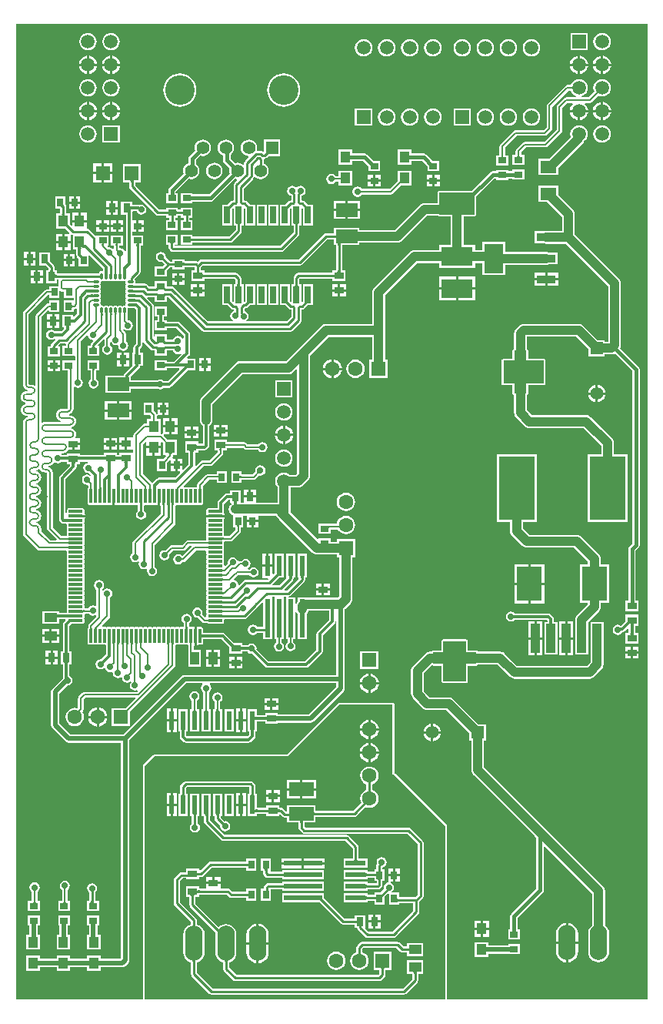
<source format=gtl>
G04*
G04 #@! TF.GenerationSoftware,Altium Limited,Altium Designer,20.0.13 (296)*
G04*
G04 Layer_Physical_Order=1*
G04 Layer_Color=255*
%FSLAX44Y44*%
%MOMM*%
G71*
G01*
G75*
%ADD10C,0.2500*%
%ADD11C,0.2000*%
%ADD14C,0.4000*%
%ADD17C,0.3000*%
%ADD18C,0.2540*%
%ADD23R,0.9000X0.7000*%
%ADD24R,2.2000X0.6000*%
%ADD25R,4.2000X0.6000*%
%ADD26R,1.8000X1.3500*%
%ADD27R,2.7200X1.5300*%
%ADD28R,1.0000X0.8000*%
%ADD29R,0.7000X0.9000*%
%ADD30R,0.8000X1.0000*%
%ADD31R,1.1000X1.2500*%
%ADD32R,1.6000X1.6000*%
%ADD33R,2.4000X1.5000*%
%ADD34R,0.6400X1.9050*%
%ADD35R,1.4000X1.1000*%
%ADD36R,0.6000X2.0600*%
%ADD37R,1.1000X0.8000*%
%ADD38R,0.6000X2.2000*%
%ADD39R,0.6000X4.2000*%
%ADD40R,1.0500X3.2000*%
%ADD41R,10.4500X8.3000*%
%ADD42R,2.1500X3.2500*%
%ADD43R,2.1500X0.9500*%
%ADD44R,2.7940X3.8100*%
%ADD45R,1.1000X1.3000*%
G04:AMPARAMS|DCode=46|XSize=1.56mm|YSize=0.28mm|CornerRadius=0.035mm|HoleSize=0mm|Usage=FLASHONLY|Rotation=270.000|XOffset=0mm|YOffset=0mm|HoleType=Round|Shape=RoundedRectangle|*
%AMROUNDEDRECTD46*
21,1,1.5600,0.2100,0,0,270.0*
21,1,1.4900,0.2800,0,0,270.0*
1,1,0.0700,-0.1050,-0.7450*
1,1,0.0700,-0.1050,0.7450*
1,1,0.0700,0.1050,0.7450*
1,1,0.0700,0.1050,-0.7450*
%
%ADD46ROUNDEDRECTD46*%
G04:AMPARAMS|DCode=47|XSize=1.56mm|YSize=0.28mm|CornerRadius=0.035mm|HoleSize=0mm|Usage=FLASHONLY|Rotation=0.000|XOffset=0mm|YOffset=0mm|HoleType=Round|Shape=RoundedRectangle|*
%AMROUNDEDRECTD47*
21,1,1.5600,0.2100,0,0,0.0*
21,1,1.4900,0.2800,0,0,0.0*
1,1,0.0700,0.7450,-0.1050*
1,1,0.0700,-0.7450,-0.1050*
1,1,0.0700,-0.7450,0.1050*
1,1,0.0700,0.7450,0.1050*
%
%ADD47ROUNDEDRECTD47*%
%ADD48R,1.0000X1.4000*%
G04:AMPARAMS|DCode=49|XSize=0.28mm|YSize=0.69mm|CornerRadius=0.07mm|HoleSize=0mm|Usage=FLASHONLY|Rotation=270.000|XOffset=0mm|YOffset=0mm|HoleType=Round|Shape=RoundedRectangle|*
%AMROUNDEDRECTD49*
21,1,0.2800,0.5500,0,0,270.0*
21,1,0.1400,0.6900,0,0,270.0*
1,1,0.1400,-0.2750,-0.0700*
1,1,0.1400,-0.2750,0.0700*
1,1,0.1400,0.2750,0.0700*
1,1,0.1400,0.2750,-0.0700*
%
%ADD49ROUNDEDRECTD49*%
G04:AMPARAMS|DCode=50|XSize=0.28mm|YSize=0.69mm|CornerRadius=0.07mm|HoleSize=0mm|Usage=FLASHONLY|Rotation=0.000|XOffset=0mm|YOffset=0mm|HoleType=Round|Shape=RoundedRectangle|*
%AMROUNDEDRECTD50*
21,1,0.2800,0.5500,0,0,0.0*
21,1,0.1400,0.6900,0,0,0.0*
1,1,0.1400,0.0700,-0.2750*
1,1,0.1400,-0.0700,-0.2750*
1,1,0.1400,-0.0700,0.2750*
1,1,0.1400,0.0700,0.2750*
%
%ADD50ROUNDEDRECTD50*%
%ADD51R,2.2860X2.2860*%
%ADD52R,3.5000X2.1500*%
%ADD53R,4.0000X7.0000*%
%ADD54R,1.4000X1.0000*%
%ADD102R,2.0000X2.0000*%
%ADD103R,2.0000X2.0000*%
%ADD104C,0.5000*%
%ADD105C,1.0000*%
%ADD106C,1.5000*%
%ADD107R,1.5000X1.5000*%
%ADD108C,1.6000*%
%ADD109R,1.6000X1.6000*%
%ADD110O,1.9304X3.8608*%
%ADD111R,1.3980X1.3980*%
%ADD112C,3.2500*%
%ADD113C,1.3980*%
%ADD114C,1.4000*%
%ADD115R,1.4000X1.4000*%
%ADD116R,1.4000X1.4000*%
%ADD117C,0.8000*%
%ADD118C,0.7000*%
G36*
X698931Y3569D02*
X478289D01*
Y194250D01*
X478134Y195030D01*
X477692Y195692D01*
X420289Y253095D01*
Y328000D01*
X420134Y328780D01*
X419692Y329442D01*
X419030Y329884D01*
X418250Y330039D01*
X359750D01*
X359750Y330039D01*
X358970Y329884D01*
X358308Y329442D01*
X358308Y329442D01*
X301905Y273039D01*
X156000D01*
X155220Y272884D01*
X154558Y272442D01*
X144058Y261942D01*
X143616Y261280D01*
X143461Y260500D01*
Y3569D01*
X3569D01*
Y1076432D01*
X698931D01*
X698931Y3569D01*
D02*
G37*
G36*
X418250Y252250D02*
X476250Y194250D01*
Y3569D01*
X145500D01*
Y260500D01*
X156000Y271000D01*
X302750D01*
X359750Y328000D01*
X418250D01*
Y252250D01*
D02*
G37*
%LPC*%
G36*
X633000Y1066500D02*
X614000D01*
Y1047500D01*
X633000D01*
Y1066500D01*
D02*
G37*
G36*
X648900Y1066582D02*
X646420Y1066255D01*
X644109Y1065298D01*
X642124Y1063775D01*
X640602Y1061791D01*
X639645Y1059480D01*
X639318Y1057000D01*
X639645Y1054520D01*
X640602Y1052209D01*
X642124Y1050225D01*
X644109Y1048702D01*
X646420Y1047745D01*
X648900Y1047418D01*
X651380Y1047745D01*
X653691Y1048702D01*
X655675Y1050225D01*
X657198Y1052209D01*
X658155Y1054520D01*
X658482Y1057000D01*
X658155Y1059480D01*
X657198Y1061791D01*
X655675Y1063775D01*
X653691Y1065298D01*
X651380Y1066255D01*
X648900Y1066582D01*
D02*
G37*
G36*
X108500D02*
X106020Y1066255D01*
X103709Y1065298D01*
X101725Y1063775D01*
X100202Y1061791D01*
X99245Y1059480D01*
X98918Y1057000D01*
X99245Y1054520D01*
X100202Y1052209D01*
X101725Y1050225D01*
X103709Y1048702D01*
X106020Y1047745D01*
X108500Y1047418D01*
X110980Y1047745D01*
X113291Y1048702D01*
X115276Y1050225D01*
X116798Y1052209D01*
X117756Y1054520D01*
X118082Y1057000D01*
X117756Y1059480D01*
X116798Y1061791D01*
X115276Y1063775D01*
X113291Y1065298D01*
X110980Y1066255D01*
X108500Y1066582D01*
D02*
G37*
G36*
X83100D02*
X80620Y1066255D01*
X78309Y1065298D01*
X76325Y1063775D01*
X74802Y1061791D01*
X73845Y1059480D01*
X73518Y1057000D01*
X73845Y1054520D01*
X74802Y1052209D01*
X76325Y1050225D01*
X78309Y1048702D01*
X80620Y1047745D01*
X83100Y1047418D01*
X85580Y1047745D01*
X87891Y1048702D01*
X89876Y1050225D01*
X91398Y1052209D01*
X92356Y1054520D01*
X92682Y1057000D01*
X92356Y1059480D01*
X91398Y1061791D01*
X89876Y1063775D01*
X87891Y1065298D01*
X85580Y1066255D01*
X83100Y1066582D01*
D02*
G37*
G36*
X571100Y1059932D02*
X568620Y1059606D01*
X566309Y1058648D01*
X564324Y1057125D01*
X562802Y1055141D01*
X561844Y1052830D01*
X561518Y1050350D01*
X561844Y1047870D01*
X562802Y1045559D01*
X564324Y1043575D01*
X566309Y1042052D01*
X568620Y1041095D01*
X571100Y1040768D01*
X573580Y1041095D01*
X575891Y1042052D01*
X577875Y1043575D01*
X579398Y1045559D01*
X580355Y1047870D01*
X580682Y1050350D01*
X580355Y1052830D01*
X579398Y1055141D01*
X577875Y1057125D01*
X575891Y1058648D01*
X573580Y1059606D01*
X571100Y1059932D01*
D02*
G37*
G36*
X545700D02*
X543220Y1059606D01*
X540909Y1058648D01*
X538924Y1057125D01*
X537402Y1055141D01*
X536444Y1052830D01*
X536118Y1050350D01*
X536444Y1047870D01*
X537402Y1045559D01*
X538924Y1043575D01*
X540909Y1042052D01*
X543220Y1041095D01*
X545700Y1040768D01*
X548180Y1041095D01*
X550491Y1042052D01*
X552475Y1043575D01*
X553998Y1045559D01*
X554955Y1047870D01*
X555282Y1050350D01*
X554955Y1052830D01*
X553998Y1055141D01*
X552475Y1057125D01*
X550491Y1058648D01*
X548180Y1059606D01*
X545700Y1059932D01*
D02*
G37*
G36*
X520300D02*
X517820Y1059606D01*
X515509Y1058648D01*
X513524Y1057125D01*
X512002Y1055141D01*
X511044Y1052830D01*
X510718Y1050350D01*
X511044Y1047870D01*
X512002Y1045559D01*
X513524Y1043575D01*
X515509Y1042052D01*
X517820Y1041095D01*
X520300Y1040768D01*
X522780Y1041095D01*
X525091Y1042052D01*
X527075Y1043575D01*
X528598Y1045559D01*
X529555Y1047870D01*
X529882Y1050350D01*
X529555Y1052830D01*
X528598Y1055141D01*
X527075Y1057125D01*
X525091Y1058648D01*
X522780Y1059606D01*
X520300Y1059932D01*
D02*
G37*
G36*
X494900D02*
X492420Y1059606D01*
X490109Y1058648D01*
X488124Y1057125D01*
X486602Y1055141D01*
X485644Y1052830D01*
X485318Y1050350D01*
X485644Y1047870D01*
X486602Y1045559D01*
X488124Y1043575D01*
X490109Y1042052D01*
X492420Y1041095D01*
X494900Y1040768D01*
X497380Y1041095D01*
X499691Y1042052D01*
X501675Y1043575D01*
X503198Y1045559D01*
X504155Y1047870D01*
X504482Y1050350D01*
X504155Y1052830D01*
X503198Y1055141D01*
X501675Y1057125D01*
X499691Y1058648D01*
X497380Y1059606D01*
X494900Y1059932D01*
D02*
G37*
G36*
X462600D02*
X460120Y1059606D01*
X457809Y1058648D01*
X455825Y1057125D01*
X454302Y1055141D01*
X453345Y1052830D01*
X453018Y1050350D01*
X453345Y1047870D01*
X454302Y1045559D01*
X455825Y1043575D01*
X457809Y1042052D01*
X460120Y1041095D01*
X462600Y1040768D01*
X465080Y1041095D01*
X467391Y1042052D01*
X469375Y1043575D01*
X470898Y1045559D01*
X471856Y1047870D01*
X472182Y1050350D01*
X471856Y1052830D01*
X470898Y1055141D01*
X469375Y1057125D01*
X467391Y1058648D01*
X465080Y1059606D01*
X462600Y1059932D01*
D02*
G37*
G36*
X437200D02*
X434720Y1059606D01*
X432409Y1058648D01*
X430425Y1057125D01*
X428902Y1055141D01*
X427945Y1052830D01*
X427618Y1050350D01*
X427945Y1047870D01*
X428902Y1045559D01*
X430425Y1043575D01*
X432409Y1042052D01*
X434720Y1041095D01*
X437200Y1040768D01*
X439680Y1041095D01*
X441991Y1042052D01*
X443975Y1043575D01*
X445498Y1045559D01*
X446455Y1047870D01*
X446782Y1050350D01*
X446455Y1052830D01*
X445498Y1055141D01*
X443975Y1057125D01*
X441991Y1058648D01*
X439680Y1059606D01*
X437200Y1059932D01*
D02*
G37*
G36*
X411800D02*
X409320Y1059606D01*
X407009Y1058648D01*
X405025Y1057125D01*
X403502Y1055141D01*
X402545Y1052830D01*
X402218Y1050350D01*
X402545Y1047870D01*
X403502Y1045559D01*
X405025Y1043575D01*
X407009Y1042052D01*
X409320Y1041095D01*
X411800Y1040768D01*
X414280Y1041095D01*
X416591Y1042052D01*
X418576Y1043575D01*
X420098Y1045559D01*
X421055Y1047870D01*
X421382Y1050350D01*
X421055Y1052830D01*
X420098Y1055141D01*
X418576Y1057125D01*
X416591Y1058648D01*
X414280Y1059606D01*
X411800Y1059932D01*
D02*
G37*
G36*
X386400D02*
X383920Y1059606D01*
X381609Y1058648D01*
X379625Y1057125D01*
X378102Y1055141D01*
X377145Y1052830D01*
X376818Y1050350D01*
X377145Y1047870D01*
X378102Y1045559D01*
X379625Y1043575D01*
X381609Y1042052D01*
X383920Y1041095D01*
X386400Y1040768D01*
X388880Y1041095D01*
X391191Y1042052D01*
X393176Y1043575D01*
X394698Y1045559D01*
X395656Y1047870D01*
X395982Y1050350D01*
X395656Y1052830D01*
X394698Y1055141D01*
X393176Y1057125D01*
X391191Y1058648D01*
X388880Y1059606D01*
X386400Y1059932D01*
D02*
G37*
G36*
X109770Y1041559D02*
Y1032870D01*
X118460D01*
X118282Y1034221D01*
X117270Y1036663D01*
X115661Y1038761D01*
X113563Y1040370D01*
X111121Y1041382D01*
X109770Y1041559D01*
D02*
G37*
G36*
X84370D02*
Y1032870D01*
X93060D01*
X92882Y1034221D01*
X91870Y1036663D01*
X90261Y1038761D01*
X88163Y1040370D01*
X85721Y1041382D01*
X84370Y1041559D01*
D02*
G37*
G36*
X650170D02*
Y1032870D01*
X658859D01*
X658681Y1034221D01*
X657670Y1036663D01*
X656060Y1038761D01*
X653963Y1040370D01*
X651521Y1041382D01*
X650170Y1041559D01*
D02*
G37*
G36*
X624770D02*
Y1032870D01*
X633459D01*
X633282Y1034221D01*
X632270Y1036663D01*
X630661Y1038761D01*
X628563Y1040370D01*
X626121Y1041382D01*
X624770Y1041559D01*
D02*
G37*
G36*
X647630D02*
X646279Y1041382D01*
X643837Y1040370D01*
X641739Y1038761D01*
X640130Y1036663D01*
X639118Y1034221D01*
X638941Y1032870D01*
X647630D01*
Y1041559D01*
D02*
G37*
G36*
X622230D02*
X620879Y1041382D01*
X618437Y1040370D01*
X616339Y1038761D01*
X614730Y1036663D01*
X613718Y1034221D01*
X613540Y1032870D01*
X622230D01*
Y1041559D01*
D02*
G37*
G36*
X107230D02*
X105879Y1041382D01*
X103437Y1040370D01*
X101340Y1038761D01*
X99730Y1036663D01*
X98719Y1034221D01*
X98541Y1032870D01*
X107230D01*
Y1041559D01*
D02*
G37*
G36*
X81830D02*
X80479Y1041382D01*
X78037Y1040370D01*
X75940Y1038761D01*
X74330Y1036663D01*
X73319Y1034221D01*
X73141Y1032870D01*
X81830D01*
Y1041559D01*
D02*
G37*
G36*
X118460Y1030330D02*
X109770D01*
Y1021641D01*
X111121Y1021818D01*
X113563Y1022830D01*
X115661Y1024439D01*
X117270Y1026537D01*
X118282Y1028979D01*
X118460Y1030330D01*
D02*
G37*
G36*
X93060D02*
X84370D01*
Y1021641D01*
X85721Y1021818D01*
X88163Y1022830D01*
X90261Y1024439D01*
X91870Y1026537D01*
X92882Y1028979D01*
X93060Y1030330D01*
D02*
G37*
G36*
X658859D02*
X650170D01*
Y1021641D01*
X651521Y1021818D01*
X653963Y1022830D01*
X656060Y1024439D01*
X657670Y1026537D01*
X658681Y1028979D01*
X658859Y1030330D01*
D02*
G37*
G36*
X633459D02*
X624770D01*
Y1021641D01*
X626121Y1021818D01*
X628563Y1022830D01*
X630661Y1024439D01*
X632270Y1026537D01*
X633282Y1028979D01*
X633459Y1030330D01*
D02*
G37*
G36*
X647630D02*
X638941D01*
X639118Y1028979D01*
X640130Y1026537D01*
X641739Y1024439D01*
X643837Y1022830D01*
X646279Y1021818D01*
X647630Y1021641D01*
Y1030330D01*
D02*
G37*
G36*
X622230D02*
X613540D01*
X613718Y1028979D01*
X614730Y1026537D01*
X616339Y1024439D01*
X618437Y1022830D01*
X620879Y1021818D01*
X622230Y1021641D01*
Y1030330D01*
D02*
G37*
G36*
X107230D02*
X98541D01*
X98719Y1028979D01*
X99730Y1026537D01*
X101340Y1024439D01*
X103437Y1022830D01*
X105879Y1021818D01*
X107230Y1021641D01*
Y1030330D01*
D02*
G37*
G36*
X81830D02*
X73141D01*
X73319Y1028979D01*
X74330Y1026537D01*
X75940Y1024439D01*
X78037Y1022830D01*
X80479Y1021818D01*
X81830Y1021641D01*
Y1030330D01*
D02*
G37*
G36*
X108500Y1015782D02*
X106020Y1015455D01*
X103709Y1014498D01*
X101725Y1012975D01*
X100202Y1010991D01*
X99245Y1008680D01*
X98918Y1006200D01*
X99245Y1003720D01*
X100202Y1001409D01*
X101725Y999425D01*
X103709Y997902D01*
X106020Y996945D01*
X108500Y996618D01*
X110980Y996945D01*
X113291Y997902D01*
X115276Y999425D01*
X116798Y1001409D01*
X117756Y1003720D01*
X118082Y1006200D01*
X117756Y1008680D01*
X116798Y1010991D01*
X115276Y1012975D01*
X113291Y1014498D01*
X110980Y1015455D01*
X108500Y1015782D01*
D02*
G37*
G36*
X83100D02*
X80620Y1015455D01*
X78309Y1014498D01*
X76325Y1012975D01*
X74802Y1010991D01*
X73845Y1008680D01*
X73518Y1006200D01*
X73845Y1003720D01*
X74802Y1001409D01*
X76325Y999425D01*
X78309Y997902D01*
X80620Y996945D01*
X83100Y996618D01*
X85580Y996945D01*
X87891Y997902D01*
X89876Y999425D01*
X91398Y1001409D01*
X92356Y1003720D01*
X92682Y1006200D01*
X92356Y1008680D01*
X91398Y1010991D01*
X89876Y1012975D01*
X87891Y1014498D01*
X85580Y1015455D01*
X83100Y1015782D01*
D02*
G37*
G36*
X648900D02*
X646420Y1015455D01*
X644109Y1014498D01*
X642124Y1012975D01*
X640602Y1010991D01*
X639645Y1008680D01*
X639318Y1006200D01*
X639645Y1003720D01*
X640362Y1001988D01*
X634183Y995809D01*
X626557D01*
X626304Y997079D01*
X628291Y997902D01*
X630275Y999425D01*
X631798Y1001409D01*
X632755Y1003720D01*
X633082Y1006200D01*
X632755Y1008680D01*
X631798Y1010991D01*
X630275Y1012975D01*
X628291Y1014498D01*
X625980Y1015455D01*
X623500Y1015782D01*
X621020Y1015455D01*
X618709Y1014498D01*
X616725Y1012975D01*
X615202Y1010991D01*
X614484Y1009259D01*
X610450D01*
X609280Y1009026D01*
X608287Y1008363D01*
X608287Y1008363D01*
X588837Y988913D01*
X588174Y987921D01*
X587941Y986750D01*
X587941Y986750D01*
Y962767D01*
X584733Y959559D01*
X553750D01*
X553750Y959559D01*
X552579Y959326D01*
X551587Y958663D01*
X551587Y958663D01*
X536837Y943913D01*
X536174Y942921D01*
X535941Y941750D01*
X535941Y941750D01*
Y932000D01*
X532500D01*
Y921000D01*
X545500D01*
Y932000D01*
X542059D01*
Y940483D01*
X555017Y953441D01*
X586000D01*
X586000Y953441D01*
X587170Y953674D01*
X588163Y954337D01*
X593163Y959337D01*
X593163Y959337D01*
X593826Y960329D01*
X594059Y961500D01*
Y985483D01*
X611717Y1003141D01*
X614484D01*
X615202Y1001409D01*
X616725Y999425D01*
X618709Y997902D01*
X620696Y997079D01*
X620443Y995809D01*
X609500D01*
X608330Y995576D01*
X607337Y994913D01*
X607337Y994913D01*
X599837Y987413D01*
X599174Y986421D01*
X598941Y985250D01*
X598941Y985250D01*
Y960267D01*
X585483Y946809D01*
X564000D01*
X564000Y946809D01*
X562830Y946576D01*
X561837Y945913D01*
X561837Y945913D01*
X554587Y938663D01*
X553924Y937670D01*
X553691Y936500D01*
X553691Y936500D01*
Y932250D01*
X550250D01*
Y921250D01*
X563250D01*
Y932250D01*
X559809D01*
Y935233D01*
X565267Y940691D01*
X586750D01*
X586750Y940691D01*
X587920Y940924D01*
X588913Y941587D01*
X604163Y956837D01*
X604826Y957830D01*
X605059Y959000D01*
X605059Y959000D01*
Y983983D01*
X610767Y989691D01*
X616508D01*
X616940Y988421D01*
X616339Y987961D01*
X614730Y985863D01*
X613718Y983421D01*
X613540Y982070D01*
X623500D01*
X633459D01*
X633282Y983421D01*
X632270Y985863D01*
X630661Y987961D01*
X630060Y988421D01*
X630491Y989691D01*
X635450D01*
X635450Y989691D01*
X636620Y989924D01*
X637613Y990587D01*
X644688Y997662D01*
X646420Y996945D01*
X648900Y996618D01*
X651380Y996945D01*
X653691Y997902D01*
X655675Y999425D01*
X657198Y1001409D01*
X658155Y1003720D01*
X658482Y1006200D01*
X658155Y1008680D01*
X657198Y1010991D01*
X655675Y1012975D01*
X653691Y1014498D01*
X651380Y1015455D01*
X648900Y1015782D01*
D02*
G37*
G36*
X298400Y1022088D02*
X294822Y1021736D01*
X291382Y1020692D01*
X288212Y1018998D01*
X285433Y1016717D01*
X283152Y1013938D01*
X281458Y1010768D01*
X280414Y1007328D01*
X280062Y1003750D01*
X280414Y1000172D01*
X281458Y996732D01*
X283152Y993562D01*
X285433Y990783D01*
X288212Y988502D01*
X291382Y986808D01*
X294822Y985764D01*
X298400Y985412D01*
X301978Y985764D01*
X305418Y986808D01*
X308588Y988502D01*
X311367Y990783D01*
X313648Y993562D01*
X315342Y996732D01*
X316386Y1000172D01*
X316738Y1003750D01*
X316386Y1007328D01*
X315342Y1010768D01*
X313648Y1013938D01*
X311367Y1016717D01*
X308588Y1018998D01*
X305418Y1020692D01*
X301978Y1021736D01*
X298400Y1022088D01*
D02*
G37*
G36*
X184100D02*
X180522Y1021736D01*
X177082Y1020692D01*
X173912Y1018998D01*
X171133Y1016717D01*
X168852Y1013938D01*
X167158Y1010768D01*
X166114Y1007328D01*
X165762Y1003750D01*
X166114Y1000172D01*
X167158Y996732D01*
X168852Y993562D01*
X171133Y990783D01*
X173912Y988502D01*
X177082Y986808D01*
X180522Y985764D01*
X184100Y985412D01*
X187678Y985764D01*
X191118Y986808D01*
X194288Y988502D01*
X197067Y990783D01*
X199348Y993562D01*
X201042Y996732D01*
X202086Y1000172D01*
X202438Y1003750D01*
X202086Y1007328D01*
X201042Y1010768D01*
X199348Y1013938D01*
X197067Y1016717D01*
X194288Y1018998D01*
X191118Y1020692D01*
X187678Y1021736D01*
X184100Y1022088D01*
D02*
G37*
G36*
X109770Y990759D02*
Y982070D01*
X118460D01*
X118282Y983421D01*
X117270Y985863D01*
X115661Y987961D01*
X113563Y989570D01*
X111121Y990582D01*
X109770Y990759D01*
D02*
G37*
G36*
X84370D02*
Y982070D01*
X93060D01*
X92882Y983421D01*
X91870Y985863D01*
X90261Y987961D01*
X88163Y989570D01*
X85721Y990582D01*
X84370Y990759D01*
D02*
G37*
G36*
X650170D02*
Y982070D01*
X658859D01*
X658681Y983421D01*
X657670Y985863D01*
X656060Y987961D01*
X653963Y989570D01*
X651521Y990582D01*
X650170Y990759D01*
D02*
G37*
G36*
X647630D02*
X646279Y990582D01*
X643837Y989570D01*
X641739Y987961D01*
X640130Y985863D01*
X639118Y983421D01*
X638941Y982070D01*
X647630D01*
Y990759D01*
D02*
G37*
G36*
X107230D02*
X105879Y990582D01*
X103437Y989570D01*
X101340Y987961D01*
X99730Y985863D01*
X98719Y983421D01*
X98541Y982070D01*
X107230D01*
Y990759D01*
D02*
G37*
G36*
X81830D02*
X80479Y990582D01*
X78037Y989570D01*
X75940Y987961D01*
X74330Y985863D01*
X73319Y983421D01*
X73141Y982070D01*
X81830D01*
Y990759D01*
D02*
G37*
G36*
X118460Y979530D02*
X109770D01*
Y970841D01*
X111121Y971018D01*
X113563Y972030D01*
X115661Y973639D01*
X117270Y975737D01*
X118282Y978179D01*
X118460Y979530D01*
D02*
G37*
G36*
X93060D02*
X84370D01*
Y970841D01*
X85721Y971018D01*
X88163Y972030D01*
X90261Y973639D01*
X91870Y975737D01*
X92882Y978179D01*
X93060Y979530D01*
D02*
G37*
G36*
X658859D02*
X650170D01*
Y970841D01*
X651521Y971018D01*
X653963Y972030D01*
X656060Y973639D01*
X657670Y975737D01*
X658681Y978179D01*
X658859Y979530D01*
D02*
G37*
G36*
X633459D02*
X624770D01*
Y970841D01*
X626121Y971018D01*
X628563Y972030D01*
X630661Y973639D01*
X632270Y975737D01*
X633282Y978179D01*
X633459Y979530D01*
D02*
G37*
G36*
X647630D02*
X638941D01*
X639118Y978179D01*
X640130Y975737D01*
X641739Y973639D01*
X643837Y972030D01*
X646279Y971018D01*
X647630Y970841D01*
Y979530D01*
D02*
G37*
G36*
X622230D02*
X613540D01*
X613718Y978179D01*
X614730Y975737D01*
X616339Y973639D01*
X618437Y972030D01*
X620879Y971018D01*
X622230Y970841D01*
Y979530D01*
D02*
G37*
G36*
X107230D02*
X98541D01*
X98719Y978179D01*
X99730Y975737D01*
X101340Y973639D01*
X103437Y972030D01*
X105879Y971018D01*
X107230Y970841D01*
Y979530D01*
D02*
G37*
G36*
X81830D02*
X73141D01*
X73319Y978179D01*
X74330Y975737D01*
X75940Y973639D01*
X78037Y972030D01*
X80479Y971018D01*
X81830Y970841D01*
Y979530D01*
D02*
G37*
G36*
X504400Y983650D02*
X485400D01*
Y964650D01*
X504400D01*
Y983650D01*
D02*
G37*
G36*
X395900D02*
X376900D01*
Y964650D01*
X395900D01*
Y983650D01*
D02*
G37*
G36*
X571100Y983732D02*
X568620Y983406D01*
X566309Y982448D01*
X564324Y980926D01*
X562802Y978941D01*
X561844Y976630D01*
X561518Y974150D01*
X561844Y971670D01*
X562802Y969359D01*
X564324Y967375D01*
X566309Y965852D01*
X568620Y964895D01*
X571100Y964568D01*
X573580Y964895D01*
X575891Y965852D01*
X577875Y967375D01*
X579398Y969359D01*
X580355Y971670D01*
X580682Y974150D01*
X580355Y976630D01*
X579398Y978941D01*
X577875Y980926D01*
X575891Y982448D01*
X573580Y983406D01*
X571100Y983732D01*
D02*
G37*
G36*
X545700D02*
X543220Y983406D01*
X540909Y982448D01*
X538924Y980926D01*
X537402Y978941D01*
X536444Y976630D01*
X536118Y974150D01*
X536444Y971670D01*
X537402Y969359D01*
X538924Y967375D01*
X540909Y965852D01*
X543220Y964895D01*
X545700Y964568D01*
X548180Y964895D01*
X550491Y965852D01*
X552475Y967375D01*
X553998Y969359D01*
X554955Y971670D01*
X555282Y974150D01*
X554955Y976630D01*
X553998Y978941D01*
X552475Y980926D01*
X550491Y982448D01*
X548180Y983406D01*
X545700Y983732D01*
D02*
G37*
G36*
X520300D02*
X517820Y983406D01*
X515509Y982448D01*
X513524Y980926D01*
X512002Y978941D01*
X511044Y976630D01*
X510718Y974150D01*
X511044Y971670D01*
X512002Y969359D01*
X513524Y967375D01*
X515509Y965852D01*
X517820Y964895D01*
X520300Y964568D01*
X522780Y964895D01*
X525091Y965852D01*
X527075Y967375D01*
X528598Y969359D01*
X529555Y971670D01*
X529882Y974150D01*
X529555Y976630D01*
X528598Y978941D01*
X527075Y980926D01*
X525091Y982448D01*
X522780Y983406D01*
X520300Y983732D01*
D02*
G37*
G36*
X462600D02*
X460120Y983406D01*
X457809Y982448D01*
X455825Y980926D01*
X454302Y978941D01*
X453345Y976630D01*
X453018Y974150D01*
X453345Y971670D01*
X454302Y969359D01*
X455825Y967375D01*
X457809Y965852D01*
X460120Y964895D01*
X462600Y964568D01*
X465080Y964895D01*
X467391Y965852D01*
X469375Y967375D01*
X470898Y969359D01*
X471856Y971670D01*
X472182Y974150D01*
X471856Y976630D01*
X470898Y978941D01*
X469375Y980926D01*
X467391Y982448D01*
X465080Y983406D01*
X462600Y983732D01*
D02*
G37*
G36*
X437200D02*
X434720Y983406D01*
X432409Y982448D01*
X430425Y980926D01*
X428902Y978941D01*
X427945Y976630D01*
X427618Y974150D01*
X427945Y971670D01*
X428902Y969359D01*
X430425Y967375D01*
X432409Y965852D01*
X434720Y964895D01*
X437200Y964568D01*
X439680Y964895D01*
X441991Y965852D01*
X443975Y967375D01*
X445498Y969359D01*
X446455Y971670D01*
X446782Y974150D01*
X446455Y976630D01*
X445498Y978941D01*
X443975Y980926D01*
X441991Y982448D01*
X439680Y983406D01*
X437200Y983732D01*
D02*
G37*
G36*
X411800D02*
X409320Y983406D01*
X407009Y982448D01*
X405025Y980926D01*
X403502Y978941D01*
X402545Y976630D01*
X402218Y974150D01*
X402545Y971670D01*
X403502Y969359D01*
X405025Y967375D01*
X407009Y965852D01*
X409320Y964895D01*
X411800Y964568D01*
X414280Y964895D01*
X416591Y965852D01*
X418576Y967375D01*
X420098Y969359D01*
X421055Y971670D01*
X421382Y974150D01*
X421055Y976630D01*
X420098Y978941D01*
X418576Y980926D01*
X416591Y982448D01*
X414280Y983406D01*
X411800Y983732D01*
D02*
G37*
G36*
X118000Y964900D02*
X99000D01*
Y945900D01*
X118000D01*
Y964900D01*
D02*
G37*
G36*
X648900Y964982D02*
X646420Y964655D01*
X644109Y963698D01*
X642124Y962175D01*
X640602Y960191D01*
X639645Y957880D01*
X639318Y955400D01*
X639645Y952920D01*
X640602Y950609D01*
X642124Y948624D01*
X644109Y947102D01*
X646420Y946144D01*
X648900Y945818D01*
X651380Y946144D01*
X653691Y947102D01*
X655675Y948624D01*
X657198Y950609D01*
X658155Y952920D01*
X658482Y955400D01*
X658155Y957880D01*
X657198Y960191D01*
X655675Y962175D01*
X653691Y963698D01*
X651380Y964655D01*
X648900Y964982D01*
D02*
G37*
G36*
X83100D02*
X80620Y964655D01*
X78309Y963698D01*
X76325Y962175D01*
X74802Y960191D01*
X73845Y957880D01*
X73518Y955400D01*
X73845Y952920D01*
X74802Y950609D01*
X76325Y948624D01*
X78309Y947102D01*
X80620Y946144D01*
X83100Y945818D01*
X85580Y946144D01*
X87891Y947102D01*
X89876Y948624D01*
X91398Y950609D01*
X92356Y952920D01*
X92682Y955400D01*
X92356Y957880D01*
X91398Y960191D01*
X89876Y962175D01*
X87891Y963698D01*
X85580Y964655D01*
X83100Y964982D01*
D02*
G37*
G36*
X209500Y949318D02*
X207153Y949009D01*
X204966Y948103D01*
X203088Y946662D01*
X201647Y944784D01*
X200741Y942597D01*
X200432Y940250D01*
X200741Y937903D01*
X200930Y937448D01*
X194907Y931424D01*
X194023Y930101D01*
X193712Y928541D01*
X193712Y928540D01*
Y923302D01*
X192266Y922703D01*
X190388Y921262D01*
X188947Y919384D01*
X188041Y917197D01*
X187732Y914850D01*
X188041Y912503D01*
X188230Y912048D01*
X172616Y896434D01*
X171732Y895111D01*
X171422Y893550D01*
X171422Y893550D01*
Y890500D01*
X169000D01*
Y879500D01*
X182000D01*
Y890500D01*
X179578D01*
Y891861D01*
X193998Y906280D01*
X194453Y906091D01*
X196800Y905782D01*
X199147Y906091D01*
X201334Y906997D01*
X203212Y908438D01*
X204653Y910316D01*
X205559Y912503D01*
X205868Y914850D01*
X205559Y917197D01*
X204653Y919384D01*
X203212Y921262D01*
X201869Y922292D01*
Y926851D01*
X206698Y931680D01*
X207153Y931491D01*
X209500Y931182D01*
X211847Y931491D01*
X214034Y932397D01*
X215912Y933838D01*
X217353Y935716D01*
X218259Y937903D01*
X218568Y940250D01*
X218259Y942597D01*
X217353Y944784D01*
X215912Y946662D01*
X214034Y948103D01*
X211847Y949009D01*
X209500Y949318D01*
D02*
G37*
G36*
X260300D02*
X257953Y949009D01*
X255766Y948103D01*
X253888Y946662D01*
X252447Y944784D01*
X251541Y942597D01*
X251232Y940250D01*
X251541Y937903D01*
X252447Y935716D01*
X253888Y933838D01*
X255766Y932397D01*
X257953Y931491D01*
X259356Y931307D01*
X259811Y929966D01*
X255917Y926072D01*
X255199Y924996D01*
X254946Y923728D01*
Y921990D01*
X253676Y921519D01*
X252134Y922703D01*
X249947Y923609D01*
X247600Y923918D01*
X245253Y923609D01*
X244798Y923420D01*
X239969Y928249D01*
Y932808D01*
X241312Y933838D01*
X242753Y935716D01*
X243659Y937903D01*
X243968Y940250D01*
X243659Y942597D01*
X242753Y944784D01*
X241312Y946662D01*
X239434Y948103D01*
X237247Y949009D01*
X234900Y949318D01*
X232553Y949009D01*
X230366Y948103D01*
X228488Y946662D01*
X227047Y944784D01*
X226141Y942597D01*
X225832Y940250D01*
X226141Y937903D01*
X227047Y935716D01*
X228488Y933838D01*
X230366Y932397D01*
X231812Y931798D01*
Y926560D01*
X231812Y926559D01*
X232123Y924999D01*
X233007Y923676D01*
X239030Y917652D01*
X238841Y917197D01*
X238532Y914850D01*
X238841Y912503D01*
X239030Y912048D01*
X216061Y889078D01*
X198000D01*
Y890500D01*
X185000D01*
Y879500D01*
X198000D01*
Y880921D01*
X217750D01*
X217750Y880921D01*
X219310Y881232D01*
X220634Y882116D01*
X244798Y906280D01*
X245253Y906091D01*
X246656Y905907D01*
X247111Y904566D01*
X244137Y901592D01*
X243419Y900517D01*
X243166Y899249D01*
Y882414D01*
X242750D01*
X241482Y882161D01*
X240407Y881443D01*
X236814Y877850D01*
X231100D01*
Y854800D01*
X241500D01*
Y873164D01*
X242627Y874290D01*
X243800Y873804D01*
Y854800D01*
X245686D01*
Y850123D01*
X238128Y842564D01*
X198000D01*
Y844750D01*
X185000D01*
Y833750D01*
X198000D01*
Y835937D01*
X239500D01*
X240768Y836189D01*
X241843Y836907D01*
X251343Y846407D01*
X252061Y847482D01*
X252314Y848750D01*
Y854800D01*
X254200D01*
Y873804D01*
X255373Y874290D01*
X256500Y873164D01*
Y854800D01*
X266900D01*
Y877850D01*
X261186D01*
X257593Y881443D01*
X256518Y882161D01*
X255250Y882414D01*
X254834D01*
Y895788D01*
X263747Y904702D01*
X264465Y905777D01*
X264566Y906285D01*
X265103Y906821D01*
X265643Y907629D01*
X265709Y907686D01*
X266892Y908033D01*
X267140Y908015D01*
X268466Y906997D01*
X270653Y906091D01*
X273000Y905782D01*
X275347Y906091D01*
X277534Y906997D01*
X279412Y908438D01*
X280853Y910316D01*
X281759Y912503D01*
X282068Y914850D01*
X281759Y917197D01*
X280853Y919384D01*
X279412Y921262D01*
X277534Y922703D01*
X276314Y923208D01*
Y927605D01*
X276307Y927637D01*
X277113Y928619D01*
X277383D01*
X278651Y928871D01*
X279726Y929590D01*
X281396Y931260D01*
X294690D01*
Y949240D01*
X276710D01*
Y936696D01*
X276641Y936617D01*
X275440Y936066D01*
X274814Y936484D01*
X273546Y936736D01*
X269718D01*
X269121Y937630D01*
X269072Y938006D01*
X269368Y940250D01*
X269059Y942597D01*
X268153Y944784D01*
X266712Y946662D01*
X264834Y948103D01*
X262647Y949009D01*
X260300Y949318D01*
D02*
G37*
G36*
X439001Y938250D02*
X424001D01*
Y921750D01*
X439001D01*
Y925922D01*
X450811D01*
X456750Y919982D01*
Y914750D01*
X469750D01*
Y925750D01*
X462518D01*
X455384Y932884D01*
X454061Y933768D01*
X452500Y934078D01*
X452500Y934078D01*
X439001D01*
Y938250D01*
D02*
G37*
G36*
X374000D02*
X359000D01*
Y921750D01*
X374000D01*
Y925922D01*
X385809D01*
X391749Y919982D01*
Y914750D01*
X404749D01*
Y925750D01*
X397516D01*
X390382Y932884D01*
X389059Y933768D01*
X387499Y934078D01*
X387499Y934078D01*
X374000D01*
Y938250D01*
D02*
G37*
G36*
X563250Y916250D02*
X550250D01*
Y914704D01*
X545500D01*
Y916000D01*
X532500D01*
Y914578D01*
X528500D01*
X526939Y914268D01*
X525616Y913384D01*
X525616Y913384D01*
X505271Y893039D01*
X470000D01*
X469220Y892884D01*
X468558Y892442D01*
X468116Y891780D01*
X467961Y891000D01*
Y879560D01*
X453500D01*
X451673Y879320D01*
X449970Y878615D01*
X448508Y877493D01*
X421075Y850060D01*
X381750D01*
Y852500D01*
X353750D01*
Y846313D01*
X345000D01*
X343732Y846061D01*
X342657Y845343D01*
X314877Y817564D01*
X208000D01*
X206732Y817311D01*
X205657Y816593D01*
X203981Y814918D01*
X203018Y815561D01*
X201750Y815814D01*
X189000D01*
Y817500D01*
X176000D01*
Y815314D01*
X173123D01*
X168746Y819690D01*
X168858Y820250D01*
X168431Y822396D01*
X167215Y824215D01*
X165396Y825431D01*
X163250Y825858D01*
X161104Y825431D01*
X159285Y824215D01*
X158069Y822396D01*
X157642Y820250D01*
X158069Y818104D01*
X159285Y816285D01*
X161104Y815069D01*
X163250Y814642D01*
X164228Y814837D01*
X167064Y812000D01*
X164814Y809750D01*
X156500D01*
Y798750D01*
X169500D01*
Y805064D01*
X173123Y808686D01*
X176000D01*
Y806500D01*
X189000D01*
Y809186D01*
X200378D01*
X200686Y808877D01*
Y805500D01*
X197000D01*
Y793500D01*
X211000D01*
Y796186D01*
X244128D01*
X245186Y795127D01*
Y790200D01*
X243800D01*
Y771196D01*
X242627Y770710D01*
X241500Y771836D01*
Y790200D01*
X231100D01*
Y767150D01*
X236814D01*
X240407Y763557D01*
X241482Y762839D01*
X242750Y762586D01*
X243789D01*
X243915Y762461D01*
Y760596D01*
X243101Y760434D01*
X241282Y759218D01*
X240066Y757399D01*
X239639Y755253D01*
X240066Y753107D01*
X241282Y751288D01*
X242300Y750608D01*
X241915Y749337D01*
X214977D01*
X177326Y786988D01*
X176251Y787706D01*
X174983Y787959D01*
X169500D01*
Y793750D01*
X156500D01*
Y787959D01*
X150276D01*
X148141Y790093D01*
X147066Y790811D01*
X145798Y791064D01*
X136058D01*
X135252Y792046D01*
X135253Y792050D01*
Y793450D01*
X135043Y794503D01*
X134463Y795371D01*
Y796027D01*
X139843Y801407D01*
X140562Y802482D01*
X140814Y803750D01*
Y832750D01*
X144000D01*
Y843750D01*
X131819D01*
Y848210D01*
X136230D01*
Y854250D01*
Y860290D01*
X131819D01*
Y869035D01*
X131793Y869161D01*
X132836Y870431D01*
X136504D01*
X136569Y870104D01*
X137785Y868285D01*
X139604Y867069D01*
X141750Y866642D01*
X143896Y867069D01*
X145715Y868285D01*
X146931Y870104D01*
X147358Y872250D01*
X146931Y874396D01*
X145715Y876215D01*
X143896Y877431D01*
X141750Y877858D01*
X139607Y877431D01*
X138918Y877569D01*
X131500D01*
Y881000D01*
X119500D01*
Y867000D01*
X124681D01*
Y827249D01*
X124477Y827109D01*
X122752Y827438D01*
X122265Y828165D01*
X120446Y829381D01*
X118300Y829808D01*
X117559Y830416D01*
Y832750D01*
X121500D01*
Y843750D01*
X108500D01*
Y832750D01*
X111441D01*
Y829679D01*
X110550Y829317D01*
X110171Y829237D01*
X108421Y830406D01*
X106275Y830833D01*
X105206Y830620D01*
X104249Y831577D01*
X104735Y832750D01*
X105750D01*
Y843750D01*
X92750D01*
Y843750D01*
X91596Y843471D01*
X91480Y843456D01*
X84593Y850343D01*
X83518Y851061D01*
X82250Y851314D01*
X81790D01*
Y858480D01*
X73750D01*
X65710D01*
Y855136D01*
X64537Y854650D01*
X63250Y855936D01*
Y868250D01*
X59064D01*
Y875750D01*
X58811Y877018D01*
X58093Y878093D01*
X58000Y878186D01*
Y886500D01*
X47000D01*
Y873500D01*
X52436D01*
Y868250D01*
X48250D01*
Y851250D01*
X58564D01*
X62754Y847060D01*
X62228Y845790D01*
X57020D01*
Y838020D01*
X63790D01*
Y844375D01*
X65060Y845053D01*
X65232Y844939D01*
X66250Y844736D01*
Y828250D01*
X70143D01*
X70165Y828116D01*
X70181Y827932D01*
Y822250D01*
X70453Y820884D01*
X71227Y819727D01*
X72750Y818203D01*
Y810250D01*
X83750D01*
Y821544D01*
X84923Y822030D01*
X99731Y807222D01*
Y805303D01*
X99000Y804703D01*
X97600D01*
X96546Y804493D01*
X95653Y803896D01*
X95057Y803003D01*
X94959Y802514D01*
X48750D01*
Y805500D01*
X46064D01*
Y809250D01*
X45811Y810518D01*
X45093Y811593D01*
X41000Y815686D01*
Y825000D01*
X29000D01*
Y811000D01*
X36314D01*
X39436Y807878D01*
Y805500D01*
X36750D01*
Y791500D01*
X48750D01*
Y795886D01*
X50324D01*
X51002Y794616D01*
X50924Y794499D01*
X50691Y793328D01*
X50691Y793328D01*
Y788000D01*
X40500D01*
Y784559D01*
X38000D01*
X38000Y784559D01*
X36830Y784326D01*
X35837Y783663D01*
X35837Y783663D01*
X12587Y760413D01*
X11924Y759420D01*
X11691Y758250D01*
X11691Y758250D01*
Y734750D01*
Y680310D01*
X11698Y680275D01*
X11918Y678603D01*
X12577Y677012D01*
X13626Y675646D01*
X14992Y674597D01*
X16583Y673938D01*
X16296Y672749D01*
X15540D01*
X15505Y672742D01*
X13833Y672522D01*
X12242Y671863D01*
X10876Y670815D01*
X9827Y669448D01*
X9168Y667857D01*
X8944Y666150D01*
X9168Y664443D01*
X9827Y662852D01*
X10876Y661486D01*
X12242Y660437D01*
X13833Y659778D01*
X14348Y659711D01*
Y658430D01*
X13833Y658362D01*
X12242Y657703D01*
X10876Y656655D01*
X9827Y655288D01*
X9168Y653697D01*
X8944Y651990D01*
X9168Y650283D01*
X9827Y648692D01*
X10876Y647326D01*
X12242Y646277D01*
X13833Y645618D01*
X15505Y645398D01*
X15540Y645391D01*
X16296D01*
X16583Y644202D01*
X14992Y643543D01*
X13626Y642495D01*
X12577Y641128D01*
X11918Y639537D01*
X11698Y637865D01*
X11691Y637830D01*
Y629750D01*
Y515500D01*
X11691Y515500D01*
X11924Y514329D01*
X12587Y513337D01*
X27587Y498337D01*
X27587Y498337D01*
X28580Y497674D01*
X29750Y497441D01*
X29750Y497441D01*
X58873D01*
X59604Y496550D01*
Y494450D01*
X59786Y493533D01*
X60142Y493000D01*
X59786Y492467D01*
X59604Y491550D01*
Y489450D01*
X59786Y488533D01*
X60142Y488000D01*
X59786Y487467D01*
X59604Y486550D01*
Y484450D01*
X59786Y483533D01*
X60142Y483000D01*
X59786Y482467D01*
X59604Y481550D01*
Y479450D01*
X59786Y478533D01*
X60142Y478000D01*
X59786Y477467D01*
X59604Y476550D01*
Y474450D01*
X59786Y473533D01*
X60142Y473000D01*
X59786Y472467D01*
X59604Y471550D01*
Y469450D01*
X59786Y468533D01*
X60142Y468000D01*
X59786Y467467D01*
X59604Y466550D01*
Y464450D01*
X59786Y463533D01*
X60142Y463000D01*
X59786Y462467D01*
X59604Y461550D01*
Y459450D01*
X59786Y458533D01*
X60142Y458000D01*
X59786Y457467D01*
X59604Y456550D01*
Y454450D01*
X59786Y453533D01*
X60142Y453000D01*
X59786Y452467D01*
X59604Y451550D01*
Y449450D01*
X59786Y448533D01*
X60142Y448000D01*
X59786Y447467D01*
X59604Y446550D01*
Y444450D01*
X59786Y443533D01*
X60142Y443000D01*
X59786Y442467D01*
X59604Y441550D01*
Y439450D01*
X59786Y438533D01*
X60142Y438000D01*
X59786Y437467D01*
X59604Y436550D01*
Y434450D01*
X59786Y433533D01*
X60142Y433000D01*
X59786Y432467D01*
X59604Y431550D01*
Y429450D01*
X59290Y429068D01*
X51000D01*
Y430750D01*
X33000D01*
Y416750D01*
X51000D01*
Y421931D01*
X57975D01*
X58461Y420758D01*
X56476Y418773D01*
X55703Y417616D01*
X55431Y416250D01*
Y386500D01*
X53000D01*
Y372500D01*
X55393D01*
X55415Y372366D01*
X55431Y372182D01*
Y357333D01*
X55444Y357266D01*
X43634Y345455D01*
X42640Y343967D01*
X42291Y342211D01*
Y305621D01*
X42640Y303866D01*
X43634Y302377D01*
X58506Y287506D01*
X59994Y286511D01*
X61750Y286162D01*
X119412D01*
Y48580D01*
X119171Y48338D01*
X96750D01*
Y52000D01*
X81750D01*
Y48338D01*
X63500D01*
Y52000D01*
X48500D01*
Y48338D01*
X30250D01*
Y52000D01*
X15250D01*
Y35500D01*
X30250D01*
Y39162D01*
X48500D01*
Y35500D01*
X63500D01*
Y39162D01*
X81750D01*
Y35500D01*
X96750D01*
Y39162D01*
X121071D01*
X122827Y39511D01*
X124315Y40506D01*
X127244Y43435D01*
X128239Y44923D01*
X128588Y46679D01*
Y288599D01*
X191401Y351412D01*
X208672D01*
X208814Y350942D01*
X208986Y350142D01*
X207819Y348396D01*
X207392Y346250D01*
X207819Y344104D01*
X209035Y342285D01*
X209941Y341679D01*
Y322950D01*
X208150D01*
Y298350D01*
X218150D01*
Y322950D01*
X216059D01*
Y341679D01*
X216965Y342285D01*
X218181Y344104D01*
X218608Y346250D01*
X218181Y348396D01*
X217014Y350142D01*
X217186Y350942D01*
X217328Y351412D01*
X356554D01*
Y347543D01*
X326349Y317338D01*
X292000D01*
Y318750D01*
X278000D01*
Y316319D01*
X269268D01*
X269084Y316335D01*
X268950Y316357D01*
Y322950D01*
X258950D01*
Y300424D01*
X258941Y300380D01*
X258950Y300337D01*
Y298350D01*
X260343D01*
X260366Y298208D01*
X260381Y298032D01*
Y294928D01*
X258522Y293069D01*
X192228D01*
X191319Y293978D01*
Y298032D01*
X191334Y298208D01*
X191357Y298350D01*
X192750D01*
Y300337D01*
X192759Y300380D01*
X192750Y300424D01*
Y322950D01*
X182750D01*
Y300424D01*
X182741Y300380D01*
X182750Y300337D01*
Y298350D01*
X184143D01*
X184166Y298208D01*
X184181Y298032D01*
Y292500D01*
X184453Y291134D01*
X185227Y289977D01*
X188227Y286977D01*
X189384Y286203D01*
X190750Y285931D01*
X260000D01*
X261366Y286203D01*
X262523Y286977D01*
X266473Y290927D01*
X267247Y292084D01*
X267519Y293450D01*
Y298032D01*
X267534Y298208D01*
X267557Y298350D01*
X268950D01*
Y300337D01*
X268959Y300380D01*
X268950Y300424D01*
Y309143D01*
X269084Y309165D01*
X269268Y309181D01*
X278000D01*
Y306750D01*
X292000D01*
Y308162D01*
X328250D01*
X330006Y308511D01*
X331494Y309506D01*
X364387Y342398D01*
X365381Y343886D01*
X365731Y345642D01*
Y356000D01*
Y433197D01*
X366135Y433507D01*
X371993Y439365D01*
X373115Y440827D01*
X373820Y442530D01*
X374061Y444358D01*
Y490100D01*
X377000D01*
Y510100D01*
X357000D01*
Y507160D01*
X350000D01*
Y510750D01*
X337000D01*
Y510073D01*
X335827Y509587D01*
X305810Y539604D01*
Y566640D01*
X314450D01*
X316277Y566880D01*
X317980Y567585D01*
X319442Y568708D01*
X325242Y574507D01*
X326364Y575970D01*
X327070Y577673D01*
X327310Y579500D01*
Y711825D01*
X347674Y732190D01*
X395840D01*
Y707250D01*
X392900D01*
Y687250D01*
X412900D01*
Y707250D01*
X409960D01*
Y739250D01*
Y778225D01*
X445175Y813440D01*
X470000D01*
Y807750D01*
X509000D01*
Y813440D01*
X516750D01*
Y800500D01*
X542250D01*
Y811689D01*
X587500D01*
X589327Y811930D01*
X589496Y812000D01*
X600250D01*
Y825500D01*
X589496D01*
X589327Y825570D01*
X587500Y825810D01*
X542250D01*
Y837000D01*
X516750D01*
Y827561D01*
X509000D01*
Y833250D01*
X496560D01*
Y864961D01*
X508250D01*
X509030Y865116D01*
X509692Y865558D01*
X510134Y866220D01*
X510289Y867000D01*
Y886522D01*
X530189Y906422D01*
X532500D01*
Y905000D01*
X545500D01*
Y906547D01*
X550250D01*
Y905250D01*
X563250D01*
Y916250D01*
D02*
G37*
G36*
X109790Y923040D02*
X100520D01*
Y913770D01*
X109790D01*
Y923040D01*
D02*
G37*
G36*
X97980D02*
X88710D01*
Y913770D01*
X97980D01*
Y923040D01*
D02*
G37*
G36*
X623500Y964982D02*
X621020Y964655D01*
X618709Y963698D01*
X616725Y962175D01*
X615202Y960191D01*
X614244Y957880D01*
X613918Y955400D01*
X614244Y952920D01*
X614593Y952078D01*
X590515Y928000D01*
X578500D01*
Y910500D01*
X600500D01*
Y918015D01*
X627536Y945051D01*
X628658Y946513D01*
X629186Y947789D01*
X630275Y948624D01*
X631798Y950609D01*
X632755Y952920D01*
X633082Y955400D01*
X632755Y957880D01*
X631798Y960191D01*
X630275Y962175D01*
X628291Y963698D01*
X625980Y964655D01*
X623500Y964982D01*
D02*
G37*
G36*
X374000Y915250D02*
X359000D01*
Y909059D01*
X355571D01*
X354965Y909965D01*
X353146Y911181D01*
X351000Y911608D01*
X348854Y911181D01*
X347035Y909965D01*
X345819Y908146D01*
X345392Y906000D01*
X345819Y903854D01*
X347035Y902035D01*
X348854Y900819D01*
X351000Y900392D01*
X353146Y900819D01*
X354965Y902035D01*
X355571Y902941D01*
X359000D01*
Y898750D01*
X374000D01*
Y915250D01*
D02*
G37*
G36*
X222200Y923918D02*
X219853Y923609D01*
X217666Y922703D01*
X215788Y921262D01*
X214347Y919384D01*
X213441Y917197D01*
X213132Y914850D01*
X213441Y912503D01*
X214347Y910316D01*
X215788Y908438D01*
X217666Y906997D01*
X219853Y906091D01*
X222200Y905782D01*
X224547Y906091D01*
X226734Y906997D01*
X228612Y908438D01*
X230053Y910316D01*
X230959Y912503D01*
X231268Y914850D01*
X230959Y917197D01*
X230053Y919384D01*
X228612Y921262D01*
X226734Y922703D01*
X224547Y923609D01*
X222200Y923918D01*
D02*
G37*
G36*
X470290Y910290D02*
X464520D01*
Y905520D01*
X470290D01*
Y910290D01*
D02*
G37*
G36*
X405289D02*
X399519D01*
Y905520D01*
X405289D01*
Y910290D01*
D02*
G37*
G36*
X396979D02*
X391209D01*
Y905520D01*
X396979D01*
Y910290D01*
D02*
G37*
G36*
X461980D02*
X456210D01*
Y905520D01*
X461980D01*
Y910290D01*
D02*
G37*
G36*
X109790Y911230D02*
X100520D01*
Y901960D01*
X109790D01*
Y911230D01*
D02*
G37*
G36*
X97980D02*
X88710D01*
Y901960D01*
X97980D01*
Y911230D01*
D02*
G37*
G36*
X470290Y902980D02*
X464520D01*
Y898210D01*
X470290D01*
Y902980D01*
D02*
G37*
G36*
X461980D02*
X456210D01*
Y898210D01*
X461980D01*
Y902980D01*
D02*
G37*
G36*
X405289D02*
X399519D01*
Y898210D01*
X405289D01*
Y902980D01*
D02*
G37*
G36*
X396979D02*
X391209D01*
Y898210D01*
X396979D01*
Y902980D01*
D02*
G37*
G36*
X317000Y898358D02*
X314854Y897931D01*
X313351Y896927D01*
X312500Y896797D01*
X311649Y896927D01*
X310146Y897931D01*
X308000Y898358D01*
X305854Y897931D01*
X304035Y896715D01*
X302819Y894896D01*
X302392Y892750D01*
X302819Y890604D01*
X304035Y888785D01*
X305854Y887569D01*
X306666Y887408D01*
Y882414D01*
X306250D01*
X304982Y882161D01*
X303907Y881443D01*
X300314Y877850D01*
X294600D01*
Y854800D01*
X305000D01*
Y873164D01*
X306127Y874290D01*
X307300Y873804D01*
Y854800D01*
X309186D01*
Y847123D01*
X294377Y832314D01*
X178564D01*
Y833750D01*
X181750D01*
Y844750D01*
X168750D01*
Y833750D01*
X171936D01*
Y830318D01*
X172189Y829050D01*
X172907Y827975D01*
X174225Y826657D01*
X175300Y825939D01*
X176568Y825686D01*
X295750D01*
X297018Y825939D01*
X298093Y826657D01*
X314843Y843407D01*
X315561Y844482D01*
X315814Y845750D01*
Y854800D01*
X317700D01*
Y873804D01*
X318873Y874290D01*
X320000Y873164D01*
Y854800D01*
X330400D01*
Y877850D01*
X324686D01*
X321093Y881443D01*
X320018Y882161D01*
X318750Y882414D01*
X318334D01*
Y887408D01*
X319146Y887569D01*
X320965Y888785D01*
X322181Y890604D01*
X322608Y892750D01*
X322181Y894896D01*
X320965Y896715D01*
X319146Y897931D01*
X317000Y898358D01*
D02*
G37*
G36*
X439001Y915250D02*
X424001D01*
Y903826D01*
X415234Y895059D01*
X384471D01*
X383865Y895965D01*
X382046Y897181D01*
X379900Y897608D01*
X377754Y897181D01*
X375935Y895965D01*
X374719Y894146D01*
X374292Y892000D01*
X374719Y889854D01*
X375935Y888035D01*
X377754Y886819D01*
X379900Y886392D01*
X382046Y886819D01*
X383865Y888035D01*
X384471Y888941D01*
X416501D01*
X416501Y888941D01*
X417672Y889174D01*
X418664Y889837D01*
X427577Y898750D01*
X439001D01*
Y915250D01*
D02*
G37*
G36*
X74540Y887040D02*
X69770D01*
Y881270D01*
X74540D01*
Y887040D01*
D02*
G37*
G36*
X67230D02*
X62460D01*
Y881270D01*
X67230D01*
Y887040D01*
D02*
G37*
G36*
X116040Y881540D02*
X110770D01*
Y875270D01*
X116040D01*
Y881540D01*
D02*
G37*
G36*
X108230D02*
X102960D01*
Y875270D01*
X108230D01*
Y881540D01*
D02*
G37*
G36*
X382290Y882040D02*
X369020D01*
Y873270D01*
X382290D01*
Y882040D01*
D02*
G37*
G36*
X366480D02*
X353210D01*
Y873270D01*
X366480D01*
Y882040D01*
D02*
G37*
G36*
X74540Y878730D02*
X69770D01*
Y872960D01*
X74540D01*
Y878730D01*
D02*
G37*
G36*
X67230D02*
X62460D01*
Y872960D01*
X67230D01*
Y878730D01*
D02*
G37*
G36*
X116040Y872730D02*
X110770D01*
Y866460D01*
X116040D01*
Y872730D01*
D02*
G37*
G36*
X108230D02*
X102960D01*
Y866460D01*
X108230D01*
Y872730D01*
D02*
G37*
G36*
X382290Y870730D02*
X369020D01*
Y861960D01*
X382290D01*
Y870730D01*
D02*
G37*
G36*
X366480D02*
X353210D01*
Y861960D01*
X366480D01*
Y870730D01*
D02*
G37*
G36*
X81790Y868790D02*
X75020D01*
Y861020D01*
X81790D01*
Y868790D01*
D02*
G37*
G36*
X72480D02*
X65710D01*
Y861020D01*
X72480D01*
Y868790D01*
D02*
G37*
G36*
X122040Y860290D02*
X116270D01*
Y855520D01*
X122040D01*
Y860290D01*
D02*
G37*
G36*
X113730D02*
X107960D01*
Y855520D01*
X113730D01*
Y860290D01*
D02*
G37*
G36*
X106290D02*
X100520D01*
Y855520D01*
X106290D01*
Y860290D01*
D02*
G37*
G36*
X97980D02*
X92210D01*
Y855520D01*
X97980D01*
Y860290D01*
D02*
G37*
G36*
X144540Y860290D02*
X138770D01*
Y855520D01*
X144540D01*
Y860290D01*
D02*
G37*
G36*
X292300Y877850D02*
X281900D01*
Y854800D01*
X292300D01*
Y877850D01*
D02*
G37*
G36*
X279600D02*
X269200D01*
Y854800D01*
X279600D01*
Y877850D01*
D02*
G37*
G36*
X141250Y922500D02*
X121250D01*
Y902500D01*
X128186D01*
Y897500D01*
X128439Y896232D01*
X129157Y895157D01*
X157657Y866657D01*
X158732Y865938D01*
X160000Y865686D01*
X169000D01*
Y863500D01*
X172186D01*
Y860750D01*
X168750D01*
Y849750D01*
X181750D01*
Y860750D01*
X178814D01*
Y863500D01*
X182000D01*
Y865686D01*
X185000D01*
Y863500D01*
X188186D01*
Y860750D01*
X185000D01*
Y849750D01*
X198000D01*
Y860750D01*
X194814D01*
Y863500D01*
X198000D01*
Y874500D01*
X185000D01*
Y872314D01*
X182000D01*
Y874500D01*
X169000D01*
Y872314D01*
X161373D01*
X134814Y898873D01*
Y902500D01*
X141250D01*
Y922500D01*
D02*
G37*
G36*
X122040Y852980D02*
X116270D01*
Y848210D01*
X122040D01*
Y852980D01*
D02*
G37*
G36*
X113730D02*
X107960D01*
Y848210D01*
X113730D01*
Y852980D01*
D02*
G37*
G36*
X106290D02*
X100520D01*
Y848210D01*
X106290D01*
Y852980D01*
D02*
G37*
G36*
X97980D02*
X92210D01*
Y848210D01*
X97980D01*
Y852980D01*
D02*
G37*
G36*
X144540Y852980D02*
X138770D01*
Y848210D01*
X144540D01*
Y852980D01*
D02*
G37*
G36*
X54480Y845790D02*
X47710D01*
Y838020D01*
X54480D01*
Y845790D01*
D02*
G37*
G36*
X63790Y835480D02*
X57020D01*
Y827710D01*
X63790D01*
Y835480D01*
D02*
G37*
G36*
X54480D02*
X47710D01*
Y827710D01*
X54480D01*
Y835480D01*
D02*
G37*
G36*
X25540Y825540D02*
X20270D01*
Y819270D01*
X25540D01*
Y825540D01*
D02*
G37*
G36*
X17730D02*
X12460D01*
Y819270D01*
X17730D01*
Y825540D01*
D02*
G37*
G36*
X68290Y823790D02*
X63520D01*
Y818020D01*
X68290D01*
Y823790D01*
D02*
G37*
G36*
X60980D02*
X56210D01*
Y818020D01*
X60980D01*
Y823790D01*
D02*
G37*
G36*
X25540Y816730D02*
X20270D01*
Y810460D01*
X25540D01*
Y816730D01*
D02*
G37*
G36*
X17730D02*
X12460D01*
Y810460D01*
X17730D01*
Y816730D01*
D02*
G37*
G36*
X68290Y815480D02*
X63520D01*
Y809710D01*
X68290D01*
Y815480D01*
D02*
G37*
G36*
X60980D02*
X56210D01*
Y809710D01*
X60980D01*
Y815480D01*
D02*
G37*
G36*
X33290Y806040D02*
X28020D01*
Y799770D01*
X33290D01*
Y806040D01*
D02*
G37*
G36*
X25480D02*
X20210D01*
Y799770D01*
X25480D01*
Y806040D01*
D02*
G37*
G36*
X189540Y802040D02*
X183770D01*
Y797270D01*
X189540D01*
Y802040D01*
D02*
G37*
G36*
X181230D02*
X175460D01*
Y797270D01*
X181230D01*
Y802040D01*
D02*
G37*
G36*
X600790Y803040D02*
X588770D01*
Y797020D01*
X600790D01*
Y803040D01*
D02*
G37*
G36*
X586230D02*
X574210D01*
Y797020D01*
X586230D01*
Y803040D01*
D02*
G37*
G36*
X33290Y797230D02*
X28020D01*
Y790960D01*
X33290D01*
Y797230D01*
D02*
G37*
G36*
X25480D02*
X20210D01*
Y790960D01*
X25480D01*
Y797230D01*
D02*
G37*
G36*
X189540Y794730D02*
X183770D01*
Y789960D01*
X189540D01*
Y794730D01*
D02*
G37*
G36*
X181230D02*
X175460D01*
Y789960D01*
X181230D01*
Y794730D01*
D02*
G37*
G36*
X600790Y794480D02*
X588770D01*
Y788460D01*
X600790D01*
Y794480D01*
D02*
G37*
G36*
X586230D02*
X574210D01*
Y788460D01*
X586230D01*
Y794480D01*
D02*
G37*
G36*
X509540Y798790D02*
X490770D01*
Y786770D01*
X509540D01*
Y798790D01*
D02*
G37*
G36*
X488230D02*
X469460D01*
Y786770D01*
X488230D01*
Y798790D01*
D02*
G37*
G36*
X211540Y790040D02*
X205270D01*
Y784770D01*
X211540D01*
Y790040D01*
D02*
G37*
G36*
X202730D02*
X196460D01*
Y784770D01*
X202730D01*
Y790040D01*
D02*
G37*
G36*
X211540Y782230D02*
X205270D01*
Y776960D01*
X211540D01*
Y782230D01*
D02*
G37*
G36*
X202730D02*
X196460D01*
Y776960D01*
X202730D01*
Y782230D01*
D02*
G37*
G36*
X509540Y784230D02*
X490770D01*
Y772210D01*
X509540D01*
Y784230D01*
D02*
G37*
G36*
X488230D02*
X469460D01*
Y772210D01*
X488230D01*
Y784230D01*
D02*
G37*
G36*
X600500Y898500D02*
X578500D01*
Y881000D01*
X588321D01*
X588507Y880758D01*
X604940Y864325D01*
Y848810D01*
X587500D01*
X585672Y848570D01*
X585504Y848500D01*
X574750D01*
Y835000D01*
X585504D01*
X585672Y834930D01*
X587500Y834690D01*
X609076D01*
X655704Y788061D01*
Y727061D01*
X652000D01*
Y729000D01*
X643985D01*
X628336Y744649D01*
X626874Y745771D01*
X625171Y746477D01*
X623344Y746717D01*
X562515D01*
X560687Y746477D01*
X558984Y745771D01*
X557522Y744649D01*
X554008Y741135D01*
X552886Y739672D01*
X552180Y737970D01*
X551940Y736142D01*
Y719178D01*
X551720Y719134D01*
X551058Y718692D01*
X550616Y718030D01*
X550461Y717250D01*
Y708289D01*
X540500D01*
X539720Y708134D01*
X539058Y707692D01*
X538616Y707030D01*
X538461Y706250D01*
Y681250D01*
X538616Y680470D01*
X539058Y679808D01*
X539720Y679366D01*
X540500Y679211D01*
X550461D01*
Y670250D01*
X550616Y669470D01*
X551058Y668808D01*
X551720Y668366D01*
X551940Y668322D01*
Y649000D01*
X552180Y647173D01*
X552886Y645470D01*
X554008Y644008D01*
X563758Y634258D01*
X565220Y633135D01*
X566923Y632430D01*
X568750Y632190D01*
X628576D01*
X647940Y612826D01*
Y603000D01*
X633000D01*
Y529000D01*
X677000D01*
Y603000D01*
X662060D01*
Y615750D01*
X661820Y617577D01*
X661115Y619280D01*
X659993Y620742D01*
X636493Y644242D01*
X635030Y645365D01*
X633327Y646070D01*
X631500Y646310D01*
X571674D01*
X566060Y651925D01*
Y668322D01*
X566280Y668366D01*
X566942Y668808D01*
X567384Y669470D01*
X567539Y670250D01*
Y679211D01*
X584500D01*
X585280Y679366D01*
X585942Y679808D01*
X586384Y680470D01*
X586539Y681250D01*
Y706250D01*
X586384Y707030D01*
X585942Y707692D01*
X585280Y708134D01*
X584500Y708289D01*
X567539D01*
Y717250D01*
X567384Y718030D01*
X566942Y718692D01*
X566280Y719134D01*
X566060Y719178D01*
Y732597D01*
X620419D01*
X634000Y719015D01*
Y711000D01*
X652000D01*
Y712940D01*
X659642D01*
X661469Y713180D01*
X663119Y713864D01*
X682172Y694811D01*
Y504939D01*
X678866Y501634D01*
X677982Y500311D01*
X677672Y498750D01*
X677672Y498750D01*
Y442750D01*
X674750D01*
Y430750D01*
X688750D01*
Y442750D01*
X685828D01*
Y497061D01*
X689134Y500366D01*
X689134Y500366D01*
X690018Y501689D01*
X690328Y503250D01*
X690328Y503250D01*
Y696500D01*
X690328Y696500D01*
X690018Y698061D01*
X689134Y699384D01*
X668893Y719625D01*
X669584Y721295D01*
X669825Y723123D01*
Y790985D01*
X669584Y792813D01*
X668879Y794516D01*
X667757Y795978D01*
X619060Y844675D01*
Y867250D01*
X618820Y869077D01*
X618114Y870780D01*
X616992Y872243D01*
X600500Y888735D01*
Y898500D01*
D02*
G37*
G36*
X495540Y706290D02*
X489500D01*
Y706250D01*
X495540D01*
Y706290D01*
D02*
G37*
G36*
X476500D02*
X470460D01*
Y706250D01*
X476500D01*
Y706290D01*
D02*
G37*
G36*
X353370Y707714D02*
Y698520D01*
X362564D01*
X362369Y700002D01*
X361307Y702565D01*
X359617Y704767D01*
X357416Y706457D01*
X354851Y707519D01*
X353370Y707714D01*
D02*
G37*
G36*
X350830Y707714D02*
X349348Y707519D01*
X346785Y706457D01*
X344583Y704767D01*
X342893Y702565D01*
X341831Y700002D01*
X341636Y698520D01*
X350830D01*
Y707714D01*
D02*
G37*
G36*
X377500Y707336D02*
X374889Y706993D01*
X372457Y705985D01*
X370368Y704382D01*
X368765Y702293D01*
X367757Y699861D01*
X367414Y697250D01*
X367757Y694640D01*
X368765Y692207D01*
X370368Y690118D01*
X372457Y688515D01*
X374889Y687507D01*
X377500Y687164D01*
X380111Y687507D01*
X382543Y688515D01*
X384632Y690118D01*
X386235Y692207D01*
X387243Y694640D01*
X387586Y697250D01*
X387243Y699861D01*
X386235Y702293D01*
X384632Y704382D01*
X382543Y705985D01*
X380111Y706993D01*
X377500Y707336D01*
D02*
G37*
G36*
X350830Y695980D02*
X341636D01*
X341831Y694499D01*
X342893Y691935D01*
X344583Y689733D01*
X346785Y688043D01*
X349348Y686981D01*
X350830Y686786D01*
Y695980D01*
D02*
G37*
G36*
X362564D02*
X353370D01*
Y686786D01*
X354851Y686981D01*
X357416Y688043D01*
X359617Y689733D01*
X361307Y691935D01*
X362369Y694499D01*
X362564Y695980D01*
D02*
G37*
G36*
X495540Y681250D02*
X489500D01*
Y681210D01*
X495540D01*
Y681250D01*
D02*
G37*
G36*
X476500D02*
X470460D01*
Y681210D01*
X476500D01*
Y681250D01*
D02*
G37*
G36*
X644270Y679455D02*
Y671270D01*
X652455D01*
X652294Y672490D01*
X651333Y674811D01*
X649804Y676804D01*
X647811Y678333D01*
X645490Y679294D01*
X644270Y679455D01*
D02*
G37*
G36*
X641730Y679455D02*
X640510Y679294D01*
X638189Y678333D01*
X636196Y676804D01*
X634667Y674811D01*
X633706Y672490D01*
X633545Y671270D01*
X641730D01*
Y679455D01*
D02*
G37*
G36*
Y668730D02*
X633545D01*
X633706Y667509D01*
X634667Y665189D01*
X636196Y663196D01*
X638189Y661667D01*
X640510Y660705D01*
X641730Y660545D01*
Y668730D01*
D02*
G37*
G36*
X652455D02*
X644270D01*
Y660545D01*
X645490Y660705D01*
X647811Y661667D01*
X649804Y663196D01*
X651333Y665189D01*
X652294Y667509D01*
X652455Y668730D01*
D02*
G37*
G36*
X367000Y560986D02*
X364390Y560643D01*
X361957Y559635D01*
X359868Y558032D01*
X358265Y555943D01*
X357258Y553511D01*
X356914Y550900D01*
X357258Y548290D01*
X358265Y545857D01*
X359868Y543768D01*
X361957Y542165D01*
X364390Y541158D01*
X367000Y540814D01*
X369611Y541158D01*
X372043Y542165D01*
X374132Y543768D01*
X375735Y545857D01*
X376743Y548290D01*
X377086Y550900D01*
X376743Y553511D01*
X375735Y555943D01*
X374132Y558032D01*
X372043Y559635D01*
X369611Y560643D01*
X367000Y560986D01*
D02*
G37*
G36*
Y535586D02*
X364390Y535243D01*
X361957Y534235D01*
X359868Y532632D01*
X358265Y530543D01*
X357258Y528111D01*
X357086Y526809D01*
X346000D01*
X345705Y526750D01*
X337000D01*
Y515750D01*
X350000D01*
Y520691D01*
X358168D01*
X358265Y520457D01*
X359868Y518368D01*
X361957Y516765D01*
X364390Y515758D01*
X367000Y515414D01*
X369611Y515758D01*
X372043Y516765D01*
X374132Y518368D01*
X375735Y520457D01*
X376743Y522890D01*
X377086Y525500D01*
X376743Y528111D01*
X375735Y530543D01*
X374132Y532632D01*
X372043Y534235D01*
X369611Y535243D01*
X367000Y535586D01*
D02*
G37*
G36*
X585575Y482340D02*
X570335D01*
Y462020D01*
X585575D01*
Y482340D01*
D02*
G37*
G36*
X567795D02*
X552555D01*
Y462020D01*
X567795D01*
Y482340D01*
D02*
G37*
G36*
X585575Y459480D02*
X570335D01*
Y439160D01*
X585575D01*
Y459480D01*
D02*
G37*
G36*
X567795D02*
X552555D01*
Y439160D01*
X567795D01*
Y459480D01*
D02*
G37*
G36*
X577000Y603000D02*
X533000D01*
Y529000D01*
X547690D01*
Y518750D01*
X547930Y516923D01*
X548635Y515220D01*
X549757Y513758D01*
X561007Y502508D01*
X562470Y501385D01*
X564173Y500680D01*
X566000Y500440D01*
X618075D01*
X633374Y485141D01*
Y481800D01*
X624465D01*
Y439700D01*
X633374D01*
Y438359D01*
X621508Y426493D01*
X620386Y425031D01*
X619680Y423328D01*
X619440Y421500D01*
Y418750D01*
X619250D01*
Y382750D01*
X633750D01*
Y418750D01*
X633750Y418750D01*
X633750D01*
X634594Y419609D01*
X645427Y430442D01*
X646549Y431905D01*
X647255Y433607D01*
X647495Y435435D01*
Y439700D01*
X656405D01*
Y481800D01*
X647495D01*
Y488065D01*
X647255Y489893D01*
X646549Y491595D01*
X645427Y493058D01*
X625992Y512492D01*
X624530Y513615D01*
X622827Y514320D01*
X621000Y514560D01*
X568924D01*
X561810Y521674D01*
Y529000D01*
X577000D01*
Y603000D01*
D02*
G37*
G36*
X688750Y426749D02*
X674750D01*
Y419796D01*
X669588Y414634D01*
X668396Y415431D01*
X666250Y415858D01*
X664104Y415431D01*
X662285Y414215D01*
X661069Y412396D01*
X660642Y410250D01*
X661069Y408104D01*
X662285Y406285D01*
X664104Y405069D01*
X666250Y404642D01*
X668396Y405069D01*
X670215Y406285D01*
X670992Y407447D01*
X671016D01*
X672382Y407718D01*
X673539Y408492D01*
X677008Y411961D01*
X678181Y411475D01*
Y407568D01*
X678165Y407383D01*
X678143Y407250D01*
X674750D01*
Y395250D01*
X688750D01*
Y407250D01*
X685357D01*
X685335Y407383D01*
X685319Y407568D01*
Y414749D01*
X688750D01*
Y426749D01*
D02*
G37*
G36*
X51540Y411290D02*
X43270D01*
Y405020D01*
X51540D01*
Y411290D01*
D02*
G37*
G36*
X40730D02*
X32460D01*
Y405020D01*
X40730D01*
Y411290D01*
D02*
G37*
G36*
X617290Y419290D02*
X610770D01*
Y402020D01*
X617290D01*
Y419290D01*
D02*
G37*
G36*
X608230D02*
X601710D01*
Y402020D01*
X608230D01*
Y419290D01*
D02*
G37*
G36*
X583290D02*
X576770D01*
Y402020D01*
X583290D01*
Y419290D01*
D02*
G37*
G36*
X574230D02*
X567710D01*
Y402020D01*
X574230D01*
Y419290D01*
D02*
G37*
G36*
X51540Y402480D02*
X43270D01*
Y396210D01*
X51540D01*
Y402480D01*
D02*
G37*
G36*
X40730D02*
X32460D01*
Y396210D01*
X40730D01*
Y402480D01*
D02*
G37*
G36*
X689290Y391790D02*
X683020D01*
Y386520D01*
X689290D01*
Y391790D01*
D02*
G37*
G36*
X680480D02*
X674210D01*
Y386520D01*
X680480D01*
Y391790D01*
D02*
G37*
G36*
X548750Y430358D02*
X546604Y429931D01*
X544785Y428715D01*
X543569Y426896D01*
X543142Y424750D01*
X543569Y422604D01*
X544785Y420785D01*
X546604Y419569D01*
X548750Y419142D01*
X550896Y419569D01*
X552715Y420785D01*
X552980Y421181D01*
X588264D01*
X588931Y420514D01*
Y419068D01*
X588915Y418884D01*
X588893Y418750D01*
X585250D01*
Y382750D01*
X599750D01*
Y418750D01*
X596107D01*
X596085Y418884D01*
X596068Y419068D01*
Y421993D01*
X595797Y423358D01*
X595023Y424516D01*
X592266Y427273D01*
X591108Y428047D01*
X589743Y428319D01*
X552980D01*
X552715Y428715D01*
X550896Y429931D01*
X548750Y430358D01*
D02*
G37*
G36*
X617290Y399480D02*
X610770D01*
Y382210D01*
X617290D01*
Y399480D01*
D02*
G37*
G36*
X608230D02*
X601710D01*
Y382210D01*
X608230D01*
Y399480D01*
D02*
G37*
G36*
X583290D02*
X576770D01*
Y382210D01*
X583290D01*
Y399480D01*
D02*
G37*
G36*
X574230D02*
X567710D01*
Y382210D01*
X574230D01*
Y399480D01*
D02*
G37*
G36*
X49540Y387040D02*
X44270D01*
Y380770D01*
X49540D01*
Y387040D01*
D02*
G37*
G36*
X41730D02*
X36460D01*
Y380770D01*
X41730D01*
Y387040D01*
D02*
G37*
G36*
X689290Y383980D02*
X683020D01*
Y378710D01*
X689290D01*
Y383980D01*
D02*
G37*
G36*
X680480D02*
X674210D01*
Y378710D01*
X680480D01*
Y383980D01*
D02*
G37*
G36*
X49540Y378230D02*
X44270D01*
Y371960D01*
X49540D01*
Y378230D01*
D02*
G37*
G36*
X41730D02*
X36460D01*
Y371960D01*
X41730D01*
Y378230D01*
D02*
G37*
G36*
X650750Y418750D02*
X636250D01*
Y382750D01*
X636440D01*
Y374674D01*
X632326Y370560D01*
X555550D01*
X541867Y384242D01*
X540405Y385364D01*
X538702Y386070D01*
X536875Y386310D01*
X512178D01*
X512134Y386530D01*
X511692Y387192D01*
X511030Y387634D01*
X510250Y387789D01*
X501289D01*
Y397750D01*
X501134Y398530D01*
X500692Y399192D01*
X500030Y399634D01*
X499250Y399789D01*
X474250D01*
X473470Y399634D01*
X472808Y399192D01*
X472366Y398530D01*
X472211Y397750D01*
Y387789D01*
X463250D01*
X462470Y387634D01*
X461808Y387192D01*
X461366Y386530D01*
X461322Y386310D01*
X459250D01*
X457423Y386070D01*
X455720Y385364D01*
X454258Y384242D01*
X440758Y370742D01*
X439636Y369280D01*
X438930Y367577D01*
X438690Y365750D01*
Y339750D01*
X438930Y337923D01*
X439636Y336220D01*
X440758Y334757D01*
X451508Y324008D01*
X452970Y322886D01*
X454673Y322180D01*
X456500Y321940D01*
X477325D01*
X503000Y296265D01*
Y288250D01*
X504939D01*
Y256250D01*
X505180Y254423D01*
X505885Y252720D01*
X507007Y251258D01*
X573633Y184633D01*
X574835Y183710D01*
X575757Y182508D01*
X576672Y181593D01*
Y125689D01*
X549116Y98134D01*
X548232Y96811D01*
X547922Y95250D01*
X547922Y95250D01*
Y80500D01*
X545500D01*
Y69500D01*
X558500D01*
Y80500D01*
X556078D01*
Y93561D01*
X583634Y121116D01*
X583634Y121116D01*
X584518Y122439D01*
X584828Y124000D01*
Y171777D01*
X586002Y172263D01*
X638190Y120076D01*
Y85151D01*
X636940Y84192D01*
X635072Y81758D01*
X633898Y78924D01*
X633498Y75882D01*
Y56578D01*
X633898Y53536D01*
X635072Y50702D01*
X636940Y48268D01*
X639374Y46400D01*
X642208Y45226D01*
X645250Y44826D01*
X648292Y45226D01*
X651126Y46400D01*
X653560Y48268D01*
X655428Y50702D01*
X656602Y53536D01*
X657002Y56578D01*
Y75882D01*
X656602Y78924D01*
X655428Y81758D01*
X653560Y84192D01*
X652310Y85151D01*
Y123000D01*
X652070Y124827D01*
X651365Y126530D01*
X650242Y127992D01*
X585742Y192493D01*
X584540Y193415D01*
X583617Y194618D01*
X519060Y259175D01*
Y288250D01*
X521000D01*
Y306250D01*
X512985D01*
X485242Y333992D01*
X483780Y335115D01*
X482077Y335820D01*
X480250Y336060D01*
X459425D01*
X452810Y342674D01*
Y362826D01*
X461339Y371354D01*
X461808Y371308D01*
X462470Y370866D01*
X463250Y370711D01*
X472211D01*
Y353750D01*
X472366Y352970D01*
X472808Y352308D01*
X473470Y351866D01*
X474250Y351711D01*
X499250D01*
X500030Y351866D01*
X500692Y352308D01*
X501134Y352970D01*
X501289Y353750D01*
Y370711D01*
X510250D01*
X511030Y370866D01*
X511692Y371308D01*
X512134Y371970D01*
X512178Y372190D01*
X533951D01*
X547633Y358508D01*
X549095Y357385D01*
X550798Y356680D01*
X552625Y356440D01*
X635250D01*
X637077Y356680D01*
X638780Y357385D01*
X640242Y358508D01*
X648492Y366758D01*
X649614Y368220D01*
X650320Y369923D01*
X650560Y371750D01*
Y382750D01*
X650750D01*
Y418750D01*
D02*
G37*
G36*
X402750Y386850D02*
X382750D01*
Y366850D01*
X402750D01*
Y386850D01*
D02*
G37*
G36*
X394020Y361914D02*
Y352720D01*
X403214D01*
X403019Y354202D01*
X401957Y356766D01*
X400267Y358967D01*
X398065Y360657D01*
X395502Y361719D01*
X394020Y361914D01*
D02*
G37*
G36*
X391480D02*
X389999Y361719D01*
X387435Y360657D01*
X385233Y358967D01*
X383543Y356766D01*
X382481Y354202D01*
X382286Y352720D01*
X391480D01*
Y361914D01*
D02*
G37*
G36*
X403214Y350180D02*
X394020D01*
Y340986D01*
X395502Y341181D01*
X398065Y342243D01*
X400267Y343933D01*
X401957Y346134D01*
X403019Y348699D01*
X403214Y350180D01*
D02*
G37*
G36*
X391480D02*
X382286D01*
X382481Y348699D01*
X383543Y346134D01*
X385233Y343933D01*
X387435Y342243D01*
X389999Y341181D01*
X391480Y340986D01*
Y350180D01*
D02*
G37*
G36*
X292540Y335290D02*
X286270D01*
Y330020D01*
X292540D01*
Y335290D01*
D02*
G37*
G36*
X283730D02*
X277460D01*
Y330020D01*
X283730D01*
Y335290D01*
D02*
G37*
G36*
X292540Y327480D02*
X286270D01*
Y322210D01*
X292540D01*
Y327480D01*
D02*
G37*
G36*
X283730D02*
X277460D01*
Y322210D01*
X283730D01*
Y327480D01*
D02*
G37*
G36*
X256790Y323490D02*
X252520D01*
Y311920D01*
X256790D01*
Y323490D01*
D02*
G37*
G36*
X180590D02*
X176320D01*
Y311920D01*
X180590D01*
Y323490D01*
D02*
G37*
G36*
X249980D02*
X245710D01*
Y311920D01*
X249980D01*
Y323490D01*
D02*
G37*
G36*
X173780D02*
X169510D01*
Y311920D01*
X173780D01*
Y323490D01*
D02*
G37*
G36*
X463270Y306705D02*
Y298520D01*
X471455D01*
X471294Y299740D01*
X470333Y302061D01*
X468804Y304054D01*
X466811Y305583D01*
X464490Y306544D01*
X463270Y306705D01*
D02*
G37*
G36*
X460730Y306705D02*
X459509Y306544D01*
X457189Y305583D01*
X455196Y304054D01*
X453667Y302061D01*
X452705Y299740D01*
X452545Y298520D01*
X460730D01*
Y306705D01*
D02*
G37*
G36*
X243550Y322950D02*
X233550D01*
Y298350D01*
X243550D01*
Y322950D01*
D02*
G37*
G36*
X225500Y341358D02*
X223354Y340931D01*
X221535Y339715D01*
X220319Y337896D01*
X219892Y335750D01*
X220319Y333604D01*
X221535Y331785D01*
X222441Y331179D01*
Y322950D01*
X220850D01*
Y298350D01*
X230850D01*
Y322950D01*
X228559D01*
Y331179D01*
X229465Y331785D01*
X230681Y333604D01*
X231108Y335750D01*
X230681Y337896D01*
X229465Y339715D01*
X227646Y340931D01*
X225500Y341358D01*
D02*
G37*
G36*
X200250Y342608D02*
X198104Y342181D01*
X196285Y340965D01*
X195069Y339146D01*
X194642Y337000D01*
X195069Y334854D01*
X196285Y333035D01*
X197191Y332429D01*
Y322950D01*
X195450D01*
Y298350D01*
X205450D01*
Y322950D01*
X203309D01*
Y332429D01*
X204215Y333035D01*
X205431Y334854D01*
X205858Y337000D01*
X205431Y339146D01*
X204215Y340965D01*
X202396Y342181D01*
X200250Y342608D01*
D02*
G37*
G36*
X256790Y309380D02*
X252520D01*
Y297810D01*
X256790D01*
Y309380D01*
D02*
G37*
G36*
X249980D02*
X245710D01*
Y297810D01*
X249980D01*
Y309380D01*
D02*
G37*
G36*
X180590D02*
X176320D01*
Y297810D01*
X180590D01*
Y309380D01*
D02*
G37*
G36*
X173780D02*
X169510D01*
Y297810D01*
X173780D01*
Y309380D01*
D02*
G37*
G36*
X471455Y295980D02*
X463270D01*
Y287795D01*
X464490Y287955D01*
X466811Y288917D01*
X468804Y290446D01*
X470333Y292439D01*
X471294Y294760D01*
X471455Y295980D01*
D02*
G37*
G36*
X460730D02*
X452545D01*
X452705Y294760D01*
X453667Y292439D01*
X455196Y290446D01*
X457189Y288917D01*
X459509Y287955D01*
X460730Y287795D01*
Y295980D01*
D02*
G37*
G36*
X87500Y131608D02*
X85354Y131181D01*
X83535Y129965D01*
X82319Y128146D01*
X81892Y126000D01*
X82319Y123854D01*
X83535Y122035D01*
X84186Y121599D01*
Y112000D01*
X81998D01*
Y101000D01*
X94998D01*
Y112000D01*
X90814D01*
Y121599D01*
X91465Y122035D01*
X92681Y123854D01*
X93108Y126000D01*
X92681Y128146D01*
X91465Y129965D01*
X89646Y131181D01*
X87500Y131608D01*
D02*
G37*
G36*
X57500Y134358D02*
X55354Y133931D01*
X53535Y132715D01*
X52319Y130896D01*
X51892Y128750D01*
X52319Y126604D01*
X53535Y124785D01*
X54441Y124179D01*
Y112000D01*
X50247D01*
Y101000D01*
X63247D01*
Y112000D01*
X60559D01*
Y124179D01*
X61465Y124785D01*
X62681Y126604D01*
X63108Y128750D01*
X62681Y130896D01*
X61465Y132715D01*
X59646Y133931D01*
X57500Y134358D01*
D02*
G37*
G36*
X24250Y132608D02*
X22104Y132181D01*
X20285Y130965D01*
X19069Y129146D01*
X18642Y127000D01*
X19069Y124854D01*
X20285Y123035D01*
X21191Y122429D01*
Y112000D01*
X16998D01*
Y101000D01*
X29998D01*
Y112000D01*
X27309D01*
Y122429D01*
X28215Y123035D01*
X29431Y124854D01*
X29858Y127000D01*
X29431Y129146D01*
X28215Y130965D01*
X26396Y132181D01*
X24250Y132608D01*
D02*
G37*
G36*
X524290Y90290D02*
X517520D01*
Y82770D01*
X524290D01*
Y90290D01*
D02*
G37*
G36*
X514980D02*
X508210D01*
Y82770D01*
X514980D01*
Y90290D01*
D02*
G37*
G36*
X524290Y80230D02*
X517520D01*
Y72710D01*
X524290D01*
Y80230D01*
D02*
G37*
G36*
X514980D02*
X508210D01*
Y72710D01*
X514980D01*
Y80230D01*
D02*
G37*
G36*
X611520Y88012D02*
Y67500D01*
X622547D01*
Y75882D01*
X622128Y79065D01*
X620900Y82031D01*
X618945Y84577D01*
X616399Y86532D01*
X613433Y87760D01*
X611520Y88012D01*
D02*
G37*
G36*
X608980Y88012D02*
X607067Y87760D01*
X604101Y86532D01*
X601555Y84577D01*
X599600Y82031D01*
X598372Y79065D01*
X597953Y75882D01*
Y67500D01*
X608980D01*
Y88012D01*
D02*
G37*
G36*
X94998Y96000D02*
X81998D01*
Y85000D01*
X84286D01*
Y75000D01*
X81750D01*
Y58500D01*
X96750D01*
Y75000D01*
X93462D01*
Y85000D01*
X94998D01*
Y96000D01*
D02*
G37*
G36*
X63247D02*
X50247D01*
Y85000D01*
X51785D01*
Y75000D01*
X48500D01*
Y58500D01*
X63500D01*
Y75000D01*
X60962D01*
Y85000D01*
X63247D01*
Y96000D01*
D02*
G37*
G36*
X29998D02*
X16998D01*
Y85000D01*
X18536D01*
Y75000D01*
X15250D01*
Y58500D01*
X30250D01*
Y75000D01*
X27712D01*
Y85000D01*
X29998D01*
Y96000D01*
D02*
G37*
G36*
X523750Y66750D02*
X508750D01*
Y50250D01*
X523750D01*
Y54162D01*
X545500D01*
Y53500D01*
X558500D01*
Y64500D01*
X545500D01*
Y63338D01*
X523750D01*
Y66750D01*
D02*
G37*
G36*
X622547Y64960D02*
X611520D01*
Y44448D01*
X613433Y44700D01*
X616399Y45928D01*
X618945Y47883D01*
X620900Y50429D01*
X622128Y53395D01*
X622547Y56578D01*
Y64960D01*
D02*
G37*
G36*
X608980D02*
X597953D01*
Y56578D01*
X598372Y53395D01*
X599600Y50429D01*
X601555Y47883D01*
X604101Y45928D01*
X607067Y44700D01*
X608980Y44448D01*
Y64960D01*
D02*
G37*
%LPD*%
G36*
X557760Y931834D02*
X557790Y931489D01*
X557840Y931184D01*
X557910Y930920D01*
X558000Y930697D01*
X558110Y930514D01*
X558240Y930372D01*
X558390Y930270D01*
X558560Y930210D01*
X558750Y930189D01*
X554750D01*
X554940Y930210D01*
X555110Y930270D01*
X555260Y930372D01*
X555390Y930514D01*
X555500Y930697D01*
X555590Y930920D01*
X555660Y931184D01*
X555710Y931489D01*
X555740Y931834D01*
X555750Y932220D01*
X557750D01*
X557760Y931834D01*
D02*
G37*
G36*
X540010Y931584D02*
X540040Y931239D01*
X540090Y930934D01*
X540160Y930670D01*
X540250Y930447D01*
X540360Y930264D01*
X540490Y930122D01*
X540640Y930020D01*
X540810Y929959D01*
X541000Y929939D01*
X537000D01*
X537190Y929959D01*
X537360Y930020D01*
X537510Y930122D01*
X537640Y930264D01*
X537750Y930447D01*
X537840Y930670D01*
X537910Y930934D01*
X537960Y931239D01*
X537990Y931584D01*
X538000Y931970D01*
X540000D01*
X540010Y931584D01*
D02*
G37*
G36*
X251262Y856836D02*
X251050Y856760D01*
X250863Y856633D01*
X250700Y856456D01*
X250562Y856228D01*
X250450Y855950D01*
X250362Y855621D01*
X250300Y855241D01*
X250263Y854811D01*
X250250Y854331D01*
X247750D01*
X247738Y854811D01*
X247700Y855241D01*
X247638Y855621D01*
X247550Y855950D01*
X247437Y856228D01*
X247300Y856456D01*
X247138Y856633D01*
X246950Y856760D01*
X246737Y856836D01*
X246500Y856861D01*
X251500D01*
X251262Y856836D01*
D02*
G37*
G36*
X195964Y841513D02*
X196040Y841300D01*
X196167Y841113D01*
X196344Y840950D01*
X196572Y840813D01*
X196850Y840700D01*
X197179Y840613D01*
X197559Y840550D01*
X197989Y840513D01*
X198470Y840500D01*
Y838000D01*
X197989Y837988D01*
X197559Y837950D01*
X197179Y837888D01*
X196850Y837800D01*
X196572Y837688D01*
X196344Y837550D01*
X196167Y837388D01*
X196040Y837200D01*
X195964Y836988D01*
X195939Y836750D01*
Y841750D01*
X195964Y841513D01*
D02*
G37*
G36*
X55969Y875530D02*
X56165Y875505D01*
X56340Y875430D01*
X56495Y875305D01*
X56629Y875130D01*
X56742Y874905D01*
X56835Y874630D01*
X56907Y874305D01*
X56959Y873930D01*
X56990Y873505D01*
X57000Y873030D01*
X54500D01*
X54488Y873509D01*
X54450Y873937D01*
X54387Y874315D01*
X54300Y874643D01*
X54187Y874921D01*
X54050Y875149D01*
X53888Y875327D01*
X53700Y875455D01*
X53488Y875533D01*
X53250Y875561D01*
X55969Y875530D01*
D02*
G37*
G36*
X508250Y867000D02*
X470000D01*
Y891000D01*
X508250D01*
Y867000D01*
D02*
G37*
G36*
X57013Y868239D02*
X57050Y867809D01*
X57112Y867429D01*
X57200Y867100D01*
X57312Y866822D01*
X57450Y866594D01*
X57613Y866417D01*
X57800Y866290D01*
X58012Y866214D01*
X58250Y866189D01*
X53250D01*
X53488Y866214D01*
X53700Y866290D01*
X53888Y866417D01*
X54050Y866594D01*
X54187Y866822D01*
X54300Y867100D01*
X54387Y867429D01*
X54450Y867809D01*
X54488Y868239D01*
X54500Y868719D01*
X57000D01*
X57013Y868239D01*
D02*
G37*
G36*
X361512Y835536D02*
X361300Y835460D01*
X361113Y835333D01*
X360950Y835156D01*
X360812Y834928D01*
X360700Y834650D01*
X360612Y834321D01*
X360550Y833941D01*
X360513Y833511D01*
X360500Y833030D01*
X358000D01*
X357988Y833511D01*
X357950Y833941D01*
X357887Y834321D01*
X357800Y834650D01*
X357687Y834928D01*
X357550Y835156D01*
X357388Y835333D01*
X357200Y835460D01*
X356987Y835536D01*
X356750Y835561D01*
X361750D01*
X361512Y835536D01*
D02*
G37*
G36*
X116310Y834761D02*
X116140Y834700D01*
X115990Y834601D01*
X115860Y834461D01*
X115750Y834280D01*
X115660Y834061D01*
X115590Y833801D01*
X115540Y833501D01*
X115510Y833160D01*
X115500Y832781D01*
X113500D01*
X113490Y833160D01*
X113460Y833501D01*
X113410Y833801D01*
X113340Y834061D01*
X113250Y834280D01*
X113140Y834461D01*
X113010Y834601D01*
X112860Y834700D01*
X112690Y834761D01*
X112500Y834781D01*
X116500D01*
X116310Y834761D01*
D02*
G37*
G36*
X101060D02*
X100890Y834700D01*
X100740Y834601D01*
X100610Y834461D01*
X100500Y834280D01*
X100410Y834061D01*
X100340Y833801D01*
X100290Y833501D01*
X100260Y833160D01*
X100250Y832781D01*
X98250D01*
X98240Y833160D01*
X98210Y833501D01*
X98160Y833801D01*
X98090Y834061D01*
X98000Y834280D01*
X97890Y834461D01*
X97760Y834601D01*
X97610Y834700D01*
X97440Y834761D01*
X97250Y834781D01*
X101250D01*
X101060Y834761D01*
D02*
G37*
G36*
X139763Y834786D02*
X139550Y834710D01*
X139363Y834583D01*
X139200Y834406D01*
X139063Y834178D01*
X138950Y833900D01*
X138863Y833571D01*
X138800Y833191D01*
X138763Y832761D01*
X138750Y832280D01*
X136250D01*
X136238Y832761D01*
X136200Y833191D01*
X136138Y833571D01*
X136050Y833900D01*
X135938Y834178D01*
X135800Y834406D01*
X135638Y834583D01*
X135450Y834710D01*
X135238Y834786D01*
X135000Y834811D01*
X140000D01*
X139763Y834786D01*
D02*
G37*
G36*
X76465Y830281D02*
X76210Y830190D01*
X75985Y830038D01*
X75790Y829826D01*
X75625Y829553D01*
X75490Y829220D01*
X75385Y828826D01*
X75310Y828371D01*
X75265Y827856D01*
X75250Y827280D01*
X72250D01*
X72235Y827856D01*
X72190Y828371D01*
X72115Y828826D01*
X72010Y829220D01*
X71875Y829553D01*
X71710Y829826D01*
X71515Y830038D01*
X71290Y830190D01*
X71035Y830281D01*
X70750Y830311D01*
X76750D01*
X76465Y830281D01*
D02*
G37*
G36*
X186964Y814762D02*
X187040Y814550D01*
X187167Y814362D01*
X187344Y814200D01*
X187572Y814062D01*
X187850Y813950D01*
X188179Y813863D01*
X188559Y813800D01*
X188989Y813763D01*
X189470Y813750D01*
Y811250D01*
X188989Y811237D01*
X188559Y811200D01*
X188179Y811137D01*
X187850Y811050D01*
X187572Y810938D01*
X187344Y810800D01*
X187167Y810638D01*
X187040Y810450D01*
X186964Y810238D01*
X186939Y810000D01*
Y815000D01*
X186964Y814762D01*
D02*
G37*
G36*
X44012Y805495D02*
X44050Y805070D01*
X44113Y804695D01*
X44200Y804370D01*
X44313Y804094D01*
X44450Y803869D01*
X44612Y803695D01*
X44800Y803569D01*
X45012Y803494D01*
X45250Y803469D01*
X40250D01*
X40487Y803494D01*
X40700Y803569D01*
X40887Y803695D01*
X41050Y803869D01*
X41188Y804094D01*
X41300Y804370D01*
X41388Y804695D01*
X41450Y805070D01*
X41487Y805495D01*
X41500Y805969D01*
X44000D01*
X44012Y805495D01*
D02*
G37*
G36*
X360513Y805489D02*
X360550Y805059D01*
X360612Y804679D01*
X360700Y804351D01*
X360812Y804072D01*
X360950Y803844D01*
X361113Y803667D01*
X361300Y803541D01*
X361512Y803465D01*
X361750Y803439D01*
X356750D01*
X356987Y803465D01*
X357200Y803541D01*
X357388Y803667D01*
X357550Y803844D01*
X357687Y804072D01*
X357800Y804351D01*
X357887Y804679D01*
X357950Y805059D01*
X357988Y805489D01*
X358000Y805970D01*
X360500D01*
X360513Y805489D01*
D02*
G37*
G36*
X119303Y804198D02*
X119383Y803044D01*
X119419Y802824D01*
X119462Y802630D01*
X119512Y802463D01*
X119568Y802324D01*
X119631Y802211D01*
X116969D01*
X117032Y802324D01*
X117088Y802463D01*
X117138Y802630D01*
X117181Y802824D01*
X117217Y803044D01*
X117270Y803567D01*
X117297Y804198D01*
X117300Y804555D01*
X119300D01*
X119303Y804198D01*
D02*
G37*
G36*
X114303D02*
X114382Y803044D01*
X114419Y802824D01*
X114462Y802630D01*
X114511Y802463D01*
X114568Y802324D01*
X114630Y802211D01*
X111969D01*
X112032Y802324D01*
X112088Y802463D01*
X112138Y802630D01*
X112181Y802824D01*
X112217Y803044D01*
X112270Y803567D01*
X112296Y804198D01*
X112300Y804555D01*
X114300D01*
X114303Y804198D01*
D02*
G37*
G36*
X109631Y802211D02*
X106969D01*
X106985Y802259D01*
X106998Y802355D01*
X107010Y802498D01*
X107043Y803546D01*
X107050Y804832D01*
X109550D01*
X109631Y802211D01*
D02*
G37*
G36*
X208964Y801762D02*
X209040Y801550D01*
X209167Y801363D01*
X209344Y801200D01*
X209572Y801062D01*
X209850Y800950D01*
X210179Y800863D01*
X210558Y800800D01*
X210989Y800762D01*
X211469Y800750D01*
Y798250D01*
X210989Y798238D01*
X210558Y798200D01*
X210179Y798138D01*
X209850Y798050D01*
X209572Y797937D01*
X209344Y797800D01*
X209167Y797637D01*
X209040Y797450D01*
X208964Y797237D01*
X208939Y797000D01*
Y802000D01*
X208964Y801762D01*
D02*
G37*
G36*
X46714Y801462D02*
X46790Y801250D01*
X46917Y801062D01*
X47094Y800900D01*
X47322Y800762D01*
X47600Y800650D01*
X47929Y800562D01*
X48309Y800500D01*
X48739Y800462D01*
X49219Y800450D01*
Y797950D01*
X48739Y797937D01*
X48309Y797900D01*
X47929Y797837D01*
X47600Y797750D01*
X47322Y797637D01*
X47094Y797500D01*
X46917Y797337D01*
X46790Y797150D01*
X46714Y796937D01*
X46689Y796700D01*
Y801700D01*
X46714Y801462D01*
D02*
G37*
G36*
X116546Y793906D02*
X117600Y793697D01*
X119000D01*
X120054Y793906D01*
X120800Y794405D01*
X121546Y793906D01*
X122600Y793697D01*
X123001D01*
X124041Y793491D01*
X124247Y792451D01*
Y792050D01*
X124456Y790996D01*
X124955Y790250D01*
X124456Y789504D01*
X124247Y788450D01*
Y787050D01*
X124456Y785997D01*
X124955Y785250D01*
X124456Y784503D01*
X124247Y783450D01*
Y782050D01*
X124456Y780996D01*
X124955Y780250D01*
X124456Y779504D01*
X124247Y778450D01*
Y777050D01*
X124456Y775997D01*
X124955Y775250D01*
X124456Y774503D01*
X124247Y773450D01*
Y772050D01*
X124456Y770996D01*
X124955Y770250D01*
X124456Y769504D01*
X124247Y768450D01*
Y768048D01*
X124041Y767009D01*
X123001Y766803D01*
X122600D01*
X121547Y766593D01*
X120800Y766095D01*
X120054Y766593D01*
X119000Y766803D01*
X117600D01*
X116546Y766593D01*
X115800Y766095D01*
X115053Y766593D01*
X114000Y766803D01*
X112600D01*
X111546Y766593D01*
X110800Y766095D01*
X110054Y766593D01*
X109000Y766803D01*
X107600D01*
X106546Y766593D01*
X105800Y766095D01*
X105053Y766593D01*
X104000Y766803D01*
X102600D01*
X101546Y766593D01*
X100800Y766095D01*
X100054Y766593D01*
X99000Y766803D01*
X98598D01*
X97559Y767009D01*
X97353Y768048D01*
Y768450D01*
X97143Y769504D01*
X96645Y770250D01*
X97143Y770996D01*
X97353Y772050D01*
Y773450D01*
X97143Y774503D01*
X96644Y775250D01*
X97143Y775997D01*
X97353Y777050D01*
Y778450D01*
X97143Y779504D01*
X96645Y780250D01*
X97143Y780996D01*
X97353Y782050D01*
Y783450D01*
X97143Y784503D01*
X96644Y785250D01*
X97143Y785997D01*
X97353Y787050D01*
Y788450D01*
X97143Y789504D01*
X96645Y790250D01*
X97143Y790996D01*
X97353Y792050D01*
Y792451D01*
X97559Y793491D01*
X98598Y793697D01*
X99000D01*
X100054Y793906D01*
X100800Y794405D01*
X101546Y793906D01*
X102600Y793697D01*
X104000D01*
X105053Y793906D01*
X105800Y794405D01*
X106546Y793906D01*
X107600Y793697D01*
X109000D01*
X110054Y793906D01*
X110800Y794405D01*
X111546Y793906D01*
X112600Y793697D01*
X114000D01*
X115053Y793906D01*
X115800Y794405D01*
X116546Y793906D01*
D02*
G37*
G36*
X469220Y865116D02*
X470000Y864961D01*
X482439D01*
Y833250D01*
X470000D01*
Y827561D01*
X442250D01*
X440423Y827320D01*
X438720Y826615D01*
X437258Y825493D01*
X397908Y786142D01*
X396786Y784680D01*
X396080Y782977D01*
X395840Y781150D01*
Y746310D01*
X344750D01*
X342923Y746070D01*
X341220Y745365D01*
X339758Y744242D01*
X315257Y719742D01*
X301075Y705560D01*
X250500D01*
X248673Y705320D01*
X246970Y704614D01*
X245508Y703492D01*
X208008Y665992D01*
X206886Y664530D01*
X206180Y662827D01*
X205940Y661000D01*
Y640500D01*
X206180Y638673D01*
X206886Y636970D01*
X208008Y635508D01*
X209431Y634415D01*
Y614818D01*
X204568D01*
X204384Y614835D01*
X204250Y614857D01*
Y617250D01*
X190250D01*
Y605250D01*
X193643D01*
X193665Y605116D01*
X193681Y604932D01*
Y592342D01*
X187713Y586374D01*
X186540Y586860D01*
Y590230D01*
X181770D01*
Y584460D01*
X184140D01*
X184626Y583287D01*
X178908Y577569D01*
X161250D01*
X159884Y577297D01*
X158727Y576523D01*
X154610Y572407D01*
X153413Y571913D01*
X152926Y572400D01*
X143309Y582017D01*
Y613983D01*
X146287Y616961D01*
X147460Y616475D01*
Y612270D01*
X155500D01*
X163540D01*
Y615975D01*
X164713Y616461D01*
X166000Y615174D01*
Y602500D01*
X168515D01*
X169001Y601327D01*
X165674Y598000D01*
X159000D01*
Y585000D01*
X170000D01*
Y593674D01*
X173286Y596961D01*
X174460Y596475D01*
Y592770D01*
X179230D01*
Y598540D01*
X176582D01*
X175979Y599810D01*
X176326Y600330D01*
X176559Y601500D01*
Y602500D01*
X181000D01*
Y619500D01*
X170326D01*
X166136Y623690D01*
X166661Y624960D01*
X172230D01*
Y632730D01*
X165460D01*
Y626075D01*
X164190Y625396D01*
X163920Y625576D01*
X163000Y625759D01*
Y642500D01*
X158559D01*
Y645788D01*
X159654Y646210D01*
X159828Y646210D01*
D01*
X159828D01*
X159828Y646210D01*
X159828Y646210D01*
X164424D01*
Y651980D01*
X159654D01*
Y647480D01*
X159654Y647448D01*
X159551Y647437D01*
Y647437D01*
X159551D01*
Y647437D01*
X158345Y647518D01*
X158326Y647615D01*
X157663Y648607D01*
X155194Y651076D01*
Y659750D01*
X144194D01*
Y646750D01*
X150868D01*
X152441Y645177D01*
Y642500D01*
X148000D01*
Y637059D01*
X145750D01*
X145750Y637059D01*
X144580Y636826D01*
X143587Y636163D01*
X133837Y626413D01*
X133174Y625420D01*
X132941Y624250D01*
X132941Y624250D01*
Y622540D01*
X132290Y621540D01*
X131671Y621540D01*
X126020D01*
Y615000D01*
Y608460D01*
X131671D01*
X132290Y608460D01*
X132941Y607460D01*
Y605191D01*
X131750Y605000D01*
Y605000D01*
X117750D01*
Y602444D01*
X114750D01*
Y604750D01*
X100750D01*
Y602194D01*
X74000D01*
Y604500D01*
X60000D01*
Y602194D01*
X54183D01*
X53686Y602937D01*
X53290Y603201D01*
X53675Y604471D01*
X55460D01*
X55495Y604478D01*
X57168Y604698D01*
X58759Y605357D01*
X60125Y606406D01*
X61173Y607772D01*
X61251Y607960D01*
X65730D01*
Y614500D01*
X67000D01*
Y615770D01*
X74540D01*
Y621040D01*
X70065D01*
X69454Y622310D01*
X69956Y623523D01*
X70181Y625230D01*
X69956Y626937D01*
X69297Y628528D01*
X68249Y629894D01*
X66883Y630943D01*
X65292Y631602D01*
X64777Y631670D01*
Y632951D01*
X65292Y633018D01*
X66883Y633677D01*
X68249Y634726D01*
X69297Y636092D01*
X69956Y637683D01*
X70181Y639390D01*
X69956Y641097D01*
X69297Y642688D01*
X68249Y644054D01*
X66883Y645103D01*
X65292Y645762D01*
X63619Y645982D01*
X63585Y645989D01*
X62454D01*
X62167Y647178D01*
X63758Y647837D01*
X65124Y648886D01*
X66173Y650252D01*
X66832Y651843D01*
X67052Y653515D01*
X67059Y653550D01*
Y677133D01*
X68329Y677588D01*
X69854Y676569D01*
X72000Y676142D01*
X74146Y676569D01*
X75965Y677785D01*
X77181Y679604D01*
X77608Y681750D01*
X77181Y683896D01*
X75965Y685715D01*
X75059Y686321D01*
Y727483D01*
X81698Y734122D01*
X83076Y733704D01*
X83319Y732479D01*
X84535Y730660D01*
X86354Y729444D01*
X88112Y729094D01*
X88668Y727854D01*
X86657Y725843D01*
X85939Y724768D01*
X85686Y723500D01*
Y722500D01*
X82500D01*
Y711500D01*
X95500D01*
Y722500D01*
X94346D01*
X93860Y723673D01*
X99921Y729735D01*
X101191Y729209D01*
Y723071D01*
X100285Y722465D01*
X99069Y720646D01*
X98642Y718500D01*
X99069Y716354D01*
X100285Y714535D01*
X102104Y713319D01*
X104250Y712892D01*
X106396Y713319D01*
X108215Y714535D01*
X109431Y716354D01*
X109858Y718500D01*
X109431Y720646D01*
X108215Y722465D01*
X107309Y723071D01*
Y726080D01*
X108579Y726465D01*
X109535Y725035D01*
X111354Y723819D01*
X113500Y723392D01*
X115190Y723728D01*
X116311Y722852D01*
X116267Y722630D01*
X116694Y720484D01*
X117909Y718664D01*
X119728Y717449D01*
X121875Y717022D01*
X124021Y717449D01*
X125840Y718664D01*
X127055Y720484D01*
X127482Y722630D01*
X127055Y724776D01*
X125840Y726595D01*
X124809Y727284D01*
Y735750D01*
X124576Y736920D01*
X123913Y737913D01*
X123913Y737913D01*
X121771Y740055D01*
X121855Y740515D01*
X122390Y740751D01*
X123218Y740912D01*
X124854Y739819D01*
X127000Y739392D01*
X129146Y739819D01*
X130965Y741035D01*
X132181Y742854D01*
X132608Y745000D01*
X132181Y747146D01*
X130965Y748965D01*
X129146Y750181D01*
X127089Y750590D01*
X126359Y751320D01*
Y756647D01*
X126365Y756787D01*
X126405Y757187D01*
X126422Y757289D01*
X126431Y757327D01*
X126544Y757496D01*
X126650Y758034D01*
X126656Y758052D01*
X126656Y758060D01*
X126753Y758550D01*
Y763052D01*
X126959Y764091D01*
X127999Y764297D01*
X129168D01*
X129750Y764182D01*
X134522D01*
X136092Y762611D01*
Y725308D01*
X134005Y723221D01*
X133232Y722063D01*
X132960Y720698D01*
Y714979D01*
X132946Y714809D01*
X132924Y714675D01*
X131575D01*
Y712689D01*
X131566Y712645D01*
X131575Y712601D01*
Y700675D01*
X131575Y700675D01*
X131575D01*
X130755Y699802D01*
X123512Y692559D01*
X122739Y691401D01*
X122467Y690035D01*
Y690000D01*
X102250D01*
Y671000D01*
X130250D01*
Y675412D01*
X159467D01*
X160354Y674819D01*
X162500Y674392D01*
X164646Y674819D01*
X166465Y676035D01*
X166730Y676431D01*
X172250D01*
X173616Y676703D01*
X174773Y677477D01*
X192797Y695500D01*
X201250D01*
Y708500D01*
X192706D01*
X192220Y709673D01*
X194273Y711727D01*
X195047Y712884D01*
X195319Y714250D01*
Y735500D01*
X195047Y736866D01*
X194273Y738023D01*
X184274Y748023D01*
X183116Y748797D01*
X181750Y749068D01*
X169500D01*
Y751000D01*
X166569D01*
Y754500D01*
X169500D01*
Y765500D01*
X156500D01*
Y754500D01*
X159432D01*
Y751000D01*
X156500D01*
Y740000D01*
X169500D01*
Y741931D01*
X180272D01*
X188181Y734022D01*
Y730809D01*
X186911Y730424D01*
X185965Y731840D01*
X184146Y733056D01*
X182000Y733483D01*
X179854Y733056D01*
X178035Y731840D01*
X176819Y730021D01*
X176658Y729209D01*
X172068D01*
X172068Y729209D01*
X169500D01*
Y735000D01*
X156500D01*
Y733699D01*
X155230Y733020D01*
X155104Y733105D01*
Y766873D01*
X154851Y768141D01*
X154133Y769217D01*
X148232Y775118D01*
X148718Y776291D01*
X156500D01*
Y770500D01*
X169500D01*
Y776291D01*
X171523D01*
X209173Y738641D01*
X210248Y737922D01*
X211516Y737670D01*
X305247D01*
X306516Y737922D01*
X307591Y738641D01*
X317363Y748413D01*
X318081Y749488D01*
X318334Y750756D01*
Y762581D01*
X318750D01*
X320018Y762834D01*
X321093Y763552D01*
X324686Y767145D01*
X330400D01*
Y790195D01*
X320000D01*
Y771831D01*
X318873Y770705D01*
X317700Y771191D01*
Y790195D01*
X315814D01*
Y796127D01*
X315873Y796187D01*
X352250D01*
Y793501D01*
X366250D01*
Y805500D01*
X362564D01*
Y833500D01*
X381750D01*
Y835939D01*
X424000D01*
X425827Y836180D01*
X427530Y836885D01*
X428992Y838007D01*
X456424Y865440D01*
X468735D01*
X469220Y865116D01*
D02*
G37*
G36*
X249762Y790194D02*
X249800Y789770D01*
X249862Y789395D01*
X249950Y789070D01*
X250063Y788794D01*
X250200Y788569D01*
X250362Y788394D01*
X250550Y788270D01*
X250763Y788195D01*
X251000Y788169D01*
X246000D01*
X246238Y788195D01*
X246450Y788270D01*
X246637Y788394D01*
X246800Y788569D01*
X246938Y788794D01*
X247050Y789070D01*
X247138Y789395D01*
X247200Y789770D01*
X247237Y790194D01*
X247250Y790669D01*
X249750D01*
X249762Y790194D01*
D02*
G37*
G36*
X313762Y790190D02*
X313800Y789764D01*
X313862Y789389D01*
X313950Y789064D01*
X314062Y788790D01*
X314200Y788565D01*
X314363Y788390D01*
X314550Y788264D01*
X314762Y788189D01*
X315000Y788165D01*
X310000D01*
X310238Y788189D01*
X310450Y788264D01*
X310637Y788390D01*
X310800Y788565D01*
X310938Y788790D01*
X311050Y789064D01*
X311138Y789389D01*
X311200Y789764D01*
X311238Y790190D01*
X311250Y790665D01*
X313750D01*
X313762Y790190D01*
D02*
G37*
G36*
X132809Y789065D02*
X132905Y789052D01*
X133048Y789040D01*
X134096Y789007D01*
X135382Y789000D01*
Y786500D01*
X132761Y786419D01*
Y789081D01*
X132809Y789065D01*
D02*
G37*
G36*
X132820Y784058D02*
X132926Y784037D01*
X133078Y784019D01*
X133521Y783990D01*
X135441Y783960D01*
X135322Y781460D01*
X132761Y781419D01*
Y784081D01*
X132820Y784058D01*
D02*
G37*
G36*
X132809Y779065D02*
X132905Y779052D01*
X133048Y779040D01*
X134096Y779007D01*
X135382Y779000D01*
Y776500D01*
X132761Y776419D01*
Y779081D01*
X132809Y779065D01*
D02*
G37*
G36*
X88839Y776419D02*
X88791Y776435D01*
X88695Y776449D01*
X88552Y776461D01*
X87504Y776493D01*
X86218Y776500D01*
Y779000D01*
X88839Y779081D01*
Y776419D01*
D02*
G37*
G36*
X53087Y782837D02*
X54080Y782174D01*
X55250Y781942D01*
X55250Y781942D01*
X56500D01*
Y775000D01*
X67191D01*
Y772500D01*
X56250D01*
Y759500D01*
X67250D01*
Y762198D01*
X68250Y762941D01*
X69420Y763174D01*
X69911Y763502D01*
X71181Y762875D01*
Y757978D01*
X67923Y754720D01*
X66750Y755206D01*
Y756750D01*
X54750D01*
Y742750D01*
X56157D01*
X56683Y741480D01*
X53522Y738319D01*
X46730D01*
X46465Y738715D01*
X44646Y739931D01*
X42500Y740358D01*
X40354Y739931D01*
X38535Y738715D01*
X37319Y736896D01*
X36892Y734750D01*
X37319Y732604D01*
X38535Y730785D01*
X40354Y729569D01*
X42500Y729142D01*
X44646Y729569D01*
X46092Y730535D01*
X46492Y730474D01*
X46935Y729123D01*
X46934Y729120D01*
X43157Y725343D01*
X42439Y724268D01*
X42186Y723000D01*
Y722000D01*
X39000D01*
Y711000D01*
X52000D01*
Y722000D01*
X50845D01*
X50359Y723173D01*
X52622Y725436D01*
X57583D01*
X58691Y724500D01*
X58691Y724500D01*
Y722500D01*
X55000D01*
Y711500D01*
X68000D01*
X68941Y710706D01*
Y707294D01*
X68000Y706500D01*
X55000D01*
Y695500D01*
X60941D01*
Y653550D01*
X60907D01*
X60776Y653234D01*
X60460Y653103D01*
Y653069D01*
X54714D01*
X54679Y653062D01*
X53007Y652842D01*
X51416Y652183D01*
X50049Y651134D01*
X49001Y649768D01*
X48342Y648177D01*
X48117Y646470D01*
X48342Y644763D01*
X49001Y643172D01*
X50049Y641806D01*
X51416Y640757D01*
X53007Y640098D01*
X52720Y638909D01*
X36040D01*
X36005Y638902D01*
X34333Y638682D01*
X32742Y638023D01*
X32698Y637989D01*
X31559Y638551D01*
Y671500D01*
Y753983D01*
X39076Y761501D01*
X40250Y761015D01*
Y759500D01*
X51250D01*
Y772500D01*
X40250D01*
Y769059D01*
X39250D01*
X38079Y768826D01*
X37087Y768163D01*
X37087Y768163D01*
X26337Y757413D01*
X25674Y756421D01*
X25441Y755250D01*
X25441Y755250D01*
Y679471D01*
X24302Y678909D01*
X24258Y678943D01*
X22667Y679602D01*
X20995Y679822D01*
X20960Y679829D01*
X18290D01*
Y679863D01*
X17974Y679994D01*
X17843Y680310D01*
X17809D01*
Y734750D01*
Y756983D01*
X39230Y778404D01*
X40500Y778352D01*
Y775000D01*
X51500D01*
Y782629D01*
X52770Y783155D01*
X53087Y782837D01*
D02*
G37*
G36*
X132820Y774058D02*
X132926Y774037D01*
X133078Y774019D01*
X133521Y773990D01*
X135441Y773960D01*
X135322Y771460D01*
X132761Y771419D01*
Y774081D01*
X132820Y774058D01*
D02*
G37*
G36*
X353750Y833500D02*
X355936D01*
Y805500D01*
X352250D01*
Y802814D01*
X314501D01*
X313232Y802562D01*
X312157Y801844D01*
X310157Y799843D01*
X309439Y798768D01*
X309186Y797500D01*
Y790195D01*
X307300D01*
Y771191D01*
X306127Y770705D01*
X305744Y771087D01*
X305355Y771505D01*
X305086Y771840D01*
X305000Y771963D01*
Y790195D01*
X294600D01*
Y767145D01*
X300182D01*
X300283Y767075D01*
X300957Y766502D01*
X303907Y763552D01*
X304982Y762834D01*
X306250Y762581D01*
X306666D01*
Y754217D01*
X301787Y749337D01*
X257587D01*
X257202Y750608D01*
X258215Y751285D01*
X259431Y753104D01*
X259858Y755250D01*
X259431Y757396D01*
X258215Y759215D01*
X256396Y760431D01*
X255582Y760593D01*
Y763209D01*
X256277Y763904D01*
X256568D01*
X257836Y764157D01*
X258911Y764875D01*
X261186Y767150D01*
X266900D01*
Y790200D01*
X256500D01*
Y771836D01*
X255470Y770806D01*
X254200Y771195D01*
Y790200D01*
X251814D01*
Y796500D01*
X251561Y797768D01*
X250843Y798843D01*
X247843Y801843D01*
X246768Y802561D01*
X245500Y802814D01*
X211000D01*
Y805500D01*
X207314D01*
Y808877D01*
X209373Y810936D01*
X316250D01*
X317518Y811189D01*
X318593Y811907D01*
X346372Y839686D01*
X353750D01*
Y833500D01*
D02*
G37*
G36*
X302801Y772519D02*
X302733Y772292D01*
X302736Y772028D01*
X302810Y771728D01*
X302954Y771393D01*
X303169Y771021D01*
X303455Y770614D01*
X303812Y770170D01*
X304737Y769175D01*
X302969Y767408D01*
X302454Y767906D01*
X301531Y768690D01*
X301124Y768976D01*
X300752Y769191D01*
X300417Y769335D01*
X300117Y769409D01*
X299853Y769412D01*
X299626Y769344D01*
X299434Y769206D01*
X302939Y772711D01*
X302801Y772519D01*
D02*
G37*
G36*
X93660Y766378D02*
X93490Y766317D01*
X93340Y766215D01*
X93210Y766073D01*
X93100Y765890D01*
X93010Y765667D01*
X92940Y765403D01*
X92890Y765098D01*
X92860Y764753D01*
X92850Y764368D01*
X90850D01*
X90840Y764753D01*
X90810Y765098D01*
X90760Y765403D01*
X90690Y765667D01*
X90600Y765890D01*
X90490Y766073D01*
X90360Y766215D01*
X90210Y766317D01*
X90040Y766378D01*
X89850Y766398D01*
X93850D01*
X93660Y766378D01*
D02*
G37*
G36*
X65239Y767810D02*
X65299Y767640D01*
X65399Y767490D01*
X65539Y767360D01*
X65719Y767250D01*
X65939Y767160D01*
X66199Y767090D01*
X66499Y767040D01*
X66839Y767010D01*
X67219Y767000D01*
Y765000D01*
X66839Y764990D01*
X66499Y764960D01*
X66199Y764910D01*
X65939Y764840D01*
X65719Y764750D01*
X65539Y764640D01*
X65399Y764510D01*
X65299Y764360D01*
X65239Y764190D01*
X65219Y764000D01*
Y768000D01*
X65239Y767810D01*
D02*
G37*
G36*
X124568Y758176D02*
X124512Y758037D01*
X124462Y757870D01*
X124419Y757676D01*
X124383Y757456D01*
X124330Y756933D01*
X124304Y756301D01*
X124300Y755945D01*
X122300D01*
X122297Y756301D01*
X122218Y757456D01*
X122181Y757676D01*
X122138Y757870D01*
X122089Y758037D01*
X122032Y758176D01*
X121970Y758289D01*
X124631D01*
X124568Y758176D01*
D02*
G37*
G36*
X119568D02*
X119512Y758037D01*
X119462Y757870D01*
X119419Y757676D01*
X119383Y757456D01*
X119330Y756933D01*
X119303Y756301D01*
X119300Y755945D01*
X117300D01*
X117297Y756301D01*
X117217Y757456D01*
X117181Y757676D01*
X117138Y757870D01*
X117088Y758037D01*
X117032Y758176D01*
X116969Y758289D01*
X119631D01*
X119568Y758176D01*
D02*
G37*
G36*
X109568D02*
X109512Y758037D01*
X109462Y757870D01*
X109419Y757676D01*
X109383Y757456D01*
X109330Y756933D01*
X109303Y756301D01*
X109300Y755945D01*
X107300D01*
X107297Y756301D01*
X107217Y757456D01*
X107181Y757676D01*
X107138Y757870D01*
X107088Y758037D01*
X107032Y758176D01*
X106969Y758289D01*
X109631D01*
X109568Y758176D01*
D02*
G37*
G36*
X99568D02*
X99512Y758037D01*
X99462Y757870D01*
X99419Y757676D01*
X99383Y757456D01*
X99330Y756933D01*
X99303Y756301D01*
X99300Y755945D01*
X97300D01*
X97297Y756301D01*
X97217Y757456D01*
X97181Y757676D01*
X97138Y757870D01*
X97088Y758037D01*
X97032Y758176D01*
X96969Y758289D01*
X99631D01*
X99568Y758176D01*
D02*
G37*
G36*
X114587Y758204D02*
X114547Y758087D01*
X114513Y757939D01*
X114483Y757759D01*
X114437Y757304D01*
X114409Y756721D01*
X114400Y756012D01*
X112400Y755907D01*
X112396Y756244D01*
X112331Y757122D01*
X112292Y757371D01*
X112189Y757804D01*
X112124Y757987D01*
X112051Y758149D01*
X111969Y758289D01*
X114630D01*
X114587Y758204D01*
D02*
G37*
G36*
X104615Y758241D02*
X104601Y758145D01*
X104589Y758002D01*
X104557Y756954D01*
X104550Y755668D01*
X102050D01*
X101969Y758289D01*
X104630D01*
X104615Y758241D01*
D02*
G37*
G36*
X64719Y752465D02*
X64810Y752210D01*
X64962Y751985D01*
X65174Y751790D01*
X65447Y751625D01*
X65780Y751490D01*
X66174Y751385D01*
X66628Y751310D01*
X67144Y751265D01*
X67719Y751250D01*
Y748250D01*
X67144Y748235D01*
X66628Y748190D01*
X66174Y748115D01*
X65780Y748010D01*
X65447Y747875D01*
X65174Y747710D01*
X64962Y747515D01*
X64810Y747290D01*
X64719Y747035D01*
X64689Y746750D01*
Y752750D01*
X64719Y752465D01*
D02*
G37*
G36*
X63465Y744781D02*
X63210Y744690D01*
X62985Y744538D01*
X62790Y744326D01*
X62625Y744053D01*
X62490Y743720D01*
X62385Y743326D01*
X62310Y742871D01*
X62265Y742356D01*
X62250Y741780D01*
X59250D01*
X59235Y742356D01*
X59190Y742871D01*
X59115Y743326D01*
X59010Y743720D01*
X58875Y744053D01*
X58710Y744326D01*
X58515Y744538D01*
X58290Y744690D01*
X58035Y744781D01*
X57750Y744811D01*
X63750D01*
X63465Y744781D01*
D02*
G37*
G36*
X90262Y722495D02*
X90300Y722069D01*
X90363Y721694D01*
X90450Y721369D01*
X90562Y721095D01*
X90700Y720870D01*
X90863Y720695D01*
X91050Y720570D01*
X91263Y720495D01*
X91500Y720470D01*
X86500D01*
X86737Y720495D01*
X86950Y720570D01*
X87137Y720695D01*
X87300Y720870D01*
X87437Y721095D01*
X87550Y721369D01*
X87638Y721694D01*
X87700Y722069D01*
X87738Y722495D01*
X87750Y722970D01*
X90250D01*
X90262Y722495D01*
D02*
G37*
G36*
X46763Y721994D02*
X46800Y721569D01*
X46863Y721194D01*
X46950Y720869D01*
X47063Y720594D01*
X47200Y720369D01*
X47363Y720194D01*
X47550Y720069D01*
X47763Y719994D01*
X48000Y719969D01*
X43000D01*
X43238Y719994D01*
X43450Y720069D01*
X43638Y720194D01*
X43800Y720369D01*
X43938Y720594D01*
X44050Y720869D01*
X44138Y721194D01*
X44200Y721569D01*
X44238Y721994D01*
X44250Y722469D01*
X46750D01*
X46763Y721994D01*
D02*
G37*
G36*
X138043Y715075D02*
X138089Y714565D01*
X138163Y714115D01*
X138268Y713725D01*
X138404Y713395D01*
X138568Y713125D01*
X138764Y712915D01*
X138989Y712765D01*
X139243Y712675D01*
X139529Y712645D01*
X133605D01*
X133876Y712675D01*
X134118Y712765D01*
X134331Y712915D01*
X134516Y713125D01*
X134673Y713395D01*
X134801Y713725D01*
X134900Y714115D01*
X134972Y714565D01*
X135014Y715075D01*
X135028Y715645D01*
X138028D01*
X138043Y715075D01*
D02*
G37*
G36*
X152137Y718512D02*
X153212Y717793D01*
X154480Y717541D01*
X156500D01*
Y711750D01*
X169500D01*
Y716451D01*
X169980Y717541D01*
X176658D01*
X176819Y716729D01*
X178035Y714910D01*
X179854Y713694D01*
X182000Y713267D01*
X184146Y713694D01*
X184764Y714107D01*
X185574Y713121D01*
X177272Y704819D01*
X169818D01*
X169634Y704835D01*
X169500Y704857D01*
Y706750D01*
X156500D01*
Y695750D01*
X169500D01*
Y697643D01*
X169634Y697665D01*
X169818Y697682D01*
X183225D01*
X183711Y696508D01*
X170772Y683569D01*
X166730D01*
X166465Y683965D01*
X164646Y685181D01*
X162500Y685608D01*
X160354Y685181D01*
X159467Y684588D01*
X130250D01*
Y689203D01*
X139163Y698116D01*
X139937Y699274D01*
X140208Y700640D01*
Y700675D01*
X143575D01*
Y714675D01*
X140137D01*
X140113Y714822D01*
X140097Y715002D01*
Y719220D01*
X142184Y721307D01*
X142958Y722465D01*
X143230Y723830D01*
Y725718D01*
X144108Y726109D01*
X144500Y726149D01*
X152137Y718512D01*
D02*
G37*
G36*
X138598Y702715D02*
X138502Y702652D01*
X138417Y702548D01*
X138343Y702401D01*
X138281Y702212D01*
X138230Y701982D01*
X138191Y701709D01*
X138162Y701395D01*
X138140Y700640D01*
X135140D01*
X135134Y701038D01*
X135089Y701709D01*
X135049Y701982D01*
X134998Y702212D01*
X134936Y702401D01*
X134862Y702548D01*
X134777Y702652D01*
X134681Y702715D01*
X134574Y702736D01*
X138706D01*
X138598Y702715D01*
D02*
G37*
G36*
X167470Y703965D02*
X167561Y703710D01*
X167712Y703485D01*
X167924Y703290D01*
X168197Y703125D01*
X168530Y702990D01*
X168924Y702885D01*
X169379Y702810D01*
X169894Y702765D01*
X170470Y702750D01*
Y699750D01*
X169894Y699735D01*
X169379Y699690D01*
X168924Y699615D01*
X168530Y699510D01*
X168197Y699375D01*
X167924Y699210D01*
X167712Y699015D01*
X167561Y698790D01*
X167470Y698535D01*
X167439Y698250D01*
Y704250D01*
X167470Y703965D01*
D02*
G37*
G36*
X65970Y697531D02*
X65785Y697511D01*
X65620Y697451D01*
X65475Y697351D01*
X65349Y697211D01*
X65242Y697031D01*
X65155Y696811D01*
X65087Y696551D01*
X65039Y696251D01*
X65010Y695911D01*
X65000Y695531D01*
X63000D01*
X62990Y695915D01*
X62960Y696259D01*
X62910Y696563D01*
X62840Y696826D01*
X62750Y697050D01*
X62640Y697233D01*
X62510Y697375D01*
X62360Y697477D01*
X62190Y697540D01*
X62000Y697561D01*
X65970Y697531D01*
D02*
G37*
G36*
X127541Y689637D02*
X127586Y688966D01*
X127626Y688694D01*
X127677Y688463D01*
X127739Y688274D01*
X127813Y688128D01*
X127898Y688023D01*
X127994Y687960D01*
X128102Y687939D01*
X123969D01*
X124077Y687960D01*
X124173Y688023D01*
X124258Y688128D01*
X124332Y688274D01*
X124394Y688463D01*
X124445Y688694D01*
X124485Y688966D01*
X124513Y689281D01*
X124536Y690035D01*
X127535D01*
X127541Y689637D01*
D02*
G37*
G36*
X156510Y642084D02*
X156540Y641739D01*
X156590Y641434D01*
X156660Y641170D01*
X156750Y640947D01*
X156860Y640764D01*
X156990Y640622D01*
X157140Y640520D01*
X157310Y640460D01*
X157500Y640439D01*
X153500D01*
X153690Y640460D01*
X153860Y640520D01*
X154010Y640622D01*
X154140Y640764D01*
X154250Y640947D01*
X154340Y641170D01*
X154410Y641434D01*
X154460Y641739D01*
X154490Y642084D01*
X154500Y642470D01*
X156500D01*
X156510Y642084D01*
D02*
G37*
G36*
X233959Y615310D02*
X234020Y615140D01*
X234122Y614990D01*
X234264Y614860D01*
X234447Y614750D01*
X234670Y614660D01*
X234934Y614590D01*
X235238Y614540D01*
X235584Y614510D01*
X235970Y614500D01*
Y612500D01*
X235584Y612490D01*
X235238Y612460D01*
X234934Y612410D01*
X234670Y612340D01*
X234447Y612250D01*
X234264Y612140D01*
X234122Y612010D01*
X234020Y611860D01*
X233959Y611690D01*
X233939Y611500D01*
Y615500D01*
X233959Y615310D01*
D02*
G37*
G36*
X202219Y613965D02*
X202310Y613710D01*
X202462Y613485D01*
X202674Y613290D01*
X202947Y613125D01*
X203280Y612990D01*
X203674Y612885D01*
X204128Y612810D01*
X204644Y612765D01*
X205219Y612750D01*
Y609750D01*
X204644Y609735D01*
X204128Y609690D01*
X203674Y609615D01*
X203280Y609510D01*
X202947Y609375D01*
X202674Y609210D01*
X202462Y609015D01*
X202310Y608790D01*
X202219Y608535D01*
X202189Y608250D01*
Y614250D01*
X202219Y613965D01*
D02*
G37*
G36*
X230732Y609291D02*
X230562Y609230D01*
X230412Y609128D01*
X230282Y608986D01*
X230172Y608803D01*
X230082Y608580D01*
X230012Y608316D01*
X229962Y608012D01*
X229932Y607666D01*
X229922Y607281D01*
X227922D01*
X227912Y607666D01*
X227882Y608012D01*
X227832Y608316D01*
X227762Y608580D01*
X227672Y608803D01*
X227562Y608986D01*
X227432Y609128D01*
X227282Y609230D01*
X227112Y609291D01*
X226922Y609311D01*
X230922D01*
X230732Y609291D01*
D02*
G37*
G36*
X313190Y696045D02*
Y582425D01*
X311525Y580760D01*
X305154D01*
X303541Y581998D01*
X301230Y582956D01*
X298750Y583282D01*
X296270Y582956D01*
X293959Y581998D01*
X291975Y580475D01*
X290452Y578491D01*
X289494Y576180D01*
X289168Y573700D01*
X289494Y571220D01*
X290452Y568909D01*
X291690Y567296D01*
Y549810D01*
X267790D01*
Y555480D01*
X254710D01*
Y549810D01*
X251250D01*
Y563750D01*
X239250D01*
Y560319D01*
X236000D01*
X234635Y560047D01*
X233477Y559274D01*
X226477Y552274D01*
X225703Y551116D01*
X225432Y549750D01*
Y544068D01*
X223050D01*
X222434Y543946D01*
X215600D01*
X214683Y543763D01*
X213906Y543244D01*
X213387Y542467D01*
X213204Y541550D01*
Y539450D01*
X213387Y538533D01*
X213418Y538486D01*
X212878Y537678D01*
X212697Y536770D01*
X233403D01*
X233223Y537678D01*
X232682Y538486D01*
X232714Y538533D01*
X232896Y539450D01*
Y541550D01*
X232714Y542467D01*
X232569Y542684D01*
Y548272D01*
X237478Y553182D01*
X239250D01*
Y549750D01*
X240538D01*
X240969Y548480D01*
X240007Y547742D01*
X238885Y546280D01*
X238180Y544577D01*
X237940Y542750D01*
X238180Y540923D01*
X238885Y539220D01*
X240007Y537757D01*
X241470Y536636D01*
X242750Y536105D01*
Y523250D01*
X245191D01*
Y520017D01*
X238733Y513559D01*
X233628D01*
X232896Y514450D01*
Y516550D01*
X232714Y517467D01*
X232358Y518000D01*
X232714Y518533D01*
X232896Y519450D01*
Y521550D01*
X232714Y522467D01*
X232358Y523000D01*
X232714Y523533D01*
X232896Y524450D01*
Y526550D01*
X232714Y527467D01*
X232358Y528000D01*
X232714Y528533D01*
X232896Y529450D01*
Y531550D01*
X232714Y532467D01*
X232682Y532514D01*
X233223Y533322D01*
X233403Y534230D01*
X212697D01*
X212878Y533322D01*
X213418Y532514D01*
X213387Y532467D01*
X213204Y531550D01*
Y529450D01*
X213387Y528533D01*
X213743Y528000D01*
X213387Y527467D01*
X213204Y526550D01*
Y524450D01*
X213387Y523533D01*
X213743Y523000D01*
X213387Y522467D01*
X213204Y521550D01*
Y519450D01*
X213387Y518533D01*
X213743Y518000D01*
X213387Y517467D01*
X213204Y516550D01*
Y514450D01*
X213387Y513533D01*
X213743Y513000D01*
X213387Y512467D01*
X213204Y511550D01*
Y509450D01*
X212473Y508559D01*
X193157D01*
X191986Y508326D01*
X190994Y507663D01*
X186640Y503309D01*
X175250D01*
X174079Y503076D01*
X173087Y502413D01*
X168319Y497645D01*
X167250Y497858D01*
X165104Y497431D01*
X163285Y496215D01*
X162069Y494396D01*
X161642Y492250D01*
X162069Y490104D01*
X163285Y488285D01*
X165104Y487069D01*
X167250Y486642D01*
X169396Y487069D01*
X171215Y488285D01*
X172431Y490104D01*
X172858Y492250D01*
X172645Y493319D01*
X176517Y497191D01*
X187907D01*
X187907Y497191D01*
X189077Y497424D01*
X190070Y498087D01*
X194424Y502441D01*
X196706D01*
X197192Y501268D01*
X187534Y491610D01*
X186465Y491715D01*
X184646Y492931D01*
X182500Y493358D01*
X180354Y492931D01*
X178535Y491715D01*
X177319Y489896D01*
X176892Y487750D01*
X177319Y485604D01*
X178535Y483785D01*
X180354Y482569D01*
X182500Y482142D01*
X184646Y482569D01*
X186465Y483785D01*
X187071Y484691D01*
X188000D01*
X188000Y484691D01*
X189170Y484924D01*
X190163Y485587D01*
X202017Y497441D01*
X212473D01*
X213204Y496550D01*
Y494450D01*
X213387Y493533D01*
X213743Y493000D01*
X213387Y492467D01*
X213204Y491550D01*
Y489450D01*
X213387Y488533D01*
X213743Y488000D01*
X213387Y487467D01*
X213204Y486550D01*
Y484450D01*
X213387Y483533D01*
X213743Y483000D01*
X213387Y482467D01*
X213204Y481550D01*
Y479450D01*
X213387Y478533D01*
X213743Y478000D01*
X213387Y477467D01*
X213204Y476550D01*
Y474450D01*
X213387Y473533D01*
X213743Y473000D01*
X213387Y472467D01*
X213204Y471550D01*
Y469450D01*
X213387Y468533D01*
X213743Y468000D01*
X213387Y467467D01*
X213204Y466550D01*
Y464450D01*
X213387Y463533D01*
X213743Y463000D01*
X213387Y462467D01*
X213204Y461550D01*
Y459450D01*
X213387Y458533D01*
X213743Y458000D01*
X213387Y457467D01*
X213204Y456550D01*
Y454450D01*
X213387Y453533D01*
X213743Y453000D01*
X213387Y452467D01*
X213204Y451550D01*
Y449450D01*
X213387Y448533D01*
X213743Y448000D01*
X213387Y447467D01*
X213204Y446550D01*
Y444450D01*
X213387Y443533D01*
X213743Y443000D01*
X213387Y442467D01*
X213204Y441550D01*
Y439450D01*
X213387Y438533D01*
X213743Y438000D01*
X213387Y437467D01*
X213204Y436550D01*
Y434450D01*
X213387Y433533D01*
X213743Y433000D01*
X213387Y432467D01*
X213204Y431550D01*
Y429450D01*
X213387Y428533D01*
X213743Y428000D01*
X213387Y427467D01*
X213204Y426550D01*
Y424450D01*
X213092Y424314D01*
X211728Y424098D01*
X208688Y427138D01*
X209108Y429250D01*
X208681Y431396D01*
X207465Y433215D01*
X205646Y434431D01*
X203500Y434858D01*
X201354Y434431D01*
X199535Y433215D01*
X198319Y431396D01*
X197892Y429250D01*
X198319Y427104D01*
X199535Y425285D01*
X201354Y424069D01*
X203500Y423642D01*
X203527Y423648D01*
X208837Y418337D01*
X209829Y417674D01*
X211000Y417441D01*
X214377D01*
X214683Y417236D01*
X215600Y417054D01*
X230500D01*
X231417Y417236D01*
X232194Y417756D01*
X232714Y418533D01*
X232896Y419450D01*
Y421550D01*
X233402Y422166D01*
X255290D01*
X256566Y422420D01*
X257648Y423142D01*
X269791Y435285D01*
X270513Y436367D01*
X270540Y436499D01*
X274527Y440486D01*
X275700Y440000D01*
Y413564D01*
X269151D01*
X268715Y414215D01*
X266896Y415431D01*
X264750Y415858D01*
X262604Y415431D01*
X260785Y414215D01*
X259569Y412396D01*
X259142Y410250D01*
X259569Y408104D01*
X260785Y406285D01*
X262604Y405069D01*
X264750Y404642D01*
X266896Y405069D01*
X268715Y406285D01*
X269151Y406936D01*
X275700D01*
Y399750D01*
X285700D01*
Y445750D01*
X285700D01*
X285951Y446916D01*
X288149D01*
X288400Y445750D01*
X288400Y445646D01*
Y399750D01*
X290191D01*
Y396571D01*
X289285Y395965D01*
X288069Y394146D01*
X287642Y392000D01*
X288069Y389854D01*
X289285Y388035D01*
X291104Y386819D01*
X293250Y386392D01*
X295396Y386819D01*
X297215Y388035D01*
X298431Y389854D01*
X298858Y392000D01*
X298431Y394146D01*
X297215Y395965D01*
X296309Y396571D01*
Y399750D01*
X298400D01*
Y445646D01*
X298400Y445750D01*
X298650Y446916D01*
X300849D01*
X301100Y445750D01*
X301100Y445646D01*
Y399750D01*
X302941D01*
Y396821D01*
X302035Y396215D01*
X300819Y394396D01*
X300392Y392250D01*
X300819Y390104D01*
X302035Y388285D01*
X303854Y387069D01*
X306000Y386642D01*
X308146Y387069D01*
X309965Y388285D01*
X311181Y390104D01*
X311608Y392250D01*
X311181Y394396D01*
X309965Y396215D01*
X309059Y396821D01*
Y399750D01*
X311100D01*
Y429729D01*
X312370Y429981D01*
X312685Y429220D01*
X313800Y427767D01*
Y399750D01*
X323800D01*
Y427767D01*
X324914Y429220D01*
X325620Y430922D01*
X325688Y431439D01*
X348181D01*
Y420978D01*
X335477Y408273D01*
X334703Y407116D01*
X334431Y405750D01*
Y388228D01*
X321772Y375569D01*
X281978D01*
X268515Y389032D01*
X268608Y389500D01*
X268181Y391646D01*
X266965Y393465D01*
X265146Y394681D01*
X263000Y395108D01*
X260854Y394681D01*
X259035Y393465D01*
X259020Y393444D01*
X253068D01*
X252884Y393460D01*
X252750Y393482D01*
Y396250D01*
X243797D01*
X233824Y406223D01*
X232666Y406997D01*
X231300Y407268D01*
X209696D01*
Y411150D01*
X209514Y412067D01*
X208994Y412844D01*
X208217Y413364D01*
X207300Y413546D01*
X205200D01*
X204283Y413364D01*
X204236Y413332D01*
X203428Y413872D01*
X202520Y414053D01*
Y403700D01*
Y393347D01*
X203428Y393528D01*
X204236Y394068D01*
X204283Y394036D01*
X205200Y393854D01*
X207300D01*
X208217Y394036D01*
X208994Y394556D01*
X209514Y395333D01*
X209696Y396250D01*
Y400131D01*
X229822D01*
X238750Y391203D01*
Y384250D01*
X252750D01*
Y386268D01*
X252884Y386290D01*
X253068Y386306D01*
X258519D01*
X259035Y385535D01*
X260854Y384319D01*
X263000Y383892D01*
X263468Y383985D01*
X277977Y369477D01*
X279134Y368703D01*
X280500Y368431D01*
X323250D01*
X324616Y368703D01*
X325773Y369477D01*
X340523Y384227D01*
X341297Y385384D01*
X341569Y386750D01*
Y404272D01*
X354273Y416977D01*
X355047Y418134D01*
X355284Y419327D01*
X356554Y419202D01*
Y360588D01*
X189500D01*
X187744Y360239D01*
X186256Y359244D01*
X122350Y295338D01*
X63650D01*
X51467Y307522D01*
Y340311D01*
X60332Y349176D01*
X60500Y349142D01*
X62646Y349569D01*
X64465Y350785D01*
X65681Y352604D01*
X66108Y354750D01*
X65681Y356896D01*
X64465Y358715D01*
X62646Y359931D01*
X62568Y359946D01*
Y372182D01*
X62584Y372366D01*
X62607Y372500D01*
X65000D01*
Y386500D01*
X62568D01*
Y414772D01*
X64851Y417054D01*
X76900D01*
X77817Y417236D01*
X78594Y417756D01*
X79113Y418533D01*
X79296Y419450D01*
Y421550D01*
X79113Y422467D01*
X78757Y423000D01*
X79113Y423533D01*
X79296Y424450D01*
Y426550D01*
X79292Y426571D01*
X80274Y427841D01*
X84080D01*
X84285Y427535D01*
X86104Y426319D01*
X88250Y425892D01*
X90396Y426319D01*
X90821Y426603D01*
X91941Y426005D01*
Y424767D01*
X84087Y416913D01*
X83424Y415920D01*
X83191Y414750D01*
X83191Y414750D01*
Y412702D01*
X83188Y412609D01*
X83161Y412332D01*
X83159Y412326D01*
X82986Y412067D01*
X82804Y411150D01*
Y396250D01*
X82986Y395333D01*
X83506Y394556D01*
X84283Y394036D01*
X85200Y393854D01*
X87300D01*
X88217Y394036D01*
X88750Y394393D01*
X89283Y394036D01*
X90200Y393854D01*
X92300D01*
X93217Y394036D01*
X93750Y394392D01*
X94283Y394036D01*
X95200Y393854D01*
X97300D01*
X98217Y394036D01*
X98750Y394393D01*
X99283Y394036D01*
X100200Y393854D01*
X102300D01*
X102681Y393541D01*
Y382978D01*
X97468Y377765D01*
X97000Y377858D01*
X94854Y377431D01*
X93035Y376215D01*
X91819Y374396D01*
X91392Y372250D01*
X91819Y370104D01*
X93035Y368285D01*
X94854Y367069D01*
X97000Y366642D01*
X99146Y367069D01*
X100810Y368181D01*
X101575Y368048D01*
X102178Y367814D01*
X102319Y367104D01*
X103535Y365285D01*
X105354Y364069D01*
X107500Y363642D01*
X109400Y364020D01*
X110154Y363517D01*
X110516Y363123D01*
X110392Y362500D01*
X110819Y360354D01*
X112035Y358535D01*
X113854Y357319D01*
X116000Y356892D01*
X118146Y357319D01*
X119148Y357989D01*
X119495Y357922D01*
X120473Y357346D01*
X120819Y355604D01*
X122035Y353785D01*
X123854Y352569D01*
X126000Y352142D01*
X128146Y352569D01*
X129671Y353588D01*
X129682Y353584D01*
X130591Y352676D01*
X129569Y351146D01*
X129142Y349000D01*
X129569Y346854D01*
X130785Y345035D01*
X132604Y343819D01*
X134750Y343392D01*
X136896Y343819D01*
X137571Y342757D01*
X136966Y342059D01*
X79172D01*
X79172Y342059D01*
X78001Y341826D01*
X77009Y341163D01*
X77009Y341163D01*
X72937Y337091D01*
X72274Y336099D01*
X72041Y334929D01*
X72041Y334929D01*
Y324882D01*
X71041Y324058D01*
X70905Y324000D01*
X68350Y324336D01*
X65739Y323993D01*
X63307Y322985D01*
X61218Y321382D01*
X59615Y319293D01*
X58607Y316861D01*
X58264Y314250D01*
X58607Y311639D01*
X59615Y309207D01*
X61218Y307118D01*
X63307Y305515D01*
X65739Y304507D01*
X68350Y304164D01*
X70960Y304507D01*
X73393Y305515D01*
X75482Y307118D01*
X77085Y309207D01*
X78093Y311639D01*
X78436Y314250D01*
X78093Y316861D01*
X77085Y319293D01*
X76600Y319925D01*
X77263Y320893D01*
X77926Y321886D01*
X78159Y323056D01*
Y333662D01*
X80438Y335941D01*
X134856D01*
X135342Y334768D01*
X124824Y324250D01*
X109150D01*
Y304250D01*
X129150D01*
Y319924D01*
X178413Y369187D01*
X178413Y369187D01*
X179076Y370180D01*
X179309Y371350D01*
X179309Y371350D01*
Y393123D01*
X180200Y393854D01*
X182300D01*
X183217Y394036D01*
X183750Y394393D01*
X184283Y394036D01*
X185200Y393854D01*
X187300D01*
X188217Y394036D01*
X188750Y394392D01*
X189283Y394036D01*
X190200Y393854D01*
X192300D01*
X193191Y393122D01*
Y385250D01*
X193191Y385250D01*
X193424Y384079D01*
X193500Y383966D01*
Y370000D01*
X207500D01*
Y388000D01*
X199309D01*
Y392572D01*
X199980Y393123D01*
Y403700D01*
Y414053D01*
X199072Y413872D01*
X198264Y413332D01*
X198217Y413364D01*
X197300Y413546D01*
X195200D01*
X194434Y414175D01*
Y417595D01*
X195465Y418285D01*
X196681Y420104D01*
X197108Y422250D01*
X196681Y424396D01*
X195465Y426215D01*
X193646Y427431D01*
X191500Y427858D01*
X189354Y427431D01*
X187535Y426215D01*
X186319Y424396D01*
X185892Y422250D01*
X186319Y420104D01*
X187535Y418285D01*
X188316Y417763D01*
Y414639D01*
X187300Y413546D01*
X185200D01*
X184283Y413364D01*
X183750Y413007D01*
X183217Y413364D01*
X182300Y413546D01*
X180200D01*
X179283Y413364D01*
X178750Y413008D01*
X178217Y413364D01*
X177300Y413546D01*
X175200D01*
X174283Y413364D01*
X173750Y413007D01*
X173217Y413364D01*
X172300Y413546D01*
X170200D01*
X169283Y413364D01*
X168750Y413008D01*
X168217Y413364D01*
X167300Y413546D01*
X165200D01*
X164283Y413364D01*
X163750Y413007D01*
X163217Y413364D01*
X162300Y413546D01*
X160200D01*
X159283Y413364D01*
X158750Y413008D01*
X158217Y413364D01*
X157300Y413546D01*
X155200D01*
X154283Y413364D01*
X153750Y413007D01*
X153217Y413364D01*
X152300Y413546D01*
X150200D01*
X149283Y413364D01*
X148750Y413007D01*
X148217Y413364D01*
X147300Y413546D01*
X145200D01*
X144283Y413364D01*
X143750Y413008D01*
X143217Y413364D01*
X142300Y413546D01*
X140200D01*
X139283Y413364D01*
X138750Y413007D01*
X138217Y413364D01*
X137300Y413546D01*
X135200D01*
X134283Y413364D01*
X133750Y413008D01*
X133217Y413364D01*
X132300Y413546D01*
X130200D01*
X129283Y413364D01*
X128750Y413007D01*
X128217Y413364D01*
X127300Y413546D01*
X125200D01*
X124283Y413364D01*
X123750Y413008D01*
X123217Y413364D01*
X122300Y413546D01*
X120200D01*
X119283Y413364D01*
X118750Y413007D01*
X118217Y413364D01*
X117300Y413546D01*
X115200D01*
X114283Y413364D01*
X113750Y413008D01*
X113217Y413364D01*
X112300Y413546D01*
X110200D01*
X109283Y413364D01*
X108750Y413007D01*
X108217Y413364D01*
X107300Y413546D01*
X105200D01*
X104283Y413364D01*
X103750Y413008D01*
X103217Y413364D01*
X102300Y413546D01*
X100200D01*
X99283Y413364D01*
X99034Y413466D01*
X98691Y413704D01*
X98539Y415214D01*
X106413Y423087D01*
X107076Y424080D01*
X107309Y425250D01*
X107309Y425250D01*
Y445679D01*
X108215Y446285D01*
X109431Y448104D01*
X109858Y450250D01*
X109431Y452396D01*
X108215Y454215D01*
X106396Y455431D01*
X104250Y455858D01*
X102104Y455431D01*
X100285Y454215D01*
X99579Y453159D01*
X98431Y453507D01*
X98386Y454731D01*
X99215Y455285D01*
X100431Y457104D01*
X100858Y459250D01*
X100431Y461396D01*
X99215Y463215D01*
X97396Y464431D01*
X95250Y464858D01*
X93104Y464431D01*
X91285Y463215D01*
X90069Y461396D01*
X89642Y459250D01*
X90069Y457104D01*
X91285Y455285D01*
X92191Y454679D01*
Y446946D01*
X92174Y446921D01*
X91941Y445750D01*
X91941Y445750D01*
Y436995D01*
X90821Y436397D01*
X90396Y436681D01*
X88250Y437108D01*
X86104Y436681D01*
X84285Y435465D01*
X83278Y433959D01*
X79699D01*
X79296Y434450D01*
Y436550D01*
X79113Y437467D01*
X78757Y438000D01*
X79113Y438533D01*
X79296Y439450D01*
Y441550D01*
X79113Y442467D01*
X78757Y443000D01*
X79113Y443533D01*
X79296Y444450D01*
Y446550D01*
X79113Y447467D01*
X78757Y448000D01*
X79113Y448533D01*
X79296Y449450D01*
Y451550D01*
X79113Y452467D01*
X78757Y453000D01*
X79113Y453533D01*
X79296Y454450D01*
Y456550D01*
X79113Y457467D01*
X78757Y458000D01*
X79113Y458533D01*
X79296Y459450D01*
Y461550D01*
X79113Y462467D01*
X78757Y463000D01*
X79113Y463533D01*
X79296Y464450D01*
Y466550D01*
X79113Y467467D01*
X78757Y468000D01*
X79113Y468533D01*
X79296Y469450D01*
Y471550D01*
X79113Y472467D01*
X78757Y473000D01*
X79113Y473533D01*
X79296Y474450D01*
Y476550D01*
X79113Y477467D01*
X78757Y478000D01*
X79113Y478533D01*
X79296Y479450D01*
Y481550D01*
X79113Y482467D01*
X78757Y483000D01*
X79113Y483533D01*
X79296Y484450D01*
Y486550D01*
X79113Y487467D01*
X78757Y488000D01*
X79113Y488533D01*
X79296Y489450D01*
Y491550D01*
X79113Y492467D01*
X78757Y493000D01*
X79113Y493533D01*
X79296Y494450D01*
Y496550D01*
X79113Y497467D01*
X78757Y498000D01*
X79113Y498533D01*
X79296Y499450D01*
Y501550D01*
X79113Y502467D01*
X78757Y503000D01*
X79113Y503533D01*
X79296Y504450D01*
Y506550D01*
X79113Y507467D01*
X78757Y508000D01*
X79113Y508533D01*
X79296Y509450D01*
Y511550D01*
X79113Y512467D01*
X78757Y513000D01*
X79113Y513533D01*
X79296Y514450D01*
Y516550D01*
X79113Y517467D01*
X78757Y518000D01*
X79113Y518533D01*
X79296Y519450D01*
Y521550D01*
X79113Y522467D01*
X78757Y523000D01*
X79113Y523533D01*
X79296Y524450D01*
Y526550D01*
X79113Y527467D01*
X78757Y528000D01*
X79113Y528533D01*
X79296Y529450D01*
Y531550D01*
X79113Y532467D01*
X79082Y532514D01*
X79622Y533322D01*
X79803Y534230D01*
X69450D01*
Y536770D01*
X79803D01*
X79622Y537678D01*
X79082Y538486D01*
X79113Y538533D01*
X79296Y539450D01*
Y541550D01*
X79113Y542467D01*
X78594Y543244D01*
X77817Y543763D01*
X76900Y543946D01*
X62000D01*
X61083Y543763D01*
X60306Y543244D01*
X59786Y542467D01*
X59604Y541550D01*
Y539450D01*
X59657Y539185D01*
X59218Y538760D01*
X58506Y538678D01*
X58112Y538972D01*
Y575565D01*
X69524Y586977D01*
X70297Y588135D01*
X70569Y589500D01*
Y592182D01*
X70585Y592367D01*
X70607Y592500D01*
X74000D01*
Y595057D01*
X83017D01*
X83142Y593787D01*
X81354Y593431D01*
X79535Y592215D01*
X78319Y590396D01*
X77892Y588250D01*
X78319Y586104D01*
X79535Y584285D01*
X81354Y583069D01*
X83500Y582642D01*
X83968Y582735D01*
X85951Y580752D01*
X85142Y579766D01*
X84146Y580431D01*
X82000Y580858D01*
X79854Y580431D01*
X78035Y579215D01*
X76819Y577396D01*
X76392Y575250D01*
X76819Y573104D01*
X78035Y571285D01*
X79854Y570069D01*
X82000Y569642D01*
X83191Y568584D01*
Y566302D01*
X83188Y566209D01*
X83161Y565932D01*
X83159Y565926D01*
X82986Y565667D01*
X82804Y564750D01*
Y549850D01*
X82986Y548933D01*
X83506Y548156D01*
X84283Y547636D01*
X85200Y547454D01*
X87300D01*
X88217Y547636D01*
X88750Y547993D01*
X89283Y547636D01*
X90200Y547454D01*
X92300D01*
X93217Y547636D01*
X93750Y547992D01*
X94283Y547636D01*
X95200Y547454D01*
X97300D01*
X98217Y547636D01*
X98750Y547993D01*
X99283Y547636D01*
X100200Y547454D01*
X102300D01*
X103217Y547636D01*
X103750Y547992D01*
X104283Y547636D01*
X105200Y547454D01*
X107300D01*
X108217Y547636D01*
X108264Y547668D01*
X109073Y547128D01*
X109980Y546947D01*
Y557300D01*
X112520D01*
Y546947D01*
X113428Y547128D01*
X114236Y547668D01*
X114283Y547636D01*
X115200Y547454D01*
X117300D01*
X118217Y547636D01*
X118750Y547993D01*
X119283Y547636D01*
X120200Y547454D01*
X122300D01*
X123217Y547636D01*
X123750Y547992D01*
X124283Y547636D01*
X125200Y547454D01*
X127300D01*
X128217Y547636D01*
X128750Y547993D01*
X129283Y547636D01*
X130200Y547454D01*
X132300D01*
X133217Y547636D01*
X133750Y547992D01*
X134283Y547636D01*
X135200Y547454D01*
X137300D01*
X137786Y547055D01*
Y541133D01*
X137535Y540965D01*
X136319Y539146D01*
X135892Y537000D01*
X136319Y534854D01*
X137535Y533035D01*
X139354Y531819D01*
X141500Y531392D01*
X143646Y531819D01*
X145465Y533035D01*
X146681Y534854D01*
X147108Y537000D01*
X146681Y539146D01*
X145465Y540965D01*
X144454Y541641D01*
Y546842D01*
X145200Y547454D01*
X147300D01*
X148217Y547636D01*
X148750Y547993D01*
X149283Y547636D01*
X150200Y547454D01*
X152300D01*
X153217Y547636D01*
X153750Y547993D01*
X154283Y547636D01*
X155200Y547454D01*
X157300D01*
X158217Y547636D01*
X158264Y547668D01*
X159072Y547128D01*
X159980Y546947D01*
Y557300D01*
X162520D01*
Y546723D01*
X163192Y546172D01*
Y538017D01*
X132837Y507663D01*
X132174Y506670D01*
X131941Y505500D01*
X131941Y505500D01*
Y494571D01*
X131035Y493965D01*
X129819Y492146D01*
X129392Y490000D01*
X129819Y487854D01*
X131035Y486035D01*
X132854Y484819D01*
X135000Y484392D01*
X137146Y484819D01*
X138521Y485738D01*
X139437Y484823D01*
X139319Y484646D01*
X138892Y482500D01*
X139319Y480354D01*
X140535Y478535D01*
X142354Y477319D01*
X144500Y476892D01*
X146646Y477319D01*
X147236Y477713D01*
X147580Y477533D01*
X148265Y476873D01*
X147892Y475000D01*
X148319Y472854D01*
X149535Y471035D01*
X151354Y469819D01*
X153500Y469392D01*
X155646Y469819D01*
X157465Y471035D01*
X158681Y472854D01*
X159108Y475000D01*
X158681Y477146D01*
X157465Y478965D01*
X156559Y479571D01*
Y503483D01*
X178413Y525337D01*
X179076Y526330D01*
X179309Y527500D01*
X179309Y527500D01*
Y546723D01*
X180200Y547454D01*
X182300D01*
X183217Y547636D01*
X183750Y547993D01*
X184283Y547636D01*
X185200Y547454D01*
X187300D01*
X188217Y547636D01*
X188750Y547992D01*
X189283Y547636D01*
X190200Y547454D01*
X192300D01*
X193217Y547636D01*
X193750Y547993D01*
X194283Y547636D01*
X195200Y547454D01*
X197300D01*
X198217Y547636D01*
X198750Y547992D01*
X199283Y547636D01*
X200200Y547454D01*
X202300D01*
X203217Y547636D01*
X203750Y547993D01*
X204283Y547636D01*
X205200Y547454D01*
X207300D01*
X208217Y547636D01*
X208994Y548156D01*
X209514Y548933D01*
X209696Y549850D01*
Y564750D01*
X209514Y565667D01*
X209346Y565918D01*
X209309Y566514D01*
Y568483D01*
X216267Y575441D01*
X224750D01*
Y571750D01*
X235750D01*
Y584750D01*
X224750D01*
Y581559D01*
X215000D01*
X213829Y581326D01*
X212837Y580663D01*
X204087Y571913D01*
X203424Y570921D01*
X203191Y569750D01*
X203191Y569750D01*
Y567878D01*
X202300Y567146D01*
X200200D01*
X199283Y566964D01*
X198750Y566607D01*
X198217Y566964D01*
X197300Y567146D01*
X195200D01*
X194283Y566964D01*
X193750Y566607D01*
X193217Y566964D01*
X192300Y567146D01*
X190200D01*
X189283Y566964D01*
X188951Y567251D01*
X188898Y568859D01*
X210308Y590270D01*
X216172D01*
X216172Y590270D01*
X217828D01*
X217828Y590270D01*
X218999Y590503D01*
X219991Y591166D01*
X231084Y602259D01*
X231084Y602259D01*
X231747Y603251D01*
X231980Y604422D01*
Y607250D01*
X236000D01*
Y610441D01*
X253733D01*
X255337Y608837D01*
X256329Y608174D01*
X257500Y607941D01*
X257500Y607941D01*
X270429D01*
X271035Y607035D01*
X272854Y605819D01*
X275000Y605392D01*
X277146Y605819D01*
X278965Y607035D01*
X280181Y608854D01*
X280608Y611000D01*
X280181Y613146D01*
X278965Y614965D01*
X277146Y616181D01*
X275000Y616608D01*
X272854Y616181D01*
X271035Y614965D01*
X270429Y614059D01*
X258767D01*
X257163Y615663D01*
X256171Y616326D01*
X255000Y616559D01*
X255000Y616559D01*
X236000D01*
Y619250D01*
X222000D01*
Y607250D01*
X225863D01*
Y605689D01*
X216561Y596387D01*
X216172D01*
X216171Y596387D01*
X209041D01*
X207871Y596154D01*
X206878Y595491D01*
X206878Y595491D01*
X202054Y590667D01*
X201738Y590717D01*
X200819Y591227D01*
Y604932D01*
X200835Y605116D01*
X200857Y605250D01*
X204250D01*
Y607643D01*
X204384Y607665D01*
X204568Y607681D01*
X211243D01*
X212608Y607953D01*
X213766Y608727D01*
X215523Y610484D01*
X216297Y611642D01*
X216569Y613007D01*
Y634415D01*
X217992Y635508D01*
X219114Y636970D01*
X219820Y638673D01*
X220060Y640500D01*
Y658075D01*
X253424Y691440D01*
X304000D01*
X305827Y691680D01*
X307530Y692385D01*
X308992Y693508D01*
X312016Y696531D01*
X313190Y696045D01*
D02*
G37*
G36*
X199965Y607281D02*
X199710Y607190D01*
X199485Y607038D01*
X199290Y606826D01*
X199125Y606553D01*
X198990Y606220D01*
X198885Y605826D01*
X198810Y605371D01*
X198765Y604856D01*
X198750Y604281D01*
X195750D01*
X195735Y604856D01*
X195690Y605371D01*
X195615Y605826D01*
X195510Y606220D01*
X195375Y606553D01*
X195210Y606826D01*
X195015Y607038D01*
X194790Y607190D01*
X194535Y607281D01*
X194250Y607311D01*
X200250D01*
X199965Y607281D01*
D02*
G37*
G36*
X175310Y604541D02*
X175140Y604480D01*
X174990Y604378D01*
X174860Y604236D01*
X174750Y604053D01*
X174660Y603830D01*
X174590Y603566D01*
X174540Y603261D01*
X174510Y602916D01*
X174500Y602531D01*
X172500D01*
X172490Y602916D01*
X172460Y603261D01*
X172410Y603566D01*
X172340Y603830D01*
X172250Y604053D01*
X172140Y604236D01*
X172010Y604378D01*
X171860Y604480D01*
X171690Y604541D01*
X171500Y604561D01*
X175500D01*
X175310Y604541D01*
D02*
G37*
G36*
X60000Y592500D02*
X63394D01*
X63416Y592367D01*
X63432Y592182D01*
Y590978D01*
X52020Y579566D01*
X51246Y578409D01*
X50974Y577043D01*
Y531964D01*
X51246Y530599D01*
X52020Y529441D01*
X53484Y527976D01*
X54642Y527203D01*
X56007Y526931D01*
X59291D01*
X59604Y526550D01*
Y524450D01*
X59786Y523533D01*
X60142Y523000D01*
X59786Y522467D01*
X59604Y521550D01*
Y519450D01*
X59786Y518533D01*
X60142Y518000D01*
X59786Y517467D01*
X59604Y516550D01*
Y514450D01*
X58872Y513559D01*
X53517D01*
X44309Y522767D01*
Y581750D01*
Y582750D01*
X44302Y582785D01*
X44082Y584457D01*
X43423Y586048D01*
X42374Y587415D01*
X41008Y588463D01*
X39417Y589122D01*
X39681Y590311D01*
X39716Y590318D01*
X41389Y590538D01*
X42979Y591197D01*
X44346Y592246D01*
X45394Y593612D01*
X45542Y593968D01*
X46757Y594337D01*
X47575Y593790D01*
X49721Y593363D01*
X51867Y593790D01*
X53686Y595006D01*
X53720Y595056D01*
X60000D01*
Y592500D01*
D02*
G37*
G36*
X127465Y595031D02*
X127210Y594940D01*
X126985Y594788D01*
X126790Y594576D01*
X126625Y594303D01*
X126490Y593970D01*
X126385Y593576D01*
X126310Y593121D01*
X126265Y592606D01*
X126250Y592030D01*
X123250D01*
X123235Y592606D01*
X123190Y593121D01*
X123115Y593576D01*
X123010Y593970D01*
X122875Y594303D01*
X122710Y594576D01*
X122515Y594788D01*
X122290Y594940D01*
X122035Y595031D01*
X121750Y595061D01*
X127750D01*
X127465Y595031D01*
D02*
G37*
G36*
X69715Y594531D02*
X69460Y594440D01*
X69235Y594288D01*
X69040Y594076D01*
X68875Y593803D01*
X68740Y593470D01*
X68635Y593076D01*
X68560Y592622D01*
X68515Y592107D01*
X68500Y591531D01*
X65500D01*
X65485Y592107D01*
X65440Y592622D01*
X65365Y593076D01*
X65260Y593470D01*
X65125Y593803D01*
X64960Y594076D01*
X64765Y594288D01*
X64540Y594440D01*
X64285Y594531D01*
X64000Y594561D01*
X70000D01*
X69715Y594531D01*
D02*
G37*
G36*
X207253Y566718D02*
X207324Y565581D01*
X207356Y565389D01*
X207395Y565235D01*
X207439Y565117D01*
X207489Y565037D01*
X207545Y564994D01*
X204956D01*
X205012Y565037D01*
X205062Y565117D01*
X205106Y565235D01*
X205144Y565389D01*
X205177Y565581D01*
X205224Y566075D01*
X205247Y566718D01*
X205250Y567096D01*
X207250D01*
X207253Y566718D01*
D02*
G37*
G36*
X152253D02*
X152324Y565581D01*
X152356Y565389D01*
X152394Y565235D01*
X152438Y565117D01*
X152489Y565037D01*
X152545Y564994D01*
X149956D01*
X150011Y565037D01*
X150062Y565117D01*
X150106Y565235D01*
X150144Y565389D01*
X150176Y565581D01*
X150224Y566075D01*
X150247Y566718D01*
X150250Y567096D01*
X152250D01*
X152253Y566718D01*
D02*
G37*
G36*
X147253D02*
X147323Y565581D01*
X147356Y565389D01*
X147394Y565235D01*
X147438Y565117D01*
X147488Y565037D01*
X147544Y564994D01*
X144955D01*
X145011Y565037D01*
X145061Y565117D01*
X145105Y565235D01*
X145144Y565389D01*
X145176Y565581D01*
X145223Y566075D01*
X145247Y566718D01*
X145250Y567096D01*
X147250D01*
X147253Y566718D01*
D02*
G37*
G36*
X132006Y566737D02*
X132049Y566119D01*
X132087Y565859D01*
X132136Y565633D01*
X132196Y565439D01*
X132267Y565278D01*
X132349Y565151D01*
X132441Y565056D01*
X132545Y564994D01*
X129956D01*
X129964Y565018D01*
X129972Y565081D01*
X129978Y565184D01*
X130000Y567013D01*
X132000Y567096D01*
X132006Y566737D01*
D02*
G37*
G36*
X97625Y566800D02*
X97544Y564994D01*
X94955D01*
X95083Y565065D01*
X95196Y565167D01*
X95297Y565300D01*
X95384Y565464D01*
X95457Y565658D01*
X95518Y565884D01*
X95565Y566141D01*
X95598Y566428D01*
X95618Y566746D01*
X95625Y567096D01*
X97625Y566800D01*
D02*
G37*
G36*
X87253Y566718D02*
X87324Y565581D01*
X87356Y565389D01*
X87394Y565235D01*
X87438Y565117D01*
X87488Y565037D01*
X87544Y564994D01*
X84955D01*
X85011Y565037D01*
X85061Y565117D01*
X85106Y565235D01*
X85144Y565389D01*
X85176Y565581D01*
X85223Y566075D01*
X85247Y566718D01*
X85250Y567096D01*
X87250D01*
X87253Y566718D01*
D02*
G37*
G36*
X177489Y549562D02*
X177439Y549482D01*
X177395Y549365D01*
X177356Y549211D01*
X177324Y549019D01*
X177277Y548525D01*
X177253Y547881D01*
X177250Y547504D01*
X175250D01*
X175247Y547881D01*
X175177Y549019D01*
X175144Y549211D01*
X175106Y549365D01*
X175062Y549482D01*
X175012Y549562D01*
X174956Y549605D01*
X177545D01*
X177489Y549562D01*
D02*
G37*
G36*
X167489D02*
X167439Y549482D01*
X167395Y549365D01*
X167356Y549211D01*
X167324Y549019D01*
X167277Y548525D01*
X167253Y547881D01*
X167250Y547504D01*
X165250D01*
X165247Y547881D01*
X165177Y549019D01*
X165144Y549211D01*
X165106Y549365D01*
X165062Y549482D01*
X165012Y549562D01*
X164956Y549605D01*
X167545D01*
X167489Y549562D01*
D02*
G37*
G36*
X172536Y549577D02*
X172528Y549499D01*
X172516Y549193D01*
X172500Y547087D01*
X170000D01*
X169955Y549605D01*
X172544D01*
X172536Y549577D01*
D02*
G37*
G36*
X142515Y549568D02*
X142489Y549481D01*
X142466Y549344D01*
X142446Y549158D01*
X142404Y548302D01*
X142390Y547001D01*
X139850Y546964D01*
X139956Y549605D01*
X142545D01*
X142515Y549568D01*
D02*
G37*
G36*
X293758Y531687D02*
X330337Y495108D01*
X331799Y493986D01*
X333502Y493280D01*
X335329Y493040D01*
X357000D01*
Y490100D01*
X359940D01*
Y447282D01*
X358218Y445560D01*
X323800D01*
Y445750D01*
X313800D01*
Y441482D01*
X312685Y440030D01*
X312370Y439268D01*
X311100Y439521D01*
Y445750D01*
X304147D01*
X304022Y447020D01*
X304776Y447170D01*
X305858Y447892D01*
X321157Y463192D01*
X321880Y464274D01*
X322134Y465550D01*
Y467750D01*
X323800D01*
Y493750D01*
X313800D01*
Y467750D01*
X314489D01*
X315015Y466480D01*
X302119Y453584D01*
X299595D01*
X299069Y454854D01*
X308457Y464242D01*
X309180Y465324D01*
X309434Y466600D01*
Y467750D01*
X311100D01*
Y493750D01*
X301100D01*
Y467750D01*
X301100D01*
X301520Y466735D01*
X294119Y459334D01*
X286495D01*
X285969Y460604D01*
X293115Y467750D01*
X298400D01*
Y493750D01*
X288400D01*
Y472465D01*
X287413Y471479D01*
X286240Y471965D01*
Y479480D01*
X275160D01*
Y467210D01*
X280931D01*
X281498Y465945D01*
X281015Y465334D01*
X256676D01*
X255400Y465080D01*
X254318Y464357D01*
X249577Y459617D01*
X248243Y460078D01*
X247931Y461646D01*
X246715Y463465D01*
X244896Y464681D01*
X244193Y464821D01*
X243775Y466199D01*
X247447Y469871D01*
X248027Y470259D01*
X248209Y470441D01*
X260679D01*
X261285Y469535D01*
X263104Y468319D01*
X265250Y467892D01*
X267396Y468319D01*
X269215Y469535D01*
X270431Y471354D01*
X270858Y473500D01*
X270431Y475646D01*
X269215Y477465D01*
X267396Y478681D01*
X265250Y479108D01*
X263104Y478681D01*
X261285Y477465D01*
X260679Y476559D01*
X259420D01*
X259035Y477829D01*
X260465Y478785D01*
X261681Y480604D01*
X262108Y482750D01*
X261681Y484896D01*
X260465Y486715D01*
X258646Y487931D01*
X256500Y488358D01*
X254354Y487931D01*
X252535Y486715D01*
X251929Y485809D01*
X249931D01*
X249931Y485809D01*
X249188Y485661D01*
X247762Y486320D01*
X247693Y486670D01*
X246477Y488489D01*
X244658Y489705D01*
X242512Y490131D01*
X240366Y489705D01*
X238547Y488489D01*
X237331Y486670D01*
X236904Y484524D01*
X237117Y483454D01*
X234166Y480504D01*
X232896Y481030D01*
Y481550D01*
X232714Y482467D01*
X232358Y483000D01*
X232714Y483533D01*
X232896Y484450D01*
Y486550D01*
X232714Y487467D01*
X232358Y488000D01*
X232714Y488533D01*
X232896Y489450D01*
Y491550D01*
X232714Y492467D01*
X232358Y493000D01*
X232714Y493533D01*
X232896Y494450D01*
Y496550D01*
X232714Y497467D01*
X232358Y498000D01*
X232714Y498533D01*
X232896Y499450D01*
Y501550D01*
X232714Y502467D01*
X232358Y503000D01*
X232714Y503533D01*
X232896Y504450D01*
Y506550D01*
X233627Y507441D01*
X240000D01*
X240000Y507441D01*
X241170Y507674D01*
X242163Y508337D01*
X250413Y516587D01*
X250413Y516587D01*
X251076Y517579D01*
X251309Y518750D01*
X251309Y518750D01*
Y523250D01*
X253750D01*
Y535690D01*
X258210D01*
Y531020D01*
X264250D01*
X270290D01*
Y535690D01*
X289755D01*
X293758Y531687D01*
D02*
G37*
G36*
X250060Y525291D02*
X249890Y525230D01*
X249740Y525128D01*
X249610Y524986D01*
X249500Y524803D01*
X249410Y524580D01*
X249340Y524316D01*
X249290Y524011D01*
X249260Y523666D01*
X249250Y523280D01*
X247250D01*
X247240Y523666D01*
X247210Y524011D01*
X247160Y524316D01*
X247090Y524580D01*
X247000Y524803D01*
X246890Y524986D01*
X246760Y525128D01*
X246610Y525230D01*
X246440Y525291D01*
X246250Y525311D01*
X250250D01*
X250060Y525291D01*
D02*
G37*
G36*
X230788Y511738D02*
X230868Y511688D01*
X230985Y511644D01*
X231140Y511606D01*
X231331Y511573D01*
X231826Y511526D01*
X232469Y511503D01*
X232846Y511500D01*
Y509500D01*
X232469Y509497D01*
X231331Y509426D01*
X231140Y509394D01*
X230985Y509356D01*
X230868Y509311D01*
X230788Y509261D01*
X230745Y509205D01*
Y511794D01*
X230788Y511738D01*
D02*
G37*
G36*
X30323Y586533D02*
X30378Y586466D01*
X31376Y585166D01*
X32742Y584117D01*
X34333Y583458D01*
X36005Y583238D01*
X36040Y583231D01*
X37710D01*
Y583197D01*
X38026Y583066D01*
X38157Y582750D01*
X38191D01*
Y581750D01*
Y521500D01*
X38191Y521500D01*
X38424Y520330D01*
X39087Y519337D01*
X48692Y509732D01*
X48206Y508559D01*
X41517D01*
X31559Y518517D01*
Y521250D01*
X31552Y521285D01*
X31332Y522957D01*
X30673Y524548D01*
X29624Y525914D01*
X28258Y526963D01*
X26667Y527622D01*
X26152Y527690D01*
Y528971D01*
X26667Y529038D01*
X28258Y529697D01*
X29624Y530746D01*
X30673Y532112D01*
X31332Y533703D01*
X31556Y535410D01*
X31332Y537117D01*
X30673Y538708D01*
X29624Y540075D01*
X28258Y541123D01*
X26667Y541782D01*
X26152Y541850D01*
Y543131D01*
X26667Y543198D01*
X28258Y543857D01*
X29624Y544906D01*
X30673Y546272D01*
X31332Y547863D01*
X31556Y549570D01*
X31332Y551277D01*
X30673Y552868D01*
X29624Y554235D01*
X28258Y555283D01*
X26667Y555942D01*
X26152Y556010D01*
Y557291D01*
X26667Y557358D01*
X28258Y558017D01*
X29624Y559066D01*
X30673Y560432D01*
X31332Y562023D01*
X31556Y563730D01*
X31332Y565437D01*
X30673Y567028D01*
X29624Y568395D01*
X28258Y569443D01*
X26667Y570102D01*
X26152Y570170D01*
Y571451D01*
X26667Y571518D01*
X28258Y572177D01*
X29624Y573226D01*
X30673Y574592D01*
X31332Y576183D01*
X31556Y577890D01*
X31332Y579597D01*
X30673Y581188D01*
X29624Y582555D01*
X28258Y583603D01*
X26667Y584262D01*
X26152Y584330D01*
Y585611D01*
X26667Y585678D01*
X28258Y586337D01*
X28846Y586789D01*
X30323Y586533D01*
D02*
G37*
G36*
X230788Y476739D02*
X230868Y476689D01*
X230985Y476645D01*
X231140Y476606D01*
X231331Y476574D01*
X231826Y476527D01*
X232469Y476503D01*
X232846Y476500D01*
Y474500D01*
X232469Y474497D01*
X231331Y474426D01*
X231140Y474394D01*
X230985Y474356D01*
X230868Y474312D01*
X230788Y474262D01*
X230745Y474206D01*
Y476795D01*
X230788Y476739D01*
D02*
G37*
G36*
X321099Y469755D02*
X320883Y469679D01*
X320692Y469552D01*
X320527Y469374D01*
X320387Y469146D01*
X320273Y468866D01*
X320184Y468536D01*
X320121Y468155D01*
X320083Y467723D01*
X320070Y467241D01*
X317530D01*
X317517Y467723D01*
X317479Y468155D01*
X317416Y468536D01*
X317327Y468866D01*
X317212Y469146D01*
X317073Y469374D01*
X316908Y469552D01*
X316717Y469679D01*
X316501Y469755D01*
X316260Y469781D01*
X321340D01*
X321099Y469755D01*
D02*
G37*
G36*
X308398D02*
X308183Y469679D01*
X307992Y469552D01*
X307827Y469374D01*
X307687Y469146D01*
X307573Y468866D01*
X307484Y468536D01*
X307421Y468155D01*
X307383Y467723D01*
X307370Y467241D01*
X304830D01*
X304817Y467723D01*
X304779Y468155D01*
X304715Y468536D01*
X304627Y468866D01*
X304512Y469146D01*
X304373Y469374D01*
X304207Y469552D01*
X304017Y469679D01*
X303801Y469755D01*
X303560Y469781D01*
X308640D01*
X308398Y469755D01*
D02*
G37*
G36*
X230788Y466739D02*
X230868Y466689D01*
X230985Y466645D01*
X231140Y466606D01*
X231331Y466574D01*
X231826Y466527D01*
X232469Y466503D01*
X232846Y466500D01*
Y464500D01*
X232469Y464497D01*
X231331Y464427D01*
X231140Y464394D01*
X230985Y464356D01*
X230868Y464312D01*
X230788Y464262D01*
X230745Y464206D01*
Y466795D01*
X230788Y466739D01*
D02*
G37*
G36*
Y451739D02*
X230868Y451688D01*
X230985Y451644D01*
X231140Y451606D01*
X231331Y451574D01*
X231826Y451526D01*
X232469Y451503D01*
X232846Y451500D01*
Y449500D01*
X232469Y449497D01*
X231331Y449426D01*
X231140Y449394D01*
X230985Y449356D01*
X230868Y449311D01*
X230788Y449261D01*
X230745Y449205D01*
Y451795D01*
X230788Y451739D01*
D02*
G37*
G36*
X230773Y441786D02*
X230851Y441778D01*
X231157Y441766D01*
X233263Y441750D01*
Y439250D01*
X230745Y439205D01*
Y441795D01*
X230773Y441786D01*
D02*
G37*
G36*
X230788Y431739D02*
X230868Y431688D01*
X230985Y431644D01*
X231140Y431606D01*
X231331Y431574D01*
X231826Y431526D01*
X232469Y431503D01*
X232846Y431500D01*
Y429500D01*
X232469Y429497D01*
X231331Y429426D01*
X231140Y429394D01*
X230985Y429356D01*
X230868Y429311D01*
X230788Y429261D01*
X230745Y429206D01*
Y431795D01*
X230788Y431739D01*
D02*
G37*
G36*
X79246Y429900D02*
X78898Y429893D01*
X78295Y429837D01*
X78039Y429789D01*
X77814Y429726D01*
X77619Y429650D01*
X77454Y429560D01*
X77320Y429455D01*
X77217Y429337D01*
X77144Y429206D01*
Y431795D01*
X77158Y431815D01*
X77214Y431833D01*
X77315Y431848D01*
X77460Y431862D01*
X78156Y431890D01*
X79246Y431900D01*
Y429900D01*
D02*
G37*
G36*
X192375Y413465D02*
X192377Y413084D01*
X192484Y411500D01*
X192512Y411428D01*
X192544Y411395D01*
X189955D01*
X190035Y411447D01*
X190107Y411534D01*
X190169Y411657D01*
X190224Y411814D01*
X190270Y412007D01*
X190308Y412234D01*
X190337Y412497D01*
X190371Y413128D01*
X190375Y413496D01*
X192375Y413465D01*
D02*
G37*
G36*
X92649Y412404D02*
X92583Y411431D01*
X92565Y411399D01*
X92545Y411395D01*
X90496Y411465D01*
X90525Y411476D01*
X90551Y411511D01*
X90575Y411570D01*
X90595Y411652D01*
X90612Y411759D01*
X90636Y412044D01*
X90649Y412424D01*
X90650Y412650D01*
X92650D01*
X92649Y412404D01*
D02*
G37*
G36*
X87253Y413119D02*
X87324Y411981D01*
X87356Y411789D01*
X87394Y411635D01*
X87438Y411518D01*
X87488Y411437D01*
X87544Y411395D01*
X84955D01*
X85011Y411437D01*
X85061Y411518D01*
X85106Y411635D01*
X85144Y411789D01*
X85176Y411981D01*
X85223Y412475D01*
X85247Y413119D01*
X85250Y413496D01*
X87250D01*
X87253Y413119D01*
D02*
G37*
G36*
X197489Y395962D02*
X197439Y395882D01*
X197395Y395765D01*
X197356Y395611D01*
X197324Y395419D01*
X197277Y394925D01*
X197253Y394281D01*
X197250Y393904D01*
X195250D01*
X195247Y394281D01*
X195177Y395419D01*
X195144Y395611D01*
X195106Y395765D01*
X195062Y395882D01*
X195012Y395962D01*
X194956Y396005D01*
X197545D01*
X197489Y395962D01*
D02*
G37*
G36*
X177489D02*
X177439Y395882D01*
X177395Y395765D01*
X177356Y395611D01*
X177324Y395419D01*
X177277Y394925D01*
X177253Y394281D01*
X177250Y393904D01*
X175250D01*
X175247Y394281D01*
X175177Y395419D01*
X175144Y395611D01*
X175106Y395765D01*
X175062Y395882D01*
X175012Y395962D01*
X174956Y396005D01*
X177545D01*
X177489Y395962D01*
D02*
G37*
G36*
X172489D02*
X172439Y395882D01*
X172394Y395765D01*
X172356Y395611D01*
X172324Y395419D01*
X172276Y394925D01*
X172253Y394281D01*
X172250Y393904D01*
X170250D01*
X170247Y394281D01*
X170176Y395419D01*
X170144Y395611D01*
X170106Y395765D01*
X170061Y395882D01*
X170011Y395962D01*
X169955Y396005D01*
X172544D01*
X172489Y395962D01*
D02*
G37*
G36*
X142489D02*
X142438Y395882D01*
X142394Y395765D01*
X142356Y395611D01*
X142324Y395419D01*
X142277Y394925D01*
X142253Y394281D01*
X142250Y393904D01*
X140250D01*
X140247Y394281D01*
X140176Y395419D01*
X140144Y395611D01*
X140106Y395765D01*
X140062Y395882D01*
X140012Y395962D01*
X139956Y396005D01*
X142545D01*
X142489Y395962D01*
D02*
G37*
G36*
X137488D02*
X137438Y395882D01*
X137394Y395765D01*
X137356Y395611D01*
X137323Y395419D01*
X137276Y394925D01*
X137253Y394281D01*
X137250Y393904D01*
X135250D01*
X135247Y394281D01*
X135176Y395419D01*
X135144Y395611D01*
X135105Y395765D01*
X135061Y395882D01*
X135011Y395962D01*
X134955Y396005D01*
X137544D01*
X137488Y395962D01*
D02*
G37*
G36*
X132489D02*
X132438Y395882D01*
X132394Y395765D01*
X132356Y395611D01*
X132324Y395419D01*
X132277Y394925D01*
X132253Y394281D01*
X132250Y393904D01*
X130250D01*
X130247Y394281D01*
X130176Y395419D01*
X130144Y395611D01*
X130106Y395765D01*
X130062Y395882D01*
X130012Y395962D01*
X129956Y396005D01*
X132545D01*
X132489Y395962D01*
D02*
G37*
G36*
X127488D02*
X127438Y395882D01*
X127394Y395765D01*
X127356Y395611D01*
X127323Y395419D01*
X127276Y394925D01*
X127253Y394281D01*
X127250Y393904D01*
X125250D01*
X125247Y394281D01*
X125176Y395419D01*
X125144Y395611D01*
X125105Y395765D01*
X125061Y395882D01*
X125011Y395962D01*
X124955Y396005D01*
X127544D01*
X127488Y395962D01*
D02*
G37*
G36*
X122489D02*
X122439Y395882D01*
X122394Y395765D01*
X122356Y395611D01*
X122324Y395419D01*
X122277Y394925D01*
X122253Y394281D01*
X122250Y393904D01*
X120250D01*
X120247Y394281D01*
X120176Y395419D01*
X120144Y395611D01*
X120106Y395765D01*
X120062Y395882D01*
X120012Y395962D01*
X119956Y396005D01*
X122545D01*
X122489Y395962D01*
D02*
G37*
G36*
X117465Y395953D02*
X117393Y395866D01*
X117330Y395743D01*
X117276Y395586D01*
X117230Y395393D01*
X117192Y395166D01*
X117163Y394903D01*
X117129Y394272D01*
X117125Y393904D01*
X115125Y393935D01*
X115123Y394316D01*
X115016Y395900D01*
X114987Y395972D01*
X114955Y396005D01*
X117544D01*
X117465Y395953D01*
D02*
G37*
G36*
X112489Y395962D02*
X112439Y395882D01*
X112394Y395765D01*
X112356Y395611D01*
X112324Y395419D01*
X112277Y394925D01*
X112253Y394281D01*
X112250Y393904D01*
X110250D01*
X110247Y394281D01*
X110176Y395419D01*
X110144Y395611D01*
X110106Y395765D01*
X110062Y395882D01*
X110012Y395962D01*
X109956Y396005D01*
X112545D01*
X112489Y395962D01*
D02*
G37*
G36*
X250720Y392590D02*
X250810Y392335D01*
X250962Y392110D01*
X251174Y391915D01*
X251447Y391750D01*
X251780Y391615D01*
X252174Y391510D01*
X252629Y391435D01*
X253144Y391390D01*
X253720Y391375D01*
Y388375D01*
X253144Y388360D01*
X252629Y388315D01*
X252174Y388240D01*
X251780Y388135D01*
X251447Y388000D01*
X251174Y387835D01*
X250962Y387640D01*
X250810Y387415D01*
X250720Y387160D01*
X250689Y386875D01*
Y392875D01*
X250720Y392590D01*
D02*
G37*
G36*
X61715Y374530D02*
X61460Y374440D01*
X61235Y374288D01*
X61040Y374076D01*
X60875Y373803D01*
X60740Y373470D01*
X60635Y373076D01*
X60560Y372621D01*
X60515Y372106D01*
X60500Y371530D01*
X57500D01*
X57485Y372106D01*
X57440Y372621D01*
X57365Y373076D01*
X57260Y373470D01*
X57125Y373803D01*
X56960Y374076D01*
X56765Y374288D01*
X56540Y374440D01*
X56285Y374530D01*
X56000Y374561D01*
X62000D01*
X61715Y374530D01*
D02*
G37*
G36*
X214010Y322534D02*
X214040Y322189D01*
X214090Y321884D01*
X214160Y321620D01*
X214250Y321397D01*
X214360Y321214D01*
X214490Y321072D01*
X214640Y320970D01*
X214810Y320909D01*
X215000Y320889D01*
X211000D01*
X211190Y320909D01*
X211360Y320970D01*
X211510Y321072D01*
X211640Y321214D01*
X211750Y321397D01*
X211840Y321620D01*
X211910Y321884D01*
X211960Y322189D01*
X211990Y322534D01*
X212000Y322920D01*
X214000D01*
X214010Y322534D01*
D02*
G37*
G36*
X266919Y315465D02*
X267010Y315210D01*
X267162Y314985D01*
X267374Y314790D01*
X267647Y314625D01*
X267980Y314490D01*
X268374Y314385D01*
X268829Y314310D01*
X269344Y314265D01*
X269919Y314250D01*
Y311250D01*
X269344Y311235D01*
X268829Y311190D01*
X268374Y311115D01*
X267980Y311010D01*
X267647Y310875D01*
X267374Y310710D01*
X267162Y310515D01*
X267010Y310290D01*
X266919Y310035D01*
X266889Y309750D01*
Y315750D01*
X266919Y315465D01*
D02*
G37*
G36*
X266640Y300350D02*
X266390Y300261D01*
X266170Y300110D01*
X265979Y299900D01*
X265817Y299631D01*
X265685Y299300D01*
X265582Y298911D01*
X265509Y298461D01*
X265465Y297950D01*
X265450Y297381D01*
X262450D01*
X262435Y297950D01*
X262391Y298461D01*
X262318Y298911D01*
X262215Y299300D01*
X262083Y299631D01*
X261921Y299900D01*
X261730Y300110D01*
X261509Y300261D01*
X261260Y300350D01*
X260980Y300380D01*
X266919D01*
X266640Y300350D01*
D02*
G37*
G36*
X190440D02*
X190191Y300261D01*
X189970Y300110D01*
X189779Y299900D01*
X189617Y299631D01*
X189485Y299300D01*
X189382Y298911D01*
X189309Y298461D01*
X189265Y297950D01*
X189250Y297381D01*
X186250D01*
X186235Y297950D01*
X186191Y298461D01*
X186118Y298911D01*
X186015Y299300D01*
X185883Y299631D01*
X185721Y299900D01*
X185530Y300110D01*
X185310Y300261D01*
X185060Y300350D01*
X184781Y300380D01*
X190720D01*
X190440Y300350D01*
D02*
G37*
%LPC*%
G36*
X366790Y790040D02*
X360520D01*
Y784770D01*
X366790D01*
Y790040D01*
D02*
G37*
G36*
X357980D02*
X351710D01*
Y784770D01*
X357980D01*
Y790040D01*
D02*
G37*
G36*
X366790Y782230D02*
X360520D01*
Y776960D01*
X366790D01*
Y782230D01*
D02*
G37*
G36*
X357980D02*
X351710D01*
Y776960D01*
X357980D01*
Y782230D01*
D02*
G37*
G36*
X128115Y715215D02*
X122845D01*
Y708945D01*
X128115D01*
Y715215D01*
D02*
G37*
G36*
X120305D02*
X115035D01*
Y708945D01*
X120305D01*
Y715215D01*
D02*
G37*
G36*
X121575Y707675D02*
D01*
D01*
D01*
D02*
G37*
G36*
X217790Y709040D02*
X213020D01*
Y703270D01*
X217790D01*
Y709040D01*
D02*
G37*
G36*
X210480D02*
X205710D01*
Y703270D01*
X210480D01*
Y709040D01*
D02*
G37*
G36*
X128115Y706405D02*
X122845D01*
Y700135D01*
X128115D01*
Y706405D01*
D02*
G37*
G36*
X120305D02*
X115035D01*
Y700135D01*
X120305D01*
Y706405D01*
D02*
G37*
G36*
X217790Y700730D02*
X213020D01*
Y694960D01*
X217790D01*
Y700730D01*
D02*
G37*
G36*
X210480D02*
X205710D01*
Y694960D01*
X210480D01*
Y700730D01*
D02*
G37*
G36*
X95500Y706500D02*
X82500D01*
Y695500D01*
X85941D01*
Y685654D01*
X85285Y685215D01*
X84069Y683396D01*
X83642Y681250D01*
X84069Y679104D01*
X85285Y677285D01*
X87104Y676069D01*
X89250Y675642D01*
X91396Y676069D01*
X93215Y677285D01*
X94431Y679104D01*
X94858Y681250D01*
X94431Y683396D01*
X93215Y685215D01*
X92059Y685988D01*
Y695500D01*
X95500D01*
Y706500D01*
D02*
G37*
G36*
X171734Y660290D02*
X166964D01*
Y654520D01*
X171734D01*
Y660290D01*
D02*
G37*
G36*
X164424D02*
X159654D01*
Y654520D01*
X164424D01*
Y660290D01*
D02*
G37*
G36*
X130790Y661540D02*
X117520D01*
Y652770D01*
X130790D01*
Y661540D01*
D02*
G37*
G36*
X114980D02*
X101710D01*
Y652770D01*
X114980D01*
Y661540D01*
D02*
G37*
G36*
X171734Y651980D02*
X166964D01*
Y646210D01*
X171734D01*
Y651980D01*
D02*
G37*
G36*
X130790Y650230D02*
X117520D01*
Y641460D01*
X130790D01*
Y650230D01*
D02*
G37*
G36*
X114980D02*
X101710D01*
Y641460D01*
X114980D01*
Y650230D01*
D02*
G37*
G36*
X181540Y643040D02*
X174770D01*
Y635270D01*
X181540D01*
Y643040D01*
D02*
G37*
G36*
X172230D02*
X165460D01*
Y635270D01*
X172230D01*
Y643040D01*
D02*
G37*
G36*
X204790Y633790D02*
X198520D01*
Y628520D01*
X204790D01*
Y633790D01*
D02*
G37*
G36*
X195980D02*
X189710D01*
Y628520D01*
X195980D01*
Y633790D01*
D02*
G37*
G36*
X181540Y632730D02*
X174770D01*
Y624960D01*
X181540D01*
Y632730D01*
D02*
G37*
G36*
X204790Y625980D02*
X198520D01*
Y620710D01*
X204790D01*
Y625980D01*
D02*
G37*
G36*
X195980D02*
X189710D01*
Y620710D01*
X195980D01*
Y625980D01*
D02*
G37*
G36*
X123480Y621540D02*
X117210D01*
Y616270D01*
X123480D01*
Y621540D01*
D02*
G37*
G36*
X115290Y621290D02*
X109020D01*
Y616020D01*
X115290D01*
Y621290D01*
D02*
G37*
G36*
X106480D02*
X100210D01*
Y616020D01*
X106480D01*
Y621290D01*
D02*
G37*
G36*
X123480Y613730D02*
X117210D01*
Y608460D01*
X123480D01*
Y613730D01*
D02*
G37*
G36*
X115290Y613480D02*
X109020D01*
Y608210D01*
X115290D01*
Y613480D01*
D02*
G37*
G36*
X106480D02*
X100210D01*
Y608210D01*
X106480D01*
Y613480D01*
D02*
G37*
G36*
X74540Y613230D02*
X68270D01*
Y607960D01*
X74540D01*
Y613230D01*
D02*
G37*
G36*
X163540Y609730D02*
X156770D01*
Y601960D01*
X163540D01*
Y609730D01*
D02*
G37*
G36*
X154230D02*
X147460D01*
Y601960D01*
X154230D01*
Y609730D01*
D02*
G37*
G36*
X186540Y598540D02*
X181770D01*
Y592770D01*
X186540D01*
Y598540D01*
D02*
G37*
G36*
X179230Y590230D02*
X174460D01*
Y584460D01*
X179230D01*
Y590230D01*
D02*
G37*
%LPD*%
G36*
X90810Y697541D02*
X90640Y697480D01*
X90490Y697378D01*
X90360Y697236D01*
X90250Y697053D01*
X90160Y696830D01*
X90090Y696566D01*
X90040Y696261D01*
X90010Y695916D01*
X90000Y695530D01*
X88000D01*
X87990Y695916D01*
X87960Y696261D01*
X87910Y696566D01*
X87840Y696830D01*
X87750Y697053D01*
X87640Y697236D01*
X87510Y697378D01*
X87360Y697480D01*
X87190Y697541D01*
X87000Y697561D01*
X91000D01*
X90810Y697541D01*
D02*
G37*
%LPC*%
G36*
X51290Y757290D02*
X46020D01*
Y751020D01*
X51290D01*
Y757290D01*
D02*
G37*
G36*
X43480D02*
X38210D01*
Y751020D01*
X43480D01*
Y757290D01*
D02*
G37*
G36*
X51290Y748480D02*
X46020D01*
Y742210D01*
X51290D01*
Y748480D01*
D02*
G37*
G36*
X43480D02*
X38210D01*
Y742210D01*
X43480D01*
Y748480D01*
D02*
G37*
G36*
X52540Y706540D02*
X46770D01*
Y701770D01*
X52540D01*
Y706540D01*
D02*
G37*
G36*
X44230D02*
X38460D01*
Y701770D01*
X44230D01*
Y706540D01*
D02*
G37*
G36*
X52540Y699230D02*
X46770D01*
Y694460D01*
X52540D01*
Y699230D01*
D02*
G37*
G36*
X44230D02*
X38460D01*
Y694460D01*
X44230D01*
Y699230D01*
D02*
G37*
G36*
X292300Y790195D02*
X281900D01*
Y767145D01*
X292300D01*
Y790195D01*
D02*
G37*
G36*
X279600D02*
X269200D01*
Y767145D01*
X279600D01*
Y790195D01*
D02*
G37*
G36*
X308250Y684800D02*
X289250D01*
Y665800D01*
X308250D01*
Y684800D01*
D02*
G37*
G36*
X298750Y659482D02*
X296270Y659156D01*
X293959Y658198D01*
X291975Y656675D01*
X290452Y654691D01*
X289494Y652380D01*
X289168Y649900D01*
X289494Y647420D01*
X290452Y645109D01*
X291975Y643124D01*
X293959Y641602D01*
X296270Y640645D01*
X298750Y640318D01*
X301230Y640645D01*
X303541Y641602D01*
X305525Y643124D01*
X307048Y645109D01*
X308006Y647420D01*
X308332Y649900D01*
X308006Y652380D01*
X307048Y654691D01*
X305525Y656675D01*
X303541Y658198D01*
X301230Y659156D01*
X298750Y659482D01*
D02*
G37*
G36*
X236540Y635790D02*
X230270D01*
Y630520D01*
X236540D01*
Y635790D01*
D02*
G37*
G36*
X227730D02*
X221460D01*
Y630520D01*
X227730D01*
Y635790D01*
D02*
G37*
G36*
X300020Y634459D02*
Y625770D01*
X308709D01*
X308532Y627121D01*
X307520Y629563D01*
X305911Y631661D01*
X303813Y633270D01*
X301371Y634282D01*
X300020Y634459D01*
D02*
G37*
G36*
X297480D02*
X296129Y634282D01*
X293687Y633270D01*
X291589Y631661D01*
X289980Y629563D01*
X288968Y627121D01*
X288791Y625770D01*
X297480D01*
Y634459D01*
D02*
G37*
G36*
X236540Y627980D02*
X230270D01*
Y622710D01*
X236540D01*
Y627980D01*
D02*
G37*
G36*
X227730D02*
X221460D01*
Y622710D01*
X227730D01*
Y627980D01*
D02*
G37*
G36*
X297480Y623230D02*
X288791D01*
X288968Y621879D01*
X289980Y619437D01*
X291589Y617339D01*
X293687Y615730D01*
X296129Y614718D01*
X297480Y614541D01*
Y623230D01*
D02*
G37*
G36*
X308709D02*
X300020D01*
Y614541D01*
X301371Y614718D01*
X303813Y615730D01*
X305911Y617339D01*
X307520Y619437D01*
X308532Y621879D01*
X308709Y623230D01*
D02*
G37*
G36*
X298750Y608682D02*
X296270Y608355D01*
X293959Y607398D01*
X291975Y605875D01*
X290452Y603891D01*
X289494Y601580D01*
X289168Y599100D01*
X289494Y596620D01*
X290452Y594309D01*
X291975Y592324D01*
X293959Y590802D01*
X296270Y589845D01*
X298750Y589518D01*
X301230Y589845D01*
X303541Y590802D01*
X305525Y592324D01*
X307048Y594309D01*
X308006Y596620D01*
X308332Y599100D01*
X308006Y601580D01*
X307048Y603891D01*
X305525Y605875D01*
X303541Y607398D01*
X301230Y608355D01*
X298750Y608682D01*
D02*
G37*
G36*
X272750Y591108D02*
X270604Y590681D01*
X268785Y589465D01*
X267569Y587646D01*
X267142Y585500D01*
X267355Y584431D01*
X264233Y581309D01*
X251750D01*
Y584750D01*
X240750D01*
Y571750D01*
X251750D01*
Y575191D01*
X265500D01*
X265500Y575191D01*
X266670Y575424D01*
X267663Y576087D01*
X271681Y580105D01*
X272750Y579892D01*
X274896Y580319D01*
X276715Y581535D01*
X277931Y583354D01*
X278358Y585500D01*
X277931Y587646D01*
X276715Y589465D01*
X274896Y590681D01*
X272750Y591108D01*
D02*
G37*
G36*
X267790Y564290D02*
X262520D01*
Y558020D01*
X267790D01*
Y564290D01*
D02*
G37*
G36*
X259980D02*
X254710D01*
Y558020D01*
X259980D01*
Y564290D01*
D02*
G37*
G36*
X228040Y388540D02*
X221770D01*
Y380270D01*
X228040D01*
Y388540D01*
D02*
G37*
G36*
X219230D02*
X212960D01*
Y380270D01*
X219230D01*
Y388540D01*
D02*
G37*
G36*
X253290Y380790D02*
X247020D01*
Y375520D01*
X253290D01*
Y380790D01*
D02*
G37*
G36*
X244480D02*
X238210D01*
Y375520D01*
X244480D01*
Y380790D01*
D02*
G37*
G36*
X228040Y377730D02*
X221770D01*
Y369460D01*
X228040D01*
Y377730D01*
D02*
G37*
G36*
X219230D02*
X212960D01*
Y369460D01*
X219230D01*
Y377730D01*
D02*
G37*
G36*
X253290Y372980D02*
X247020D01*
Y367710D01*
X253290D01*
Y372980D01*
D02*
G37*
G36*
X244480D02*
X238210D01*
Y367710D01*
X244480D01*
Y372980D01*
D02*
G37*
G36*
X95020Y324714D02*
Y315520D01*
X104214D01*
X104019Y317001D01*
X102957Y319566D01*
X101267Y321767D01*
X99066Y323457D01*
X96502Y324519D01*
X95020Y324714D01*
D02*
G37*
G36*
X92480D02*
X90998Y324519D01*
X88434Y323457D01*
X86233Y321767D01*
X84543Y319566D01*
X83481Y317001D01*
X83286Y315520D01*
X92480D01*
Y324714D01*
D02*
G37*
G36*
X104214Y312980D02*
X95020D01*
Y303786D01*
X96502Y303981D01*
X99066Y305043D01*
X101267Y306733D01*
X102957Y308934D01*
X104019Y311499D01*
X104214Y312980D01*
D02*
G37*
G36*
X92480D02*
X83286D01*
X83481Y311499D01*
X84543Y308934D01*
X86233Y306733D01*
X88434Y305043D01*
X90998Y303981D01*
X92480Y303786D01*
Y312980D01*
D02*
G37*
%LPD*%
G36*
X249709Y580060D02*
X249770Y579890D01*
X249872Y579740D01*
X250014Y579610D01*
X250197Y579500D01*
X250420Y579410D01*
X250684Y579340D01*
X250989Y579290D01*
X251334Y579260D01*
X251720Y579250D01*
Y577250D01*
X251334Y577240D01*
X250989Y577210D01*
X250684Y577160D01*
X250420Y577090D01*
X250197Y577000D01*
X250014Y576890D01*
X249872Y576760D01*
X249770Y576610D01*
X249709Y576440D01*
X249689Y576250D01*
Y580250D01*
X249709Y580060D01*
D02*
G37*
%LPC*%
G36*
X270290Y528480D02*
X265520D01*
Y522710D01*
X270290D01*
Y528480D01*
D02*
G37*
G36*
X262980D02*
X258210D01*
Y522710D01*
X262980D01*
Y528480D01*
D02*
G37*
G36*
X286240Y494290D02*
X281970D01*
Y482020D01*
X286240D01*
Y494290D01*
D02*
G37*
G36*
X279430D02*
X275160D01*
Y482020D01*
X279430D01*
Y494290D01*
D02*
G37*
G36*
X349040Y461040D02*
X342770D01*
Y455770D01*
X349040D01*
Y461040D01*
D02*
G37*
G36*
X340230D02*
X333960D01*
Y455770D01*
X340230D01*
Y461040D01*
D02*
G37*
G36*
X349040Y453230D02*
X342770D01*
Y447960D01*
X349040D01*
Y453230D01*
D02*
G37*
G36*
X340230D02*
X333960D01*
Y447960D01*
X340230D01*
Y453230D01*
D02*
G37*
%LPD*%
G36*
X314762Y856836D02*
X314550Y856760D01*
X314363Y856633D01*
X314200Y856456D01*
X314062Y856228D01*
X313950Y855950D01*
X313862Y855621D01*
X313800Y855241D01*
X313762Y854811D01*
X313750Y854331D01*
X311250D01*
X311238Y854811D01*
X311200Y855241D01*
X311138Y855621D01*
X311050Y855950D01*
X310938Y856228D01*
X310800Y856456D01*
X310637Y856633D01*
X310450Y856760D01*
X310238Y856836D01*
X310000Y856861D01*
X315000D01*
X314762Y856836D01*
D02*
G37*
G36*
X177512Y835756D02*
X177300Y835681D01*
X177113Y835556D01*
X176950Y835381D01*
X176812Y835156D01*
X176700Y834881D01*
X176612Y834556D01*
X176550Y834181D01*
X176513Y833756D01*
X176500Y833281D01*
X174000D01*
X173988Y833756D01*
X173950Y834181D01*
X173888Y834556D01*
X173800Y834881D01*
X173687Y835156D01*
X173550Y835381D01*
X173388Y835556D01*
X173200Y835681D01*
X172987Y835756D01*
X172750Y835781D01*
X177750D01*
X177512Y835756D01*
D02*
G37*
G36*
X133763Y904536D02*
X133550Y904460D01*
X133363Y904333D01*
X133200Y904156D01*
X133062Y903928D01*
X132950Y903650D01*
X132863Y903321D01*
X132800Y902942D01*
X132762Y902511D01*
X132750Y902030D01*
X130250D01*
X130238Y902511D01*
X130200Y902942D01*
X130138Y903321D01*
X130050Y903650D01*
X129937Y903928D01*
X129800Y904156D01*
X129637Y904333D01*
X129450Y904460D01*
X129237Y904536D01*
X129000Y904561D01*
X134000D01*
X133763Y904536D01*
D02*
G37*
G36*
X179964Y871262D02*
X180040Y871050D01*
X180167Y870862D01*
X180344Y870700D01*
X180572Y870562D01*
X180850Y870450D01*
X181179Y870362D01*
X181558Y870300D01*
X181989Y870262D01*
X182470Y870250D01*
Y867750D01*
X181989Y867737D01*
X181558Y867700D01*
X181179Y867637D01*
X180850Y867550D01*
X180572Y867437D01*
X180344Y867300D01*
X180167Y867137D01*
X180040Y866950D01*
X179964Y866737D01*
X179939Y866500D01*
Y871500D01*
X179964Y871262D01*
D02*
G37*
G36*
X565500Y706250D02*
X584500D01*
Y681250D01*
X565500D01*
Y670250D01*
X552500D01*
Y681250D01*
X540500D01*
Y706250D01*
X552500D01*
Y717250D01*
X565500D01*
Y706250D01*
D02*
G37*
G36*
X349970Y522750D02*
X349586Y522740D01*
X349242Y522710D01*
X348938Y522660D01*
X348675Y522590D01*
X348452Y522500D01*
X348269Y522390D01*
X348126Y522260D01*
X348024Y522110D01*
X347961Y521940D01*
X347939Y521750D01*
X347970Y524720D01*
X349970Y524750D01*
Y522750D01*
D02*
G37*
G36*
X683265Y407644D02*
X683310Y407128D01*
X683385Y406674D01*
X683490Y406280D01*
X683625Y405947D01*
X683790Y405674D01*
X683985Y405462D01*
X684210Y405310D01*
X684465Y405219D01*
X684750Y405189D01*
X678750D01*
X679035Y405219D01*
X679290Y405310D01*
X679515Y405462D01*
X679710Y405674D01*
X679875Y405947D01*
X680010Y406280D01*
X680115Y406674D01*
X680190Y407128D01*
X680235Y407644D01*
X680250Y408219D01*
X683250D01*
X683265Y407644D01*
D02*
G37*
G36*
X594015Y419144D02*
X594060Y418629D01*
X594135Y418174D01*
X594240Y417780D01*
X594375Y417447D01*
X594540Y417174D01*
X594735Y416962D01*
X594960Y416810D01*
X595215Y416720D01*
X595500Y416689D01*
X589500D01*
X589785Y416720D01*
X590040Y416810D01*
X590265Y416962D01*
X590460Y417174D01*
X590625Y417447D01*
X590760Y417780D01*
X590865Y418174D01*
X590940Y418629D01*
X590985Y419144D01*
X591000Y419720D01*
X594000D01*
X594015Y419144D01*
D02*
G37*
G36*
X499250Y385750D02*
X510250D01*
Y372750D01*
X499250D01*
Y353750D01*
X474250D01*
Y372750D01*
X463250D01*
Y385750D01*
X474250D01*
Y397750D01*
X499250D01*
Y385750D01*
D02*
G37*
G36*
X226510Y322534D02*
X226540Y322189D01*
X226590Y321884D01*
X226660Y321620D01*
X226750Y321397D01*
X226860Y321214D01*
X226990Y321072D01*
X227140Y320970D01*
X227310Y320909D01*
X227500Y320889D01*
X223500D01*
X223690Y320909D01*
X223860Y320970D01*
X224010Y321072D01*
X224140Y321214D01*
X224250Y321397D01*
X224340Y321620D01*
X224410Y321884D01*
X224460Y322189D01*
X224490Y322534D01*
X224500Y322920D01*
X226500D01*
X226510Y322534D01*
D02*
G37*
G36*
X201260D02*
X201290Y322189D01*
X201340Y321884D01*
X201410Y321620D01*
X201500Y321397D01*
X201610Y321214D01*
X201740Y321072D01*
X201890Y320970D01*
X202060Y320909D01*
X202250Y320889D01*
X198250D01*
X198440Y320909D01*
X198610Y320970D01*
X198760Y321072D01*
X198890Y321214D01*
X199000Y321397D01*
X199090Y321620D01*
X199160Y321884D01*
X199210Y322189D01*
X199240Y322534D01*
X199250Y322920D01*
X201250D01*
X201260Y322534D01*
D02*
G37*
G36*
X88763Y111988D02*
X88800Y111558D01*
X88862Y111179D01*
X88950Y110850D01*
X89062Y110571D01*
X89200Y110344D01*
X89362Y110167D01*
X89550Y110040D01*
X89762Y109964D01*
X90000Y109939D01*
X85000D01*
X85238Y109964D01*
X85450Y110040D01*
X85638Y110167D01*
X85800Y110344D01*
X85938Y110571D01*
X86050Y110850D01*
X86138Y111179D01*
X86200Y111558D01*
X86237Y111988D01*
X86250Y112469D01*
X88750D01*
X88763Y111988D01*
D02*
G37*
G36*
X58510Y111583D02*
X58540Y111238D01*
X58590Y110934D01*
X58660Y110670D01*
X58750Y110446D01*
X58860Y110264D01*
X58990Y110122D01*
X59140Y110020D01*
X59310Y109959D01*
X59500Y109939D01*
X55500D01*
X55690Y109959D01*
X55860Y110020D01*
X56010Y110122D01*
X56140Y110264D01*
X56250Y110446D01*
X56340Y110670D01*
X56410Y110934D01*
X56460Y111238D01*
X56490Y111583D01*
X56500Y111969D01*
X58500D01*
X58510Y111583D01*
D02*
G37*
G36*
X25260D02*
X25290Y111238D01*
X25340Y110934D01*
X25410Y110670D01*
X25500Y110446D01*
X25610Y110264D01*
X25740Y110122D01*
X25890Y110020D01*
X26060Y109959D01*
X26250Y109939D01*
X22250D01*
X22440Y109959D01*
X22610Y110020D01*
X22760Y110122D01*
X22890Y110264D01*
X23000Y110446D01*
X23090Y110670D01*
X23160Y110934D01*
X23210Y111238D01*
X23240Y111583D01*
X23250Y111969D01*
X25250D01*
X25260Y111583D01*
D02*
G37*
%LPC*%
G36*
X394020Y311114D02*
Y301920D01*
X403214D01*
X403019Y303402D01*
X401957Y305965D01*
X400267Y308167D01*
X398065Y309857D01*
X395502Y310919D01*
X394020Y311114D01*
D02*
G37*
G36*
X391480D02*
X389999Y310919D01*
X387435Y309857D01*
X385233Y308167D01*
X383543Y305965D01*
X382481Y303402D01*
X382286Y301920D01*
X391480D01*
Y311114D01*
D02*
G37*
G36*
X403214Y299380D02*
X394020D01*
Y290186D01*
X395502Y290381D01*
X398065Y291443D01*
X400267Y293133D01*
X401957Y295334D01*
X403019Y297899D01*
X403214Y299380D01*
D02*
G37*
G36*
X391480D02*
X382286D01*
X382481Y297899D01*
X383543Y295334D01*
X385233Y293133D01*
X387435Y291443D01*
X389999Y290381D01*
X391480Y290186D01*
Y299380D01*
D02*
G37*
G36*
X394020Y285714D02*
Y276520D01*
X403214D01*
X403019Y278001D01*
X401957Y280565D01*
X400267Y282767D01*
X398065Y284457D01*
X395502Y285519D01*
X394020Y285714D01*
D02*
G37*
G36*
X391480D02*
X389999Y285519D01*
X387435Y284457D01*
X385233Y282767D01*
X383543Y280565D01*
X382481Y278001D01*
X382286Y276520D01*
X391480D01*
Y285714D01*
D02*
G37*
G36*
X403214Y273980D02*
X394020D01*
Y264786D01*
X395502Y264981D01*
X398065Y266043D01*
X400267Y267733D01*
X401957Y269935D01*
X403019Y272498D01*
X403214Y273980D01*
D02*
G37*
G36*
X391480D02*
X382286D01*
X382481Y272498D01*
X383543Y269935D01*
X385233Y267733D01*
X387435Y266043D01*
X389999Y264981D01*
X391480Y264786D01*
Y273980D01*
D02*
G37*
G36*
X333890Y244850D02*
X319020D01*
Y235930D01*
X333890D01*
Y244850D01*
D02*
G37*
G36*
X316480D02*
X301610D01*
Y235930D01*
X316480D01*
Y244850D01*
D02*
G37*
G36*
X294040Y234040D02*
X287770D01*
Y228770D01*
X294040D01*
Y234040D01*
D02*
G37*
G36*
X285230D02*
X278960D01*
Y228770D01*
X285230D01*
Y234040D01*
D02*
G37*
G36*
X333890Y233390D02*
X319020D01*
Y224470D01*
X333890D01*
Y233390D01*
D02*
G37*
G36*
X316480D02*
X301610D01*
Y224470D01*
X316480D01*
Y233390D01*
D02*
G37*
G36*
X294040Y226230D02*
X287770D01*
Y220960D01*
X294040D01*
Y226230D01*
D02*
G37*
G36*
X285230D02*
X278960D01*
Y220960D01*
X285230D01*
Y226230D01*
D02*
G37*
G36*
X256790Y230690D02*
X252520D01*
Y219120D01*
X256790D01*
Y230690D01*
D02*
G37*
G36*
X180590D02*
X176320D01*
Y219120D01*
X180590D01*
Y230690D01*
D02*
G37*
G36*
X249980D02*
X245710D01*
Y219120D01*
X249980D01*
Y230690D01*
D02*
G37*
G36*
X173780D02*
X169510D01*
Y219120D01*
X173780D01*
Y230690D01*
D02*
G37*
G36*
X392750Y259936D02*
X390140Y259593D01*
X387707Y258585D01*
X385618Y256982D01*
X384015Y254893D01*
X383007Y252460D01*
X382664Y249850D01*
X383007Y247239D01*
X384015Y244807D01*
X385618Y242718D01*
X387707Y241115D01*
X389436Y240399D01*
Y233901D01*
X387707Y233185D01*
X385618Y231582D01*
X384015Y229493D01*
X383007Y227061D01*
X382664Y224450D01*
X383007Y221840D01*
X383724Y220110D01*
X374767Y211154D01*
X333350D01*
Y217490D01*
X302150D01*
Y211149D01*
X300880Y210806D01*
X297843Y213843D01*
X296768Y214561D01*
X295500Y214814D01*
X293500D01*
Y217500D01*
X279500D01*
Y214814D01*
X268950D01*
Y230150D01*
X267314D01*
Y238500D01*
X267061Y239768D01*
X266343Y240843D01*
X264343Y242843D01*
X263268Y243561D01*
X262000Y243814D01*
X190750D01*
X189482Y243561D01*
X188407Y242843D01*
X185407Y239843D01*
X184689Y238768D01*
X184436Y237500D01*
Y230150D01*
X182750D01*
Y205550D01*
X192750D01*
Y230150D01*
X191064D01*
Y236127D01*
X192123Y237186D01*
X260627D01*
X260686Y237127D01*
Y230150D01*
X258950D01*
Y205550D01*
X268950D01*
Y208186D01*
X279500D01*
Y205500D01*
X293500D01*
Y207018D01*
X294770Y207544D01*
X297407Y204907D01*
X298482Y204189D01*
X299750Y203936D01*
X302150D01*
Y198190D01*
X314436D01*
Y192750D01*
X314689Y191482D01*
X315407Y190407D01*
X318657Y187157D01*
X319732Y186439D01*
X321000Y186186D01*
X434377D01*
X445686Y174877D01*
Y118623D01*
X443128Y116064D01*
X425500D01*
Y121250D01*
X417830D01*
X417445Y122520D01*
X418215Y123035D01*
X419431Y124854D01*
X419858Y127000D01*
X419431Y129146D01*
X418215Y130965D01*
X416396Y132181D01*
X416350Y132190D01*
X416475Y133460D01*
X418730D01*
Y139230D01*
X413960D01*
Y133845D01*
X413960Y133460D01*
X413373Y132433D01*
X412104Y132181D01*
X410285Y130965D01*
X409069Y129146D01*
X408642Y127000D01*
X408961Y125397D01*
X404814Y121250D01*
X398500D01*
Y118864D01*
X390750D01*
Y120550D01*
X364750D01*
Y110550D01*
X390750D01*
Y112236D01*
X398500D01*
Y108250D01*
X409500D01*
Y116564D01*
X413230Y120294D01*
X414500Y119768D01*
Y108250D01*
X423437D01*
X423482Y108241D01*
X423524Y108250D01*
X425500D01*
Y109436D01*
X441186D01*
Y101373D01*
X417877Y78064D01*
X391873D01*
X388188Y81748D01*
X388500Y82500D01*
X388500D01*
Y96500D01*
X376500D01*
Y92814D01*
X365173D01*
X342750Y115236D01*
Y120550D01*
X296750D01*
Y110550D01*
X338064D01*
X361457Y87157D01*
X362532Y86439D01*
X363800Y86186D01*
X376500D01*
Y82500D01*
X379382D01*
X379621Y81300D01*
X380339Y80225D01*
X388157Y72407D01*
X389232Y71689D01*
X390500Y71436D01*
X419250D01*
X420518Y71689D01*
X421593Y72407D01*
X446843Y97657D01*
X447561Y98732D01*
X447814Y100000D01*
Y111377D01*
X451343Y114907D01*
X452061Y115982D01*
X452314Y117250D01*
Y176250D01*
X452061Y177518D01*
X451343Y178593D01*
X438093Y191843D01*
X437018Y192561D01*
X435750Y192814D01*
X322373D01*
X321064Y194123D01*
Y198190D01*
X333350D01*
Y204526D01*
X376140D01*
X377408Y204779D01*
X378483Y205497D01*
X388410Y215424D01*
X390140Y214707D01*
X392750Y214364D01*
X395360Y214707D01*
X397793Y215715D01*
X399882Y217318D01*
X401485Y219407D01*
X402493Y221840D01*
X402836Y224450D01*
X402493Y227061D01*
X401485Y229493D01*
X399882Y231582D01*
X397793Y233185D01*
X396064Y233901D01*
Y240399D01*
X397793Y241115D01*
X399882Y242718D01*
X401485Y244807D01*
X402493Y247239D01*
X402836Y249850D01*
X402493Y252460D01*
X401485Y254893D01*
X399882Y256982D01*
X397793Y258585D01*
X395360Y259593D01*
X392750Y259936D01*
D02*
G37*
G36*
X243550Y230150D02*
X233550D01*
Y205550D01*
X243550D01*
Y230150D01*
D02*
G37*
G36*
X256790Y216580D02*
X252520D01*
Y205010D01*
X256790D01*
Y216580D01*
D02*
G37*
G36*
X249980D02*
X245710D01*
Y205010D01*
X249980D01*
Y216580D01*
D02*
G37*
G36*
X180590D02*
X176320D01*
Y205010D01*
X180590D01*
Y216580D01*
D02*
G37*
G36*
X173780D02*
X169510D01*
Y205010D01*
X173780D01*
Y216580D01*
D02*
G37*
G36*
X230850Y230150D02*
X220850D01*
Y205550D01*
X222536D01*
Y202400D01*
X222789Y201132D01*
X223507Y200057D01*
X228545Y195019D01*
X228392Y194250D01*
X228819Y192104D01*
X230035Y190285D01*
X231854Y189069D01*
X234000Y188642D01*
X236146Y189069D01*
X237965Y190285D01*
X239181Y192104D01*
X239608Y194250D01*
X239181Y196396D01*
X237965Y198215D01*
X236146Y199431D01*
X234000Y199858D01*
X233231Y199705D01*
X229164Y203773D01*
Y205550D01*
X230850D01*
Y230150D01*
D02*
G37*
G36*
X205450D02*
X195450D01*
Y205550D01*
X197286D01*
Y197050D01*
X196785Y196715D01*
X195569Y194896D01*
X195142Y192750D01*
X195569Y190604D01*
X196785Y188785D01*
X198604Y187569D01*
X200750Y187142D01*
X202896Y187569D01*
X204715Y188785D01*
X205931Y190604D01*
X206358Y192750D01*
X205931Y194896D01*
X204715Y196715D01*
X203914Y197251D01*
Y205550D01*
X205450D01*
Y230150D01*
D02*
G37*
G36*
X343290Y159190D02*
X321020D01*
Y154920D01*
X343290D01*
Y159190D01*
D02*
G37*
G36*
X318480D02*
X296210D01*
Y154920D01*
X318480D01*
Y159190D01*
D02*
G37*
G36*
X218150Y230150D02*
X208150D01*
Y205550D01*
X210436D01*
Y199750D01*
X210689Y198482D01*
X211407Y197407D01*
X229657Y179157D01*
X230732Y178439D01*
X232000Y178186D01*
X366377D01*
X374436Y170127D01*
Y158650D01*
X364750D01*
Y148650D01*
X390750D01*
Y158650D01*
X381064D01*
Y171500D01*
X380811Y172768D01*
X380093Y173843D01*
X370093Y183843D01*
X369018Y184561D01*
X367750Y184814D01*
X233373D01*
X217064Y201122D01*
Y205550D01*
X218150D01*
Y207525D01*
X218159Y207568D01*
X218150Y207613D01*
Y230150D01*
D02*
G37*
G36*
X343290Y152380D02*
X321020D01*
Y148110D01*
X343290D01*
Y152380D01*
D02*
G37*
G36*
X318480D02*
X296210D01*
Y148110D01*
X318480D01*
Y152380D01*
D02*
G37*
G36*
X268500Y158500D02*
X257500D01*
Y155314D01*
X218000D01*
X216732Y155061D01*
X215657Y154343D01*
X207020Y145706D01*
X205750Y146232D01*
Y147500D01*
X190750D01*
Y143814D01*
X186000D01*
X184732Y143561D01*
X183657Y142843D01*
X178657Y137843D01*
X177939Y136768D01*
X177686Y135500D01*
Y109378D01*
X177939Y108110D01*
X178657Y107035D01*
X196436Y89255D01*
Y86461D01*
X196423Y86292D01*
X196416Y86248D01*
X193874Y85195D01*
X191440Y83327D01*
X189572Y80893D01*
X188398Y78059D01*
X187997Y75017D01*
Y55713D01*
X188398Y52671D01*
X189572Y49837D01*
X191440Y47403D01*
X193874Y45535D01*
X196416Y44482D01*
X196423Y44438D01*
X196436Y44268D01*
Y31750D01*
X196689Y30482D01*
X197407Y29407D01*
X216657Y10157D01*
X217732Y9439D01*
X219000Y9186D01*
X431000D01*
X432268Y9439D01*
X433343Y10157D01*
X445593Y22407D01*
X446311Y23482D01*
X446564Y24750D01*
Y32000D01*
X452250D01*
Y47000D01*
X434250D01*
Y32000D01*
X439936D01*
Y26123D01*
X429627Y15814D01*
X220373D01*
X203064Y33122D01*
Y44268D01*
X203077Y44438D01*
X203083Y44482D01*
X205626Y45535D01*
X208060Y47403D01*
X209928Y49837D01*
X211102Y52671D01*
X211502Y55713D01*
Y75017D01*
X211102Y78059D01*
X209928Y80893D01*
X208060Y83327D01*
X205626Y85195D01*
X203083Y86248D01*
X203077Y86292D01*
X203064Y86461D01*
Y90628D01*
X202811Y91896D01*
X202093Y92971D01*
X184314Y110750D01*
Y134127D01*
X187373Y137186D01*
X190750D01*
Y135500D01*
X205750D01*
Y138186D01*
X207500D01*
X208768Y138439D01*
X209843Y139157D01*
X219373Y148686D01*
X257500D01*
Y145500D01*
X268500D01*
Y158500D01*
D02*
G37*
G36*
X406250Y160108D02*
X404104Y159681D01*
X402285Y158465D01*
X401069Y156646D01*
X400642Y154500D01*
X400937Y153020D01*
X400389Y152200D01*
X400136Y150932D01*
Y147000D01*
X398500D01*
Y144264D01*
X390750D01*
Y145950D01*
X364750D01*
Y135950D01*
X390750D01*
Y137636D01*
X398500D01*
Y134000D01*
X400686D01*
Y131564D01*
X390750D01*
Y133250D01*
X364750D01*
Y123250D01*
X390750D01*
Y124936D01*
X402536D01*
X403804Y125189D01*
X404879Y125907D01*
X406343Y127371D01*
X407061Y128446D01*
X407314Y129714D01*
Y134000D01*
X409500D01*
Y147000D01*
X406764D01*
Y148994D01*
X408396Y149319D01*
X410215Y150535D01*
X411431Y152354D01*
X411858Y154500D01*
X411431Y156646D01*
X410215Y158465D01*
X408396Y159681D01*
X406250Y160108D01*
D02*
G37*
G36*
X426040Y147540D02*
X421270D01*
Y141770D01*
X426040D01*
Y147540D01*
D02*
G37*
G36*
X418730D02*
X413960D01*
Y141770D01*
X418730D01*
Y147540D01*
D02*
G37*
G36*
X284500Y158500D02*
X273500D01*
Y145500D01*
X275686D01*
Y142750D01*
X275939Y141482D01*
X276657Y140407D01*
X278457Y138607D01*
X279532Y137889D01*
X280800Y137636D01*
X296750D01*
Y135950D01*
X342750D01*
Y145950D01*
X296750D01*
Y144264D01*
X284581D01*
X284500Y145500D01*
X284500D01*
Y158500D01*
D02*
G37*
G36*
X426040Y139230D02*
X421270D01*
Y133460D01*
X426040D01*
Y139230D01*
D02*
G37*
G36*
X228790Y138540D02*
X222020D01*
Y133270D01*
X228790D01*
Y138540D01*
D02*
G37*
G36*
X219480D02*
X212710D01*
Y133270D01*
X219480D01*
Y138540D01*
D02*
G37*
G36*
X228790Y130730D02*
X220750D01*
X212710D01*
Y125814D01*
X205750D01*
Y128500D01*
X190750D01*
Y116500D01*
X194686D01*
Y107750D01*
X194939Y106482D01*
X195657Y105407D01*
X223352Y77712D01*
X222997Y75017D01*
Y55713D01*
X223398Y52671D01*
X224572Y49837D01*
X226440Y47403D01*
X228874Y45535D01*
X231708Y44361D01*
X231927Y44332D01*
X231936Y44210D01*
Y37250D01*
X232189Y35982D01*
X232907Y34907D01*
X242907Y24907D01*
X243982Y24189D01*
X245250Y23936D01*
X403750D01*
X405018Y24189D01*
X406093Y24907D01*
X409593Y28407D01*
X410311Y29482D01*
X410564Y30750D01*
Y36250D01*
X417250D01*
Y56250D01*
X397250D01*
Y36250D01*
X403936D01*
Y32123D01*
X402378Y30564D01*
X246623D01*
X238564Y38623D01*
Y44327D01*
X238577Y44503D01*
X238606Y44698D01*
X240626Y45535D01*
X243060Y47403D01*
X244928Y49837D01*
X246102Y52671D01*
X246502Y55713D01*
Y75017D01*
X246102Y78059D01*
X244928Y80893D01*
X243060Y83327D01*
X240626Y85195D01*
X237792Y86369D01*
X234750Y86770D01*
X231708Y86369D01*
X228874Y85195D01*
X226818Y83618D01*
X201314Y109122D01*
Y116500D01*
X205750D01*
Y119186D01*
X235627D01*
X238407Y116407D01*
X239482Y115689D01*
X240750Y115436D01*
X257500D01*
Y112500D01*
X268500D01*
Y125500D01*
X257500D01*
Y122064D01*
X242123D01*
X239343Y124843D01*
X238268Y125561D01*
X237000Y125814D01*
X228790D01*
Y130730D01*
D02*
G37*
G36*
X342750Y133250D02*
X296750D01*
Y131564D01*
X281215D01*
X279946Y131311D01*
X278871Y130593D01*
X277371Y129093D01*
X276653Y128018D01*
X276401Y126750D01*
Y125500D01*
X273500D01*
Y112500D01*
X284500D01*
Y124936D01*
X296750D01*
Y123250D01*
X342750D01*
Y133250D01*
D02*
G37*
G36*
X405040Y97040D02*
X399770D01*
Y90770D01*
X405040D01*
Y97040D01*
D02*
G37*
G36*
X397230D02*
X391960D01*
Y90770D01*
X397230D01*
Y97040D01*
D02*
G37*
G36*
X405040Y88230D02*
X399770D01*
Y81960D01*
X405040D01*
Y88230D01*
D02*
G37*
G36*
X397230D02*
X391960D01*
Y81960D01*
X397230D01*
Y88230D01*
D02*
G37*
G36*
X271020Y87147D02*
Y66635D01*
X282047D01*
Y75017D01*
X281628Y78200D01*
X280400Y81166D01*
X278445Y83712D01*
X275899Y85667D01*
X272933Y86895D01*
X271020Y87147D01*
D02*
G37*
G36*
X268480Y87147D02*
X266567Y86895D01*
X263601Y85667D01*
X261055Y83712D01*
X259100Y81166D01*
X257872Y78200D01*
X257453Y75017D01*
Y66635D01*
X268480D01*
Y87147D01*
D02*
G37*
G36*
X424000Y67064D02*
X384750D01*
X383482Y66811D01*
X382407Y66093D01*
X379507Y63193D01*
X378789Y62118D01*
X378536Y60850D01*
Y55701D01*
X376807Y54985D01*
X374718Y53382D01*
X373115Y51293D01*
X372107Y48861D01*
X371764Y46250D01*
X372107Y43639D01*
X373115Y41207D01*
X374718Y39118D01*
X376807Y37515D01*
X379240Y36507D01*
X381850Y36164D01*
X384460Y36507D01*
X386893Y37515D01*
X388982Y39118D01*
X390585Y41207D01*
X391593Y43639D01*
X391936Y46250D01*
X391593Y48861D01*
X390585Y51293D01*
X388982Y53382D01*
X386893Y54985D01*
X385164Y55701D01*
Y59478D01*
X386123Y60436D01*
X422627D01*
X426657Y56407D01*
X427732Y55689D01*
X429000Y55436D01*
X434250D01*
Y51000D01*
X452250D01*
Y66000D01*
X434250D01*
Y62064D01*
X430373D01*
X426343Y66093D01*
X425268Y66811D01*
X425058Y66853D01*
X424000Y67064D01*
D02*
G37*
G36*
X282047Y64095D02*
X271020D01*
Y43583D01*
X272933Y43835D01*
X275899Y45063D01*
X278445Y47018D01*
X280400Y49564D01*
X281628Y52530D01*
X282047Y55713D01*
Y64095D01*
D02*
G37*
G36*
X268480D02*
X257453D01*
Y55713D01*
X257872Y52530D01*
X259100Y49564D01*
X261055Y47018D01*
X263601Y45063D01*
X266567Y43835D01*
X268480Y43583D01*
Y64095D01*
D02*
G37*
G36*
X356450Y56336D02*
X353839Y55993D01*
X351407Y54985D01*
X349318Y53382D01*
X347715Y51293D01*
X346707Y48861D01*
X346364Y46250D01*
X346707Y43639D01*
X347715Y41207D01*
X349318Y39118D01*
X351407Y37515D01*
X353839Y36507D01*
X356450Y36164D01*
X359061Y36507D01*
X361493Y37515D01*
X363582Y39118D01*
X365185Y41207D01*
X366193Y43639D01*
X366536Y46250D01*
X366193Y48861D01*
X365185Y51293D01*
X363582Y53382D01*
X361493Y54985D01*
X359061Y55993D01*
X356450Y56336D01*
D02*
G37*
%LPD*%
G36*
X265263Y230139D02*
X265300Y229708D01*
X265362Y229329D01*
X265450Y229000D01*
X265562Y228722D01*
X265700Y228494D01*
X265863Y228317D01*
X266050Y228190D01*
X266262Y228114D01*
X266500Y228089D01*
X261500D01*
X261737Y228114D01*
X261950Y228190D01*
X262138Y228317D01*
X262300Y228494D01*
X262437Y228722D01*
X262550Y229000D01*
X262638Y229329D01*
X262700Y229708D01*
X262738Y230139D01*
X262750Y230620D01*
X265250D01*
X265263Y230139D01*
D02*
G37*
G36*
X189013D02*
X189050Y229708D01*
X189112Y229329D01*
X189200Y229000D01*
X189312Y228722D01*
X189450Y228494D01*
X189613Y228317D01*
X189800Y228190D01*
X190012Y228114D01*
X190250Y228089D01*
X185250D01*
X185487Y228114D01*
X185700Y228190D01*
X185888Y228317D01*
X186050Y228494D01*
X186187Y228722D01*
X186300Y229000D01*
X186388Y229329D01*
X186450Y229708D01*
X186488Y230139D01*
X186500Y230620D01*
X189000D01*
X189013Y230139D01*
D02*
G37*
G36*
X291464Y213762D02*
X291540Y213550D01*
X291667Y213363D01*
X291844Y213200D01*
X292072Y213062D01*
X292350Y212950D01*
X292679Y212862D01*
X293058Y212800D01*
X293489Y212763D01*
X293969Y212750D01*
Y210250D01*
X293489Y210238D01*
X293058Y210200D01*
X292679Y210138D01*
X292350Y210050D01*
X292072Y209937D01*
X291844Y209800D01*
X291667Y209638D01*
X291540Y209450D01*
X291464Y209237D01*
X291439Y209000D01*
Y214000D01*
X291464Y213762D01*
D02*
G37*
G36*
X266914D02*
X266990Y213550D01*
X267117Y213363D01*
X267294Y213200D01*
X267522Y213062D01*
X267800Y212950D01*
X268129Y212862D01*
X268508Y212800D01*
X268939Y212763D01*
X269419Y212750D01*
Y210250D01*
X268939Y210238D01*
X268508Y210200D01*
X268129Y210138D01*
X267800Y210050D01*
X267522Y209937D01*
X267294Y209800D01*
X267117Y209638D01*
X266990Y209450D01*
X266914Y209237D01*
X266889Y209000D01*
Y214000D01*
X266914Y213762D01*
D02*
G37*
G36*
X331314Y210103D02*
X331390Y209890D01*
X331517Y209702D01*
X331694Y209540D01*
X331922Y209403D01*
X332200Y209290D01*
X332529Y209202D01*
X332909Y209140D01*
X333339Y209102D01*
X333820Y209090D01*
Y206590D01*
X333339Y206577D01*
X332909Y206540D01*
X332529Y206478D01*
X332200Y206390D01*
X331922Y206278D01*
X331694Y206140D01*
X331517Y205977D01*
X331390Y205790D01*
X331314Y205578D01*
X331289Y205340D01*
Y210340D01*
X331314Y210103D01*
D02*
G37*
G36*
X320013Y200226D02*
X319800Y200150D01*
X319613Y200023D01*
X319450Y199846D01*
X319312Y199618D01*
X319200Y199340D01*
X319112Y199011D01*
X319050Y198631D01*
X319013Y198201D01*
X319000Y197721D01*
X316500D01*
X316488Y198201D01*
X316450Y198631D01*
X316388Y199011D01*
X316300Y199340D01*
X316187Y199618D01*
X316050Y199846D01*
X315888Y200023D01*
X315700Y200150D01*
X315487Y200226D01*
X315250Y200251D01*
X320250D01*
X320013Y200226D01*
D02*
G37*
G36*
X388714Y117812D02*
X388790Y117600D01*
X388917Y117413D01*
X389094Y117250D01*
X389322Y117113D01*
X389600Y117000D01*
X389929Y116912D01*
X390309Y116850D01*
X390739Y116812D01*
X391219Y116800D01*
Y114300D01*
X390739Y114288D01*
X390309Y114250D01*
X389929Y114187D01*
X389600Y114100D01*
X389322Y113988D01*
X389094Y113850D01*
X388917Y113687D01*
X388790Y113500D01*
X388714Y113287D01*
X388689Y113050D01*
Y118050D01*
X388714Y117812D01*
D02*
G37*
G36*
X423466Y115013D02*
X423543Y114800D01*
X423670Y114613D01*
X423848Y114450D01*
X424076Y114312D01*
X424354Y114200D01*
X424682Y114113D01*
X425061Y114050D01*
X425490Y114012D01*
X425970Y114000D01*
Y111500D01*
X425494Y111488D01*
X425070Y111451D01*
X424695Y111390D01*
X424370Y111305D01*
X424095Y111195D01*
X423870Y111061D01*
X423694Y110902D01*
X423569Y110719D01*
X423494Y110512D01*
X423470Y110281D01*
X423439Y115250D01*
X423466Y115013D01*
D02*
G37*
G36*
X384509Y84541D02*
X384388Y84481D01*
X384281Y84382D01*
X384188Y84242D01*
X384110Y84063D01*
X384046Y83843D01*
X383996Y83584D01*
X383960Y83286D01*
X383939Y82947D01*
X383932Y82568D01*
X381432D01*
X381425Y82947D01*
X381368Y83584D01*
X381318Y83843D01*
X381254Y84063D01*
X381176Y84242D01*
X381083Y84382D01*
X380976Y84481D01*
X380855Y84541D01*
X380720Y84561D01*
X384645D01*
X384509Y84541D01*
D02*
G37*
G36*
X228113Y207586D02*
X227900Y207510D01*
X227712Y207383D01*
X227550Y207206D01*
X227412Y206978D01*
X227300Y206700D01*
X227213Y206371D01*
X227150Y205991D01*
X227113Y205561D01*
X227100Y205081D01*
X224600D01*
X224587Y205561D01*
X224550Y205991D01*
X224487Y206371D01*
X224400Y206700D01*
X224287Y206978D01*
X224150Y207206D01*
X223988Y207383D01*
X223800Y207510D01*
X223587Y207586D01*
X223350Y207611D01*
X228350D01*
X228113Y207586D01*
D02*
G37*
G36*
X202862D02*
X202650Y207510D01*
X202463Y207383D01*
X202300Y207206D01*
X202162Y206978D01*
X202050Y206700D01*
X201963Y206371D01*
X201900Y205991D01*
X201863Y205561D01*
X201850Y205081D01*
X199350D01*
X199338Y205561D01*
X199300Y205991D01*
X199237Y206371D01*
X199150Y206700D01*
X199037Y206978D01*
X198900Y207206D01*
X198738Y207383D01*
X198550Y207510D01*
X198337Y207586D01*
X198100Y207611D01*
X203100D01*
X202862Y207586D01*
D02*
G37*
G36*
X216119Y207581D02*
X215907Y207556D01*
X215716Y207481D01*
X215548Y207355D01*
X215403Y207181D01*
X215280Y206956D01*
X215179Y206681D01*
X215101Y206355D01*
X215045Y205980D01*
X215011Y205555D01*
X215000Y205081D01*
X212500D01*
X212488Y205560D01*
X212450Y205989D01*
X212388Y206368D01*
X212300Y206696D01*
X212188Y206974D01*
X212050Y207202D01*
X211887Y207380D01*
X211700Y207507D01*
X211488Y207584D01*
X211250Y207611D01*
X216119Y207581D01*
D02*
G37*
G36*
X379012Y158639D02*
X379050Y158209D01*
X379113Y157829D01*
X379200Y157500D01*
X379313Y157222D01*
X379450Y156994D01*
X379613Y156817D01*
X379800Y156690D01*
X380013Y156614D01*
X380250Y156589D01*
X375250D01*
X375488Y156614D01*
X375700Y156690D01*
X375887Y156817D01*
X376050Y156994D01*
X376188Y157222D01*
X376300Y157500D01*
X376387Y157829D01*
X376450Y158209D01*
X376488Y158639D01*
X376500Y159120D01*
X379000D01*
X379012Y158639D01*
D02*
G37*
G36*
X203745Y143763D02*
X203820Y143550D01*
X203944Y143363D01*
X204119Y143200D01*
X204345Y143062D01*
X204620Y142950D01*
X204944Y142863D01*
X205319Y142800D01*
X205744Y142762D01*
X206220Y142750D01*
Y140250D01*
X205744Y140238D01*
X205319Y140200D01*
X204944Y140138D01*
X204620Y140050D01*
X204345Y139937D01*
X204119Y139800D01*
X203944Y139637D01*
X203820Y139450D01*
X203745Y139237D01*
X203720Y139000D01*
Y144000D01*
X203745Y143763D01*
D02*
G37*
G36*
X201012Y86534D02*
X201050Y86062D01*
X201112Y85645D01*
X201199Y85284D01*
X201310Y84978D01*
X201447Y84728D01*
X201608Y84534D01*
X201794Y84395D01*
X202005Y84312D01*
X202241Y84284D01*
X197259D01*
X197495Y84312D01*
X197706Y84395D01*
X197892Y84534D01*
X198053Y84728D01*
X198190Y84978D01*
X198301Y85284D01*
X198388Y85645D01*
X198450Y86062D01*
X198488Y86534D01*
X198500Y87062D01*
X201000D01*
X201012Y86534D01*
D02*
G37*
G36*
X202005Y46418D02*
X201794Y46335D01*
X201608Y46196D01*
X201447Y46002D01*
X201310Y45752D01*
X201199Y45446D01*
X201112Y45085D01*
X201050Y44668D01*
X201012Y44196D01*
X201000Y43668D01*
X198500D01*
X198488Y44196D01*
X198450Y44668D01*
X198388Y45085D01*
X198301Y45446D01*
X198190Y45752D01*
X198053Y46002D01*
X197892Y46196D01*
X197706Y46335D01*
X197495Y46418D01*
X197259Y46446D01*
X202241D01*
X202005Y46418D01*
D02*
G37*
G36*
X445513Y34036D02*
X445300Y33960D01*
X445112Y33833D01*
X444950Y33656D01*
X444813Y33428D01*
X444700Y33150D01*
X444613Y32821D01*
X444550Y32441D01*
X444512Y32011D01*
X444500Y31530D01*
X442000D01*
X441987Y32011D01*
X441950Y32441D01*
X441888Y32821D01*
X441800Y33150D01*
X441688Y33428D01*
X441550Y33656D01*
X441387Y33833D01*
X441200Y33960D01*
X440988Y34036D01*
X440750Y34061D01*
X445750D01*
X445513Y34036D01*
D02*
G37*
G36*
X388714Y143212D02*
X388790Y143000D01*
X388917Y142812D01*
X389094Y142650D01*
X389322Y142513D01*
X389600Y142400D01*
X389929Y142312D01*
X390309Y142250D01*
X390739Y142212D01*
X391219Y142200D01*
Y139700D01*
X390739Y139688D01*
X390309Y139650D01*
X389929Y139587D01*
X389600Y139500D01*
X389322Y139388D01*
X389094Y139250D01*
X388917Y139087D01*
X388790Y138900D01*
X388714Y138687D01*
X388689Y138450D01*
Y143450D01*
X388714Y143212D01*
D02*
G37*
G36*
X406263Y136036D02*
X406050Y135960D01*
X405863Y135833D01*
X405700Y135656D01*
X405563Y135428D01*
X405450Y135150D01*
X405363Y134821D01*
X405300Y134441D01*
X405262Y134011D01*
X405250Y133531D01*
X402750D01*
X402738Y134011D01*
X402700Y134441D01*
X402637Y134821D01*
X402550Y135150D01*
X402438Y135428D01*
X402300Y135656D01*
X402137Y135833D01*
X401950Y135960D01*
X401738Y136036D01*
X401500Y136061D01*
X406500D01*
X406263Y136036D01*
D02*
G37*
G36*
X388714Y130513D02*
X388790Y130300D01*
X388917Y130112D01*
X389094Y129950D01*
X389322Y129812D01*
X389600Y129700D01*
X389929Y129613D01*
X390309Y129550D01*
X390739Y129513D01*
X391219Y129500D01*
Y127000D01*
X390739Y126987D01*
X390309Y126950D01*
X389929Y126888D01*
X389600Y126800D01*
X389322Y126687D01*
X389094Y126550D01*
X388917Y126388D01*
X388790Y126200D01*
X388714Y125988D01*
X388689Y125750D01*
Y130750D01*
X388714Y130513D01*
D02*
G37*
G36*
X281262Y147536D02*
X281050Y147460D01*
X280863Y147333D01*
X280700Y147156D01*
X280562Y146928D01*
X280450Y146650D01*
X280362Y146321D01*
X280300Y145941D01*
X280263Y145511D01*
X280250Y145030D01*
X277750D01*
X277738Y145511D01*
X277700Y145941D01*
X277638Y146321D01*
X277550Y146650D01*
X277437Y146928D01*
X277300Y147156D01*
X277138Y147333D01*
X276950Y147460D01*
X276737Y147536D01*
X276500Y147561D01*
X281500D01*
X281262Y147536D01*
D02*
G37*
G36*
X203745Y124762D02*
X203820Y124550D01*
X203944Y124362D01*
X204119Y124200D01*
X204345Y124062D01*
X204620Y123950D01*
X204944Y123862D01*
X205319Y123800D01*
X205744Y123763D01*
X206220Y123750D01*
Y121250D01*
X205744Y121237D01*
X205319Y121200D01*
X204944Y121138D01*
X204620Y121050D01*
X204345Y120938D01*
X204119Y120800D01*
X203944Y120638D01*
X203820Y120450D01*
X203745Y120238D01*
X203720Y120000D01*
Y125000D01*
X203745Y124762D01*
D02*
G37*
G36*
X200263Y118536D02*
X200050Y118460D01*
X199862Y118333D01*
X199700Y118156D01*
X199562Y117928D01*
X199450Y117650D01*
X199363Y117321D01*
X199300Y116941D01*
X199263Y116511D01*
X199250Y116031D01*
X196750D01*
X196737Y116511D01*
X196700Y116941D01*
X196637Y117321D01*
X196550Y117650D01*
X196437Y117928D01*
X196300Y118156D01*
X196138Y118333D01*
X195950Y118460D01*
X195737Y118536D01*
X195500Y118561D01*
X200500D01*
X200263Y118536D01*
D02*
G37*
G36*
X237505Y46555D02*
X237294Y46458D01*
X237108Y46307D01*
X236947Y46101D01*
X236810Y45840D01*
X236699Y45525D01*
X236612Y45155D01*
X236550Y44730D01*
X236512Y44251D01*
X236500Y43717D01*
X234000Y43619D01*
X233988Y44141D01*
X233950Y44606D01*
X233888Y45015D01*
X233801Y45367D01*
X233690Y45663D01*
X233553Y45903D01*
X233392Y46085D01*
X233206Y46212D01*
X232995Y46281D01*
X232759Y46294D01*
X237741Y46598D01*
X237505Y46555D01*
D02*
G37*
G36*
X409512Y38256D02*
X409300Y38180D01*
X409113Y38056D01*
X408950Y37880D01*
X408812Y37655D01*
X408700Y37380D01*
X408613Y37055D01*
X408550Y36681D01*
X408512Y36256D01*
X408500Y35780D01*
X406000D01*
X405988Y36256D01*
X405950Y36681D01*
X405887Y37055D01*
X405800Y37380D01*
X405687Y37655D01*
X405550Y37880D01*
X405387Y38056D01*
X405200Y38180D01*
X404987Y38256D01*
X404750Y38280D01*
X409750D01*
X409512Y38256D01*
D02*
G37*
D10*
X144500Y507250D02*
X171250Y534000D01*
X144500Y482500D02*
Y507250D01*
X171250Y534000D02*
Y557300D01*
X87500Y107498D02*
Y126000D01*
Y107498D02*
X88498Y106500D01*
X252269Y758449D02*
Y764582D01*
X245247Y756471D02*
X247229Y758452D01*
X254250Y755250D02*
Y756468D01*
X245247Y755253D02*
Y756471D01*
X252269Y758449D02*
X254250Y756468D01*
X247229Y758452D02*
Y763833D01*
X280700Y412000D02*
Y432750D01*
X278950Y410250D02*
X280700Y412000D01*
X264750Y410250D02*
X278950D01*
X244750Y440500D02*
X257750Y453500D01*
X223050Y440500D02*
X244750D01*
X392750Y275250D02*
Y300650D01*
X213604Y746024D02*
X303160D01*
X174983Y784645D02*
X213604Y746024D01*
X303160D02*
X309980Y752844D01*
X305247Y740984D02*
X315020Y750756D01*
X172895Y779605D02*
X211516Y740984D01*
X305247D01*
X183000Y812500D02*
X201750D01*
X204000Y810250D02*
X204000D01*
X201750Y812500D02*
X204000Y810250D01*
X89250Y829750D02*
Y841000D01*
X108300Y799200D02*
Y810700D01*
X89250Y829750D02*
X108300Y810700D01*
X131500Y897500D02*
X160000Y869000D01*
X163250Y820250D02*
X163500D01*
X171750Y812000D01*
X182500D01*
X164000Y804250D02*
X171750Y812000D01*
X163000Y804250D02*
X164000D01*
X182500Y812000D02*
X183000Y812500D01*
X58750Y728750D02*
X79500Y749500D01*
X45500Y723000D02*
X51250Y728750D01*
X58750D01*
X79500Y749500D02*
Y774250D01*
X45500Y716500D02*
Y723000D01*
X103300Y737800D02*
Y761300D01*
X89000Y723500D02*
X103300Y737800D01*
X89000Y717000D02*
Y723500D01*
X79500Y774250D02*
X83000Y777750D01*
X91850D01*
X42750Y798500D02*
Y809250D01*
X35000Y817000D02*
X42750Y809250D01*
X35000Y817000D02*
Y818000D01*
X43450Y799200D02*
X98300D01*
X42750Y798500D02*
X43450Y799200D01*
X66500Y848000D02*
X82250D01*
X89250Y841000D01*
X55750Y858750D02*
X66500Y848000D01*
X55750Y859750D02*
Y875750D01*
X52500Y879000D02*
X55750Y875750D01*
X52500Y879000D02*
Y880000D01*
X55750Y858750D02*
Y859750D01*
X137500Y803750D02*
Y838250D01*
X131150Y797400D02*
X137500Y803750D01*
X129750Y792750D02*
X131000D01*
X131150Y792900D01*
Y797400D01*
X131250Y912500D02*
X131500Y912250D01*
Y897500D02*
Y912250D01*
X160000Y869000D02*
X175500D01*
X191500D01*
X175500Y855500D02*
Y869000D01*
X175250Y855250D02*
X175500Y855500D01*
X191500Y855250D02*
Y869000D01*
Y855250D02*
X191500Y855250D01*
X263950Y217850D02*
X264000Y217900D01*
Y238500D01*
X190750Y240500D02*
X262000D01*
X264000Y238500D01*
X187750Y217850D02*
Y237500D01*
X190750Y240500D01*
X200450Y217850D02*
X200600Y217700D01*
Y192900D02*
Y217700D01*
Y192900D02*
X200750Y192750D01*
X404000Y114750D02*
Y115750D01*
X414250Y126000D01*
Y127000D01*
X406250Y153732D02*
Y154500D01*
X403450Y140950D02*
Y150932D01*
X406250Y153732D01*
X383696Y140950D02*
X403550D01*
X377750D02*
X383696D01*
X377750Y141000D02*
X383696D01*
X377750Y140950D02*
Y141000D01*
Y153650D02*
Y171500D01*
X367750Y181500D02*
X377750Y171500D01*
X232000Y181500D02*
X367750D01*
X213750Y199750D02*
X232000Y181500D01*
X225850Y202400D02*
Y217850D01*
Y202400D02*
X234000Y194250D01*
X213150Y217850D02*
X213750Y217250D01*
Y199750D02*
Y217250D01*
X382682Y82568D02*
X390500Y74750D01*
X419250D02*
X444500Y100000D01*
X390500Y74750D02*
X419250D01*
X377750Y115550D02*
X403200D01*
X404000Y114750D01*
X377750Y128250D02*
X402536D01*
X404000Y129714D02*
Y140500D01*
X402536Y128250D02*
X404000Y129714D01*
X403550Y140950D02*
X404000Y140500D01*
X181000Y109378D02*
Y135500D01*
Y109378D02*
X199750Y90628D01*
Y31750D02*
Y90628D01*
Y31750D02*
X219000Y12500D01*
X431000D01*
X443250Y24750D02*
Y39500D01*
X431000Y12500D02*
X443250Y24750D01*
X443000Y58750D02*
X443250Y58500D01*
X429000Y58750D02*
X443000D01*
X384750Y63750D02*
X424000D01*
X429000Y58750D01*
X381850Y46250D02*
Y60850D01*
X384750Y63750D01*
X281215Y128250D02*
X329750D01*
X279000Y119000D02*
X279715Y119714D01*
Y126750D01*
X281215Y128250D01*
X279000Y142750D02*
Y152000D01*
Y142750D02*
X280800Y140950D01*
X329750D01*
X198250Y141500D02*
X207500D01*
X218000Y152000D02*
X263000D01*
X207500Y141500D02*
X218000Y152000D01*
X197250Y140500D02*
X198250Y141500D01*
X186000Y140500D02*
X197250D01*
X181000Y135500D02*
X186000Y140500D01*
X262750Y118750D02*
X263000Y119000D01*
X240750Y118750D02*
X262750D01*
X198250Y122500D02*
X237000D01*
X240750Y118750D01*
X198000Y122250D02*
X198250Y122500D01*
X198000Y107750D02*
Y122250D01*
X234750Y65365D02*
Y71000D01*
X198000Y107750D02*
X234750Y71000D01*
Y65365D02*
X235250Y64865D01*
Y37250D02*
Y64865D01*
X245250Y27250D02*
X403750D01*
X235250Y37250D02*
X245250Y27250D01*
X407250Y30750D02*
Y46250D01*
X403750Y27250D02*
X407250Y30750D01*
X382500Y89500D02*
X382682Y89318D01*
Y82568D02*
Y89318D01*
X444500Y100000D02*
Y112750D01*
X363800Y89500D02*
X382500D01*
X337750Y115550D02*
X363800Y89500D01*
X329750Y115550D02*
X337750D01*
X420000Y114750D02*
X422000Y112750D01*
X444500D01*
X449000Y117250D02*
Y176250D01*
X444500Y112750D02*
X449000Y117250D01*
X321000Y189500D02*
X435750D01*
X449000Y176250D01*
X317750Y192750D02*
X321000Y189500D01*
X317750Y192750D02*
Y207840D01*
X392750Y224450D02*
Y249850D01*
X317750Y207840D02*
X376140D01*
X392750Y224450D01*
X317160Y207250D02*
X317750Y207840D01*
X299750Y207250D02*
X317160D01*
X286500Y211500D02*
X295500D01*
X299750Y207250D01*
X263950Y213250D02*
Y217850D01*
Y213250D02*
X265700Y211500D01*
X286500D01*
X295750Y829000D02*
X312500Y845750D01*
X176568Y829000D02*
X295750D01*
X175250Y830318D02*
Y839250D01*
Y830318D02*
X176568Y829000D01*
X175250Y839250D02*
X175250Y839250D01*
X246480Y899249D02*
X258260Y911029D01*
X246480Y880418D02*
Y899249D01*
X258260Y911029D02*
Y923728D01*
X262760Y921864D02*
X269818Y928923D01*
X271682D01*
X277383Y931933D02*
X285700Y940250D01*
X262760Y909165D02*
Y921864D01*
X251520Y897161D02*
X261404Y907045D01*
Y907808D01*
X262760Y909165D01*
X271682Y928923D02*
X273000Y927605D01*
X267954Y933422D02*
X273546D01*
X275036Y931933D02*
X277383D01*
X258260Y923728D02*
X267954Y933422D01*
X273546D02*
X275036Y931933D01*
X273000Y914850D02*
Y927605D01*
X251520Y880418D02*
Y897161D01*
X315020Y750756D02*
Y764577D01*
X309980Y752844D02*
Y764577D01*
X138826Y772710D02*
X146750Y764786D01*
X140913Y777750D02*
X151790Y766873D01*
X129790Y772710D02*
X138826D01*
X129750Y777750D02*
X140913D01*
X129750Y772750D02*
X129790Y772710D01*
X162000Y776000D02*
X163000D01*
X159750Y778250D02*
Y778287D01*
Y785963D02*
Y786000D01*
X145798Y787750D02*
X148904Y784645D01*
X158432D02*
X159750Y785963D01*
X163000Y788250D02*
X164000D01*
X163000Y776000D02*
X164000D01*
X129750Y787750D02*
X145798D01*
X129750Y782750D02*
X129790Y782710D01*
X148904Y784645D02*
X158432D01*
X146816Y779605D02*
X158432D01*
X162000Y788250D02*
X163000D01*
X129790Y782710D02*
X143711D01*
X158432Y779605D02*
X159750Y778287D01*
X143711Y782710D02*
X146816Y779605D01*
X146750Y728585D02*
Y764786D01*
X154480Y720855D02*
X158432D01*
X159750Y719537D01*
Y719500D02*
Y719537D01*
Y719500D02*
X162000Y717250D01*
X156568Y725895D02*
X158432D01*
X159750Y727213D01*
X146750Y728585D02*
X154480Y720855D01*
X162000Y717250D02*
X163000D01*
X151790Y730673D02*
X156568Y725895D01*
X159750Y727213D02*
Y727250D01*
X162000Y729500D01*
X163000D01*
X151790Y730673D02*
Y766873D01*
X312500Y845750D02*
Y866325D01*
X191500Y839250D02*
X239500D01*
X249000Y848750D01*
Y866325D01*
X345000Y843000D02*
X365500D01*
X359250Y799501D02*
Y836750D01*
X365500Y843000D01*
X367750D01*
X316250Y814250D02*
X345000Y843000D01*
X208000Y814250D02*
X316250D01*
X204000Y799500D02*
Y810250D01*
X208000Y814250D01*
X312500Y778670D02*
Y797500D01*
X314501Y799501D02*
X359250D01*
X312500Y797500D02*
X314501Y799501D01*
X248500Y779175D02*
X249000Y778675D01*
X248500Y779175D02*
Y796500D01*
X204000Y799500D02*
X245500D01*
X248500Y796500D01*
X242750Y765900D02*
X245162D01*
X236300Y772350D02*
Y778675D01*
X261700Y772350D02*
Y778675D01*
X236300Y772350D02*
X242750Y765900D01*
X256568Y767218D02*
X261700Y772350D01*
X245162Y765900D02*
X247229Y763833D01*
X252269Y764582D02*
X254905Y767218D01*
X256568D01*
X172068Y725895D02*
X172068Y725895D01*
X164000Y729500D02*
X166250Y727250D01*
X163000Y717250D02*
X164000D01*
X169980Y720855D02*
X169980Y720855D01*
X172068Y725895D02*
X178802D01*
X166250Y727213D02*
Y727250D01*
X167568Y720855D02*
X169980D01*
X180782Y718875D02*
X182000D01*
X178802Y725895D02*
X180782Y727875D01*
X166250Y727213D02*
X167568Y725895D01*
X166250Y719537D02*
X167568Y720855D01*
X178802Y720855D02*
X180782Y718875D01*
Y727875D02*
X182000D01*
X167568Y725895D02*
X172068D01*
X163000Y729500D02*
X164000D01*
X164000Y717250D02*
X166250Y719500D01*
Y719537D01*
X169980Y720855D02*
X178802D01*
X299800Y772345D02*
X306250Y765895D01*
X308662D01*
X309980Y764577D01*
X315020D02*
X316338Y765895D01*
X318750D01*
X325200Y772345D01*
X299800D02*
Y778670D01*
X325200Y772345D02*
Y778670D01*
X166250Y778250D02*
Y778287D01*
Y785963D02*
X167568Y784645D01*
X174983D01*
X166250Y785963D02*
Y786000D01*
X164000Y788250D02*
X166250Y786000D01*
Y778287D02*
X167568Y779605D01*
X164000Y776000D02*
X166250Y778250D01*
X167568Y779605D02*
X172895D01*
X159750Y778250D02*
X162000Y776000D01*
X159750Y786000D02*
X162000Y788250D01*
X306250Y879100D02*
X308662D01*
X309980Y880418D01*
Y889552D01*
X318750Y879100D02*
X325200Y872650D01*
X299800D02*
X306250Y879100D01*
X308000Y891532D02*
X309980Y889552D01*
X316338Y879100D02*
X318750D01*
X315020Y880418D02*
X316338Y879100D01*
X317000Y891532D02*
Y892750D01*
X299800Y866325D02*
Y872650D01*
X315020Y880418D02*
Y889552D01*
X308000Y891532D02*
Y892750D01*
X325200Y866325D02*
Y872650D01*
X315020Y889552D02*
X317000Y891532D01*
X261700Y866325D02*
Y872650D01*
X252838Y879100D02*
X255250D01*
X251520Y880418D02*
X252838Y879100D01*
X236300Y866325D02*
Y872650D01*
X242750Y879100D01*
X245162D01*
X246480Y880418D01*
X255250Y879100D02*
X261700Y872650D01*
D11*
X14750Y680310D02*
G03*
X18290Y676770I3540J0D01*
G01*
X20960Y669690D02*
G03*
X20960Y676770I0J3540D01*
G01*
X15540Y669690D02*
G03*
X15540Y662610I0J-3540D01*
G01*
X20960Y655530D02*
G03*
X20960Y662610I0J3540D01*
G01*
X15540Y655530D02*
G03*
X15540Y648450I0J-3540D01*
G01*
X20960Y641370D02*
G03*
X20960Y648450I0J3540D01*
G01*
X18290Y641370D02*
G03*
X14750Y637830I0J-3540D01*
G01*
X60460Y650010D02*
G03*
X64000Y653550I0J3540D01*
G01*
X54714Y650010D02*
G03*
X54714Y642930I0J-3540D01*
G01*
X63585Y635850D02*
G03*
X63585Y642930I0J3540D01*
G01*
X36040Y635850D02*
G03*
X36040Y628770I0J-3540D01*
G01*
X63585Y621690D02*
G03*
X63585Y628770I0J3540D01*
G01*
X36040Y621690D02*
G03*
X36040Y614610I0J-3540D01*
G01*
X55460Y607530D02*
G03*
X55460Y614610I0J3540D01*
G01*
X36040Y607530D02*
G03*
X36040Y600450I0J-3540D01*
G01*
X39681Y593370D02*
G03*
X39681Y600450I0J3540D01*
G01*
X36040Y593370D02*
G03*
X36040Y586290I0J-3540D01*
G01*
X41250Y582750D02*
G03*
X37710Y586290I-3540J0D01*
G01*
X24960Y616830D02*
G03*
X28500Y620370I0J3540D01*
G01*
X22771Y616830D02*
G03*
X22771Y609750I0J-3540D01*
G01*
X24960Y602670D02*
G03*
X24960Y609750I0J3540D01*
G01*
X22290Y602670D02*
G03*
X22290Y595590I0J-3540D01*
G01*
X24960Y588510D02*
G03*
X24960Y595590I0J3540D01*
G01*
X22290Y588510D02*
G03*
X22290Y581430I0J-3540D01*
G01*
X24960Y574350D02*
G03*
X24960Y581430I0J3540D01*
G01*
X22290Y574350D02*
G03*
X22290Y567270I0J-3540D01*
G01*
X24960Y560190D02*
G03*
X24960Y567270I0J3540D01*
G01*
X22290Y560190D02*
G03*
X22290Y553110I0J-3540D01*
G01*
X24960Y546030D02*
G03*
X24960Y553110I0J3540D01*
G01*
X22290Y546030D02*
G03*
X22290Y538950I0J-3540D01*
G01*
X24960Y531870D02*
G03*
X24960Y538950I0J3540D01*
G01*
X22290Y531870D02*
G03*
X22290Y524790I0J-3540D01*
G01*
X28500Y521250D02*
G03*
X24960Y524790I-3540J0D01*
G01*
X14750Y680310D02*
Y734750D01*
X18290Y676770D02*
X20960D01*
X15540Y669690D02*
X20960D01*
X15540Y662610D02*
X20960D01*
X15540Y655530D02*
X20960D01*
X15540Y648450D02*
X20960D01*
X18290Y641370D02*
X20960D01*
X14750Y629750D02*
Y637830D01*
X564000Y943750D02*
X586750D01*
X602000Y959000D02*
Y985250D01*
X586750Y943750D02*
X602000Y959000D01*
X556750Y936500D02*
X564000Y943750D01*
X556750Y926750D02*
Y936500D01*
X602000Y985250D02*
X609500Y992750D01*
X41250Y521500D02*
Y581750D01*
X62250Y700250D02*
X64000Y698500D01*
Y653550D02*
Y698500D01*
X54714Y650010D02*
X60460D01*
X54714Y642930D02*
X63585D01*
X36040Y635850D02*
X63585D01*
X36040Y628770D02*
X63585D01*
X36040Y621690D02*
X63585D01*
X36040Y614610D02*
X55460D01*
X36040Y607530D02*
X55460D01*
X36040Y600450D02*
X39681D01*
X36040Y593370D02*
X39681D01*
X36040Y586290D02*
X37710D01*
X41250Y581750D02*
Y582750D01*
X61500Y701000D02*
X62250Y700250D01*
X135000Y505500D02*
X166250Y536750D01*
X135000Y490000D02*
Y505500D01*
X153500Y504750D02*
X176250Y527500D01*
X153500Y475000D02*
Y504750D01*
X176250Y527500D02*
Y557300D01*
X166250Y536750D02*
Y557300D01*
X167250Y492250D02*
X175250Y500250D01*
X203500Y428000D02*
Y429250D01*
Y428000D02*
X211000Y420500D01*
X121750Y722754D02*
Y735750D01*
Y722754D02*
X121875Y722630D01*
X54922Y794500D02*
X80750D01*
X53750Y786500D02*
X55250Y785000D01*
X53750Y786500D02*
Y793328D01*
X54922Y794500D01*
X55250Y785000D02*
X59500D01*
X62000Y782500D01*
Y781500D02*
Y782500D01*
X82500Y792750D02*
X91850D01*
X80750Y794500D02*
X82500Y792750D01*
X70250Y768000D02*
Y784500D01*
X73500Y787750D02*
X91850D01*
X70250Y784500D02*
X73500Y787750D01*
X72000Y728750D02*
X91850Y748600D01*
X72000Y681750D02*
Y728750D01*
X91850Y748600D02*
Y767750D01*
X61750Y724500D02*
X84000Y746750D01*
Y769750D01*
X61750Y717250D02*
Y724500D01*
X14750Y734750D02*
Y758250D01*
Y515500D02*
Y629750D01*
X28500Y620370D02*
Y671500D01*
X22771Y616830D02*
X24960D01*
X22771Y609750D02*
X24960D01*
X22290Y602670D02*
X24960D01*
X22290Y595590D02*
X24960D01*
X22290Y588510D02*
X24960D01*
X22290Y581430D02*
X24960D01*
X22290Y574350D02*
X24960D01*
X22290Y567270D02*
X24960D01*
X22290Y560190D02*
X24960D01*
X22290Y553110D02*
X24960D01*
X22290Y546030D02*
X24960D01*
X22290Y538950D02*
X24960D01*
X22290Y531870D02*
X24960D01*
X22290Y524790D02*
X24960D01*
X28500Y520250D02*
Y521250D01*
Y671500D02*
Y755250D01*
X88500Y734625D02*
Y735750D01*
X98300Y745550D01*
Y761300D01*
X89000Y681500D02*
X89250Y681250D01*
X61500Y717000D02*
X61750Y717250D01*
X89000Y681500D02*
Y701000D01*
X41250Y521500D02*
X52250Y510500D01*
X86000Y397050D02*
X86250Y397300D01*
X95250Y446000D02*
Y459250D01*
X95000Y445750D02*
X95250Y446000D01*
X86250Y397300D02*
Y403700D01*
X95000Y423500D02*
Y445750D01*
X126250Y578000D02*
X126500D01*
X131000Y573500D01*
X86250Y414750D02*
X95000Y423500D01*
X104250Y425250D02*
Y450250D01*
X91650Y412650D02*
X104250Y425250D01*
X123250Y370500D02*
X123425Y370325D01*
X123250Y370500D02*
Y371853D01*
X91000Y403450D02*
X91650Y404100D01*
Y412650D01*
X86250Y403700D02*
Y414750D01*
X87650Y430900D02*
X88250Y431500D01*
X28500Y517250D02*
Y520250D01*
X40250Y505500D02*
X69450D01*
X28500Y517250D02*
X40250Y505500D01*
X29750Y500500D02*
X69450D01*
X14750Y515500D02*
X29750Y500500D01*
X14750Y758250D02*
X38000Y781500D01*
X28500Y755250D02*
X39250Y766000D01*
X104250Y718500D02*
Y730103D01*
X108300Y734153D01*
X149000Y368500D02*
Y383000D01*
X24250Y107252D02*
Y127000D01*
X23498Y106500D02*
X24250Y107252D01*
X56747Y106500D02*
X57500Y107253D01*
Y128750D01*
X188000Y487750D02*
X200750Y500500D01*
X182500Y487750D02*
X188000D01*
X187907Y500250D02*
X193157Y505500D01*
X175250Y500250D02*
X187907D01*
X200750Y500500D02*
X223050D01*
X193157Y505500D02*
X223050D01*
X246250Y578250D02*
X265500D01*
X272750Y585500D01*
X635450Y992750D02*
X648900Y1006200D01*
X609500Y992750D02*
X635450D01*
X610450Y1006200D02*
X623500D01*
X591000Y986750D02*
X610450Y1006200D01*
X591000Y961500D02*
Y986750D01*
X586000Y956500D02*
X591000Y961500D01*
X553750Y956500D02*
X586000D01*
X539000Y941750D02*
X553750Y956500D01*
X539000Y926500D02*
Y941750D01*
X141250Y390750D02*
X149000Y383000D01*
X140500Y360422D02*
Y382750D01*
X141672Y359250D02*
X142500D01*
X140500Y360422D02*
X141672Y359250D01*
X107500Y369250D02*
Y370353D01*
X111250Y374103D01*
X379900Y892000D02*
X416501D01*
X223050Y505500D02*
X223050Y505500D01*
X245204Y478024D02*
X249931Y482750D01*
X233488Y475500D02*
X242512Y484524D01*
X223050Y475500D02*
X233488D01*
X249931Y482750D02*
X256500D01*
X242274Y478024D02*
X245204D01*
X234750Y470500D02*
X242274Y478024D01*
X240000Y510500D02*
X248250Y518750D01*
X223050Y510500D02*
X240000D01*
X248250Y518750D02*
Y529750D01*
X228922Y613172D02*
X229250Y613500D01*
X257500Y611000D02*
X275000D01*
X229250Y613500D02*
X255000D01*
X257500Y611000D01*
X343500Y521250D02*
X346000Y523750D01*
X365250D01*
X367000Y525500D01*
X38000Y781500D02*
X46000D01*
X39250Y766000D02*
X45750D01*
X416501Y892000D02*
X431501Y907000D01*
X365500Y906000D02*
X366500Y907000D01*
X351000Y906000D02*
X365500D01*
X173500Y601500D02*
Y611000D01*
X167000Y595000D02*
X173500Y601500D01*
X167000Y595000D02*
X167000D01*
X164500Y592500D02*
X167000Y595000D01*
X164500Y591500D02*
Y592500D01*
X96625Y557675D02*
Y586375D01*
X96250Y557300D02*
X96625Y557675D01*
Y586375D02*
X97000Y586750D01*
X52250Y510500D02*
X69450D01*
Y430500D02*
X69850Y430900D01*
X87650D01*
X293250Y392000D02*
Y432600D01*
X171250Y372007D02*
Y403700D01*
X79172Y339000D02*
X138243D01*
X171250Y372007D01*
X176250Y371350D02*
Y403700D01*
X119150Y314250D02*
X176250Y371350D01*
X68350Y314250D02*
Y316306D01*
X75100Y323056D01*
Y334929D01*
X79172Y339000D01*
X141250Y390750D02*
Y403700D01*
X136250Y387000D02*
Y403700D01*
Y387000D02*
X140500Y382750D01*
X131250Y385000D02*
Y403700D01*
X134000Y349750D02*
Y382250D01*
X131250Y385000D02*
X134000Y382250D01*
X126250Y382000D02*
X130000Y378250D01*
X134000Y349750D02*
X134750Y349000D01*
X130000Y362942D02*
Y378250D01*
X126250Y382000D02*
Y403700D01*
X126000Y357750D02*
Y358942D01*
X130000Y362942D01*
X116000Y362500D02*
X116125Y362625D01*
Y403575D02*
X116250Y403700D01*
X121250Y373853D02*
Y403700D01*
Y373853D02*
X123250Y371853D01*
X116125Y362625D02*
Y403575D01*
X111250Y374103D02*
Y403700D01*
X181650Y557700D02*
Y565071D01*
X209041Y593328D02*
X216172D01*
X181650Y565071D02*
X181850Y565271D01*
Y566138D01*
X181250Y557300D02*
X181650Y557700D01*
X181850Y566138D02*
X209041Y593328D01*
X228922Y604422D02*
Y613172D01*
X216172Y593328D02*
X217828D01*
X228922Y604422D01*
X223050Y470500D02*
X234750D01*
X196250Y385250D02*
Y403700D01*
Y385250D02*
X200500Y381000D01*
X246942Y473500D02*
X265250D01*
X245864Y472422D02*
X246942Y473500D01*
X245672Y472422D02*
X245864D01*
X238750Y465500D02*
X245672Y472422D01*
X223050Y465500D02*
X238750D01*
X233750Y450500D02*
X242750Y459500D01*
X223050Y450500D02*
X233750D01*
X306000Y432650D02*
X306100Y432750D01*
X306000Y392250D02*
Y432650D01*
X248308Y430500D02*
X252075Y434268D01*
X252451Y433892D02*
X254108D01*
X252075Y434268D02*
X252451Y433892D01*
X293250Y432600D02*
X293400Y432750D01*
X223050Y430500D02*
X248308D01*
X211000Y420500D02*
X223050D01*
X191250Y403700D02*
X191375Y403825D01*
Y422125D01*
X191500Y422250D01*
X200500Y379000D02*
Y381000D01*
X225500Y311000D02*
X225850Y310650D01*
X225500Y311000D02*
Y335750D01*
X213000Y310800D02*
X213150Y310650D01*
X213000Y310800D02*
Y346250D01*
X200250Y310850D02*
X200450Y310650D01*
X200250Y310850D02*
Y337000D01*
X230000Y578500D02*
X230250Y578250D01*
X215000Y578500D02*
X230000D01*
X206250Y557300D02*
Y569750D01*
X215000Y578500D01*
X140250Y580750D02*
Y615250D01*
Y580750D02*
X151250Y569750D01*
X140250Y615250D02*
X147750Y622750D01*
X136000Y577750D02*
X146250Y567500D01*
X136000Y624250D02*
X145750Y634000D01*
X136000Y577750D02*
Y624250D01*
X131000Y557550D02*
Y573500D01*
X147750Y622750D02*
X162750D01*
X173500Y612000D01*
X151250Y557300D02*
Y569750D01*
X146250Y557300D02*
Y567500D01*
X155500Y634000D02*
Y646444D01*
X149694Y652250D02*
X155500Y646444D01*
X149694Y652250D02*
Y653250D01*
X145750Y634000D02*
X155500D01*
X99250Y832250D02*
X106275Y825225D01*
X113300Y818200D01*
Y799200D02*
Y818200D01*
X99250Y832250D02*
Y838250D01*
X86250Y557300D02*
Y571000D01*
X82000Y575250D02*
X86250Y571000D01*
X84000Y769750D02*
X86600Y772350D01*
X123300Y750053D02*
Y761300D01*
Y750053D02*
X127000Y746353D01*
Y745000D02*
Y746353D01*
X118300Y739200D02*
X121750Y735750D01*
X118300Y739200D02*
Y761300D01*
X113300D02*
X113400Y761200D01*
Y729100D02*
Y761200D01*
Y729100D02*
X113500Y729000D01*
X108300Y734153D02*
Y761300D01*
X131000Y557550D02*
X131250Y557300D01*
X68250Y766000D02*
X70250Y768000D01*
X91450Y772350D02*
X91850Y772750D01*
X86600Y772350D02*
X91450D01*
X61750Y766000D02*
X61750Y766000D01*
X68250D01*
X114500Y828000D02*
Y837750D01*
Y828000D02*
X118300Y824200D01*
Y799200D02*
Y824200D01*
X114500Y837750D02*
X115000Y838250D01*
D14*
X580750Y124000D02*
Y187500D01*
X578625Y189625D02*
X580750Y187500D01*
X552000Y95250D02*
X580750Y124000D01*
X552000Y75000D02*
Y95250D01*
X662765Y719986D02*
X686250Y696500D01*
X662765Y719986D02*
Y723123D01*
X686250Y503250D02*
Y696500D01*
X681750Y436750D02*
Y498750D01*
X686250Y503250D01*
X528500Y910500D02*
X539000D01*
X501250Y883250D02*
X528500Y910500D01*
X556625Y910625D02*
X556750Y910750D01*
X539125Y910625D02*
X556625D01*
X539000Y910500D02*
X539125Y910625D01*
X217750Y885000D02*
X247600Y914850D01*
X191500Y885000D02*
X217750D01*
X234900Y940250D02*
X235891Y939259D01*
Y926559D02*
Y939259D01*
Y926559D02*
X247600Y914850D01*
X196800D02*
X197791Y915841D01*
Y928541D01*
X209500Y940250D01*
X175500Y885000D02*
Y893550D01*
X196800Y914850D01*
X397249Y920250D02*
X398249D01*
X387499Y930000D02*
X397249Y920250D01*
X366500Y930000D02*
X387499D01*
X462250Y920250D02*
X463250D01*
X452500Y930000D02*
X462250Y920250D01*
X431501Y930000D02*
X452500D01*
D17*
X172250Y680000D02*
X193500Y701250D01*
X195000D02*
X195750Y702000D01*
X178750Y701250D02*
X195000D01*
X178750D02*
X191750Y714250D01*
X162500Y680000D02*
X172250D01*
X136529Y705491D02*
Y720698D01*
X139661Y723830D01*
X129750Y767750D02*
X136000D01*
X139661Y723830D02*
Y764089D01*
X136000Y767750D02*
X139661Y764089D01*
X136529Y705491D02*
X136640Y705380D01*
X120035Y680500D02*
X126035Y686500D01*
Y690035D01*
X136640Y700640D01*
Y705380D01*
X191750Y714250D02*
Y735500D01*
X163000Y745500D02*
X181750D01*
X191750Y735500D01*
X67125Y598625D02*
X107625D01*
X49721Y598971D02*
X50067Y598625D01*
X66875D01*
X97000Y372250D02*
X106250Y381500D01*
X213000Y613007D02*
Y640500D01*
X211243Y611250D02*
X213000Y613007D01*
X116250Y557300D02*
Y580250D01*
X124750Y588750D01*
Y599000D01*
X338000Y386750D02*
Y405750D01*
X351750Y419500D01*
Y438500D01*
X280500Y372000D02*
X323250D01*
X338000Y386750D01*
X263000Y389500D02*
X280500Y372000D01*
X245125Y556625D02*
X245250Y556750D01*
X245125Y542875D02*
Y556625D01*
X245000Y542750D02*
X245125Y542875D01*
X83500Y588250D02*
X91250Y580500D01*
X101250Y557300D02*
Y575250D01*
X106250Y580250D01*
X91250Y557300D02*
Y580500D01*
X59000Y357333D02*
Y379500D01*
Y357333D02*
X60500Y355832D01*
Y354750D02*
Y355832D01*
X59000Y379500D02*
Y416250D01*
X63150Y420400D01*
X43750Y425500D02*
X69450D01*
X42000Y423750D02*
X43750Y425500D01*
X245750Y390250D02*
X246125Y389875D01*
X262625D01*
X263000Y389500D01*
X206250Y403700D02*
X231300D01*
X244750Y390250D01*
X245750D01*
X106250Y381500D02*
Y403700D01*
X197250Y611250D02*
X211243D01*
X236000Y556750D02*
X245250D01*
X229000Y549750D02*
X236000Y556750D01*
X223050Y540500D02*
X228900D01*
X229000Y540600D01*
Y549750D01*
X260000Y289500D02*
X263950Y293450D01*
Y310650D01*
X190750Y289500D02*
X260000D01*
X187750Y292500D02*
Y310650D01*
Y292500D02*
X190750Y289500D01*
X263950Y310650D02*
Y311250D01*
X265450Y312750D01*
X285000D01*
X197250Y590864D02*
Y611250D01*
X161250Y574000D02*
X180386D01*
X197250Y590864D01*
X156250Y569000D02*
X161250Y574000D01*
X156250Y557300D02*
Y569000D01*
X66875Y598625D02*
X67000Y598500D01*
X107625Y598625D02*
X107750Y598750D01*
X106250Y597
... [18437 chars truncated]
</source>
